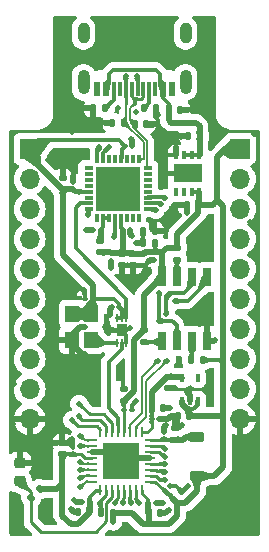
<source format=gbr>
%TF.GenerationSoftware,KiCad,Pcbnew,8.0.4*%
%TF.CreationDate,2024-08-26T12:07:15-05:00*%
%TF.ProjectId,iCEGenius,69434547-656e-4697-9573-2e6b69636164,rev?*%
%TF.SameCoordinates,Original*%
%TF.FileFunction,Copper,L1,Top*%
%TF.FilePolarity,Positive*%
%FSLAX46Y46*%
G04 Gerber Fmt 4.6, Leading zero omitted, Abs format (unit mm)*
G04 Created by KiCad (PCBNEW 8.0.4) date 2024-08-26 12:07:15*
%MOMM*%
%LPD*%
G01*
G04 APERTURE LIST*
G04 Aperture macros list*
%AMRoundRect*
0 Rectangle with rounded corners*
0 $1 Rounding radius*
0 $2 $3 $4 $5 $6 $7 $8 $9 X,Y pos of 4 corners*
0 Add a 4 corners polygon primitive as box body*
4,1,4,$2,$3,$4,$5,$6,$7,$8,$9,$2,$3,0*
0 Add four circle primitives for the rounded corners*
1,1,$1+$1,$2,$3*
1,1,$1+$1,$4,$5*
1,1,$1+$1,$6,$7*
1,1,$1+$1,$8,$9*
0 Add four rect primitives between the rounded corners*
20,1,$1+$1,$2,$3,$4,$5,0*
20,1,$1+$1,$4,$5,$6,$7,0*
20,1,$1+$1,$6,$7,$8,$9,0*
20,1,$1+$1,$8,$9,$2,$3,0*%
G04 Aperture macros list end*
%TA.AperFunction,SMDPad,CuDef*%
%ADD10RoundRect,0.140000X-0.140000X-0.170000X0.140000X-0.170000X0.140000X0.170000X-0.140000X0.170000X0*%
%TD*%
%TA.AperFunction,SMDPad,CuDef*%
%ADD11RoundRect,0.100000X0.100000X-0.130000X0.100000X0.130000X-0.100000X0.130000X-0.100000X-0.130000X0*%
%TD*%
%TA.AperFunction,SMDPad,CuDef*%
%ADD12R,1.200000X1.400000*%
%TD*%
%TA.AperFunction,SMDPad,CuDef*%
%ADD13R,0.200000X0.650000*%
%TD*%
%TA.AperFunction,SMDPad,CuDef*%
%ADD14R,0.850000X1.050000*%
%TD*%
%TA.AperFunction,HeatsinkPad*%
%ADD15R,3.100000X3.100000*%
%TD*%
%TA.AperFunction,SMDPad,CuDef*%
%ADD16RoundRect,0.062500X-0.062500X-0.375000X0.062500X-0.375000X0.062500X0.375000X-0.062500X0.375000X0*%
%TD*%
%TA.AperFunction,SMDPad,CuDef*%
%ADD17RoundRect,0.062500X-0.375000X-0.062500X0.375000X-0.062500X0.375000X0.062500X-0.375000X0.062500X0*%
%TD*%
%TA.AperFunction,SMDPad,CuDef*%
%ADD18R,0.700000X1.525000*%
%TD*%
%TA.AperFunction,SMDPad,CuDef*%
%ADD19R,0.300000X0.800000*%
%TD*%
%TA.AperFunction,SMDPad,CuDef*%
%ADD20R,0.800000X0.300000*%
%TD*%
%TA.AperFunction,SMDPad,CuDef*%
%ADD21R,3.750000X3.750000*%
%TD*%
%TA.AperFunction,SMDPad,CuDef*%
%ADD22RoundRect,0.100000X0.100000X-0.225000X0.100000X0.225000X-0.100000X0.225000X-0.100000X-0.225000X0*%
%TD*%
%TA.AperFunction,SMDPad,CuDef*%
%ADD23RoundRect,0.135000X-0.135000X-0.185000X0.135000X-0.185000X0.135000X0.185000X-0.135000X0.185000X0*%
%TD*%
%TA.AperFunction,SMDPad,CuDef*%
%ADD24RoundRect,0.135000X0.035355X-0.226274X0.226274X-0.035355X-0.035355X0.226274X-0.226274X0.035355X0*%
%TD*%
%TA.AperFunction,SMDPad,CuDef*%
%ADD25RoundRect,0.135000X0.185000X-0.135000X0.185000X0.135000X-0.185000X0.135000X-0.185000X-0.135000X0*%
%TD*%
%TA.AperFunction,SMDPad,CuDef*%
%ADD26RoundRect,0.135000X0.135000X0.185000X-0.135000X0.185000X-0.135000X-0.185000X0.135000X-0.185000X0*%
%TD*%
%TA.AperFunction,SMDPad,CuDef*%
%ADD27RoundRect,0.135000X-0.185000X0.135000X-0.185000X-0.135000X0.185000X-0.135000X0.185000X0.135000X0*%
%TD*%
%TA.AperFunction,SMDPad,CuDef*%
%ADD28RoundRect,0.147500X0.172500X-0.147500X0.172500X0.147500X-0.172500X0.147500X-0.172500X-0.147500X0*%
%TD*%
%TA.AperFunction,SMDPad,CuDef*%
%ADD29RoundRect,0.218750X-0.256250X0.218750X-0.256250X-0.218750X0.256250X-0.218750X0.256250X0.218750X0*%
%TD*%
%TA.AperFunction,SMDPad,CuDef*%
%ADD30RoundRect,0.147500X-0.147500X-0.172500X0.147500X-0.172500X0.147500X0.172500X-0.147500X0.172500X0*%
%TD*%
%TA.AperFunction,SMDPad,CuDef*%
%ADD31RoundRect,0.147500X0.147500X0.172500X-0.147500X0.172500X-0.147500X-0.172500X0.147500X-0.172500X0*%
%TD*%
%TA.AperFunction,SMDPad,CuDef*%
%ADD32RoundRect,0.225000X-0.375000X0.225000X-0.375000X-0.225000X0.375000X-0.225000X0.375000X0.225000X0*%
%TD*%
%TA.AperFunction,SMDPad,CuDef*%
%ADD33RoundRect,0.100000X0.130000X0.100000X-0.130000X0.100000X-0.130000X-0.100000X0.130000X-0.100000X0*%
%TD*%
%TA.AperFunction,SMDPad,CuDef*%
%ADD34RoundRect,0.140000X0.021213X-0.219203X0.219203X-0.021213X-0.021213X0.219203X-0.219203X0.021213X0*%
%TD*%
%TA.AperFunction,SMDPad,CuDef*%
%ADD35RoundRect,0.100000X-0.130000X-0.100000X0.130000X-0.100000X0.130000X0.100000X-0.130000X0.100000X0*%
%TD*%
%TA.AperFunction,SMDPad,CuDef*%
%ADD36RoundRect,0.140000X0.170000X-0.140000X0.170000X0.140000X-0.170000X0.140000X-0.170000X-0.140000X0*%
%TD*%
%TA.AperFunction,SMDPad,CuDef*%
%ADD37RoundRect,0.100000X-0.021213X-0.162635X0.162635X0.021213X0.021213X0.162635X-0.162635X-0.021213X0*%
%TD*%
%TA.AperFunction,SMDPad,CuDef*%
%ADD38RoundRect,0.140000X0.140000X0.170000X-0.140000X0.170000X-0.140000X-0.170000X0.140000X-0.170000X0*%
%TD*%
%TA.AperFunction,SMDPad,CuDef*%
%ADD39RoundRect,0.100000X-0.100000X0.130000X-0.100000X-0.130000X0.100000X-0.130000X0.100000X0.130000X0*%
%TD*%
%TA.AperFunction,SMDPad,CuDef*%
%ADD40RoundRect,0.140000X-0.170000X0.140000X-0.170000X-0.140000X0.170000X-0.140000X0.170000X0.140000X0*%
%TD*%
%TA.AperFunction,ComponentPad*%
%ADD41O,1.700000X1.700000*%
%TD*%
%TA.AperFunction,ComponentPad*%
%ADD42R,1.700000X1.700000*%
%TD*%
%TA.AperFunction,ComponentPad*%
%ADD43O,1.000000X1.800000*%
%TD*%
%TA.AperFunction,ComponentPad*%
%ADD44O,1.000000X2.100000*%
%TD*%
%TA.AperFunction,SMDPad,CuDef*%
%ADD45R,0.600000X1.150000*%
%TD*%
%TA.AperFunction,SMDPad,CuDef*%
%ADD46R,0.300000X1.150000*%
%TD*%
%TA.AperFunction,SMDPad,CuDef*%
%ADD47R,0.350000X0.650000*%
%TD*%
%TA.AperFunction,SMDPad,CuDef*%
%ADD48R,2.400000X1.550000*%
%TD*%
%TA.AperFunction,ViaPad*%
%ADD49C,0.500000*%
%TD*%
%TA.AperFunction,Conductor*%
%ADD50C,0.300000*%
%TD*%
%TA.AperFunction,Conductor*%
%ADD51C,0.250000*%
%TD*%
%TA.AperFunction,Conductor*%
%ADD52C,0.500000*%
%TD*%
%TA.AperFunction,Conductor*%
%ADD53C,0.200000*%
%TD*%
%TA.AperFunction,Conductor*%
%ADD54C,0.170000*%
%TD*%
G04 APERTURE END LIST*
D10*
%TO.P,C2,1*%
%TO.N,GND*%
X160420000Y-93300000D03*
%TO.P,C2,2*%
%TO.N,+3V3*%
X161380000Y-93300000D03*
%TD*%
%TO.P,C1,1*%
%TO.N,GND*%
X160545000Y-87462500D03*
%TO.P,C1,2*%
%TO.N,+5V*%
X161505000Y-87462500D03*
%TD*%
D11*
%TO.P,C6,1*%
%TO.N,+3V3*%
X150803905Y-91999999D03*
%TO.P,C6,2*%
%TO.N,GND*%
X150803905Y-91359999D03*
%TD*%
D12*
%TO.P,Y1,1,TRI_STATE*%
%TO.N,+3V3*%
X150700000Y-102500000D03*
%TO.P,Y1,2,GROUND_2*%
%TO.N,GND*%
X150700000Y-104700000D03*
%TO.P,Y1,3,OUTPUT*%
%TO.N,/CLK_40M*%
X152300000Y-104700000D03*
%TO.P,Y1,4,VDD*%
%TO.N,+3V3*%
X152300000Y-102500000D03*
%TD*%
D13*
%TO.P,U6,1,FIN*%
%TO.N,/CLK_40M*%
X154500000Y-104950000D03*
%TO.P,U6,2,CLK1*%
%TO.N,/CLK_40M_FPGA*%
X154900000Y-104950000D03*
%TO.P,U6,3,GND*%
%TO.N,GND*%
X155300000Y-104950000D03*
%TO.P,U6,4,CLK0*%
%TO.N,/CLK_40M_ESP32*%
X155300000Y-102850000D03*
%TO.P,U6,5,VDD*%
%TO.N,+3V3*%
X154900000Y-102850000D03*
%TO.P,U6,6,OE*%
X154500000Y-102850000D03*
D14*
%TO.P,U6,7,EP*%
%TO.N,GND*%
X154900000Y-103900000D03*
%TD*%
D15*
%TO.P,U5,33,EXP*%
%TO.N,GND*%
X154850003Y-114950000D03*
D16*
%TO.P,U5,32,IOT_52*%
%TO.N,IOT_52*%
X153100003Y-112512500D03*
%TO.P,U5,31,IOT_53*%
%TO.N,IOT_53*%
X153600003Y-112512500D03*
%TO.P,U5,30,IOT_50_GBIN1*%
%TO.N,IOT_50_GBIN1*%
X154100003Y-112512500D03*
%TO.P,U5,29,IOT_49_GBIN0*%
%TO.N,/CLK_40M_FPGA*%
X154600003Y-112512500D03*
%TO.P,U5,28,VCCIO_0*%
%TO.N,+3V3*%
X155100003Y-112512500D03*
%TO.P,U5,27,IOT_47*%
%TO.N,IOT_47*%
X155600003Y-112512500D03*
%TO.P,U5,26,IOT_45*%
%TO.N,IOT_45*%
X156100003Y-112512500D03*
%TO.P,U5,25,VCC*%
%TO.N,+1V2*%
X156600003Y-112512500D03*
D17*
%TO.P,U5,24,VPP_2V5*%
%TO.N,+2V5*%
X157287503Y-113200000D03*
%TO.P,U5,23,IOR_39*%
%TO.N,IOR_39*%
X157287503Y-113700000D03*
%TO.P,U5,22,IOR_38*%
%TO.N,IOR_38*%
X157287503Y-114200000D03*
%TO.P,U5,21,GND*%
%TO.N,GND*%
X157287503Y-114700000D03*
%TO.P,U5,20,IOR_36_GBIN2*%
%TO.N,IOR_36_GBIN2*%
X157287503Y-115200000D03*
%TO.P,U5,19,IOR_35_GBIN3*%
%TO.N,IOR_35_GBIN3*%
X157287503Y-115700000D03*
%TO.P,U5,18,IOR_34*%
%TO.N,IOR_34*%
X157287503Y-116200000D03*
%TO.P,U5,17,VCCIO_1*%
%TO.N,+3V3*%
X157287503Y-116700000D03*
D16*
%TO.P,U5,16,VCC_SPI*%
X156600003Y-117387500D03*
%TO.P,U5,15,IOB_26_SCK*%
%TO.N,SCK*%
X156100003Y-117387500D03*
%TO.P,U5,14,IOB_27_SS*%
%TO.N,SS*%
X155600003Y-117387500D03*
%TO.P,U5,13,IOB_25_SDI*%
%TO.N,MISO*%
X155100003Y-117387500D03*
%TO.P,U5,12,IOB_24_SDO*%
%TO.N,MOSI*%
X154600003Y-117387500D03*
%TO.P,U5,11,CDONE*%
%TO.N,Net-(D5-A)*%
X154100003Y-117387500D03*
%TO.P,U5,10,CRESET_B*%
%TO.N,CRESET_B*%
X153600003Y-117387500D03*
%TO.P,U5,9,VCCIO_2*%
%TO.N,+3V3*%
X153100003Y-117387500D03*
D17*
%TO.P,U5,8,IOL_5A_GBIN6*%
%TO.N,IOL_5A_GBIN6*%
X152412503Y-116700000D03*
%TO.P,U5,7,IOL_5B*%
%TO.N,IOL_5B*%
X152412503Y-116200000D03*
%TO.P,U5,6,IOL_4B_GBIN7*%
%TO.N,IOL_4B_GBIN7*%
X152412503Y-115700000D03*
%TO.P,U5,5,IOL_4A*%
%TO.N,IOL_4A*%
X152412503Y-115200000D03*
%TO.P,U5,4,VCCIO_3*%
%TO.N,+3V3*%
X152412503Y-114700000D03*
%TO.P,U5,3,GND*%
%TO.N,GND*%
X152412503Y-114200000D03*
%TO.P,U5,2,IOL_2A*%
%TO.N,IOL_2A*%
X152412503Y-113700000D03*
%TO.P,U5,1,IOL_2B*%
%TO.N,IOL_2B*%
X152412503Y-113200000D03*
%TD*%
D18*
%TO.P,U4,1,/CS*%
%TO.N,SS*%
X158295000Y-104812000D03*
%TO.P,U4,2,DO_(IO1)*%
%TO.N,MISO*%
X159565000Y-104812000D03*
%TO.P,U4,3,/WP_(IO2)*%
%TO.N,Net-(U4-{slash}WP_(IO2))*%
X160835000Y-104812000D03*
%TO.P,U4,4,GND*%
%TO.N,GND*%
X162105000Y-104812000D03*
%TO.P,U4,5,DI_(IO0)*%
%TO.N,MOSI*%
X162105000Y-99388000D03*
%TO.P,U4,6,CLK*%
%TO.N,SCK*%
X160835000Y-99388000D03*
%TO.P,U4,7,/HOLD_(IO3)*%
%TO.N,Net-(U4-{slash}HOLD_(IO3))*%
X159565000Y-99388000D03*
%TO.P,U4,8,VCC*%
%TO.N,+3V3*%
X158295000Y-99388000D03*
%TD*%
D19*
%TO.P,U3,1,ANT*%
%TO.N,unconnected-(U3-ANT-Pad1)*%
X152853905Y-94400000D03*
%TO.P,U3,2,VDDA3P3_1*%
%TO.N,/+3V3A*%
X153353905Y-94399999D03*
%TO.P,U3,3,VDDA3P3_2*%
X153853905Y-94400000D03*
%TO.P,U3,4,CHIP_PU*%
%TO.N,/CHIP_PU*%
X154353905Y-94400000D03*
%TO.P,U3,5,VDDPST1*%
%TO.N,+3V3*%
X154853905Y-94400000D03*
%TO.P,U3,6,XTAL_32K_P*%
%TO.N,unconnected-(U3-XTAL_32K_P-Pad6)*%
X155353905Y-94400000D03*
%TO.P,U3,7,XTAL_32K_N*%
%TO.N,unconnected-(U3-XTAL_32K_N-Pad7)*%
X155853905Y-94399999D03*
%TO.P,U3,8,GPIO2*%
%TO.N,unconnected-(U3-GPIO2-Pad8)*%
X156353905Y-94400000D03*
D20*
%TO.P,U3,9,GPIO3*%
%TO.N,MISO*%
X157103905Y-93650000D03*
%TO.P,U3,10,MTMS*%
%TO.N,SCK*%
X157103904Y-93150000D03*
%TO.P,U3,11,MTDI*%
%TO.N,MOSI*%
X157103905Y-92650000D03*
%TO.P,U3,12,MTCK*%
%TO.N,unconnected-(U3-MTCK-Pad12)*%
X157103905Y-92150000D03*
%TO.P,U3,13,MTDO*%
%TO.N,unconnected-(U3-MTDO-Pad13)*%
X157103905Y-91650000D03*
%TO.P,U3,14,GPIO8*%
%TO.N,unconnected-(U3-GPIO8-Pad14)*%
X157103905Y-91150000D03*
%TO.P,U3,15,GPIO9*%
%TO.N,unconnected-(U3-GPIO9-Pad15)*%
X157103904Y-90650000D03*
%TO.P,U3,16,D-/GPIO12*%
%TO.N,USB_D-*%
X157103905Y-90150000D03*
D19*
%TO.P,U3,17,D+/GPIO13*%
%TO.N,USB_D+*%
X156353905Y-89400000D03*
%TO.P,U3,18,GPIO14*%
%TO.N,unconnected-(U3-GPIO14-Pad18)*%
X155853905Y-89400001D03*
%TO.P,U3,19,GPIO15*%
%TO.N,unconnected-(U3-GPIO15-Pad19)*%
X155353905Y-89400000D03*
%TO.P,U3,20,VDDPST2*%
%TO.N,+3V3*%
X154853905Y-89400000D03*
%TO.P,U3,21,U0TXD*%
%TO.N,unconnected-(U3-U0TXD-Pad21)*%
X154353905Y-89400000D03*
%TO.P,U3,22,U0RXD*%
%TO.N,unconnected-(U3-U0RXD-Pad22)*%
X153853905Y-89400000D03*
%TO.P,U3,23,SDIO_CMD*%
%TO.N,SS*%
X153353905Y-89400001D03*
%TO.P,U3,24,SDIO_CLK*%
%TO.N,CRESET_B*%
X152853905Y-89400000D03*
D20*
%TO.P,U3,25,SDIO_DATA0*%
%TO.N,unconnected-(U3-SDIO_DATA0-Pad25)*%
X152103905Y-90150000D03*
%TO.P,U3,26,SDIO_DATA1*%
%TO.N,unconnected-(U3-SDIO_DATA1-Pad26)*%
X152103906Y-90650000D03*
%TO.P,U3,27,SDIO_DATA2*%
%TO.N,unconnected-(U3-SDIO_DATA2-Pad27)*%
X152103905Y-91150000D03*
%TO.P,U3,28,SDIO_DATA3*%
%TO.N,unconnected-(U3-SDIO_DATA3-Pad28)*%
X152103905Y-91650000D03*
%TO.P,U3,29,VDDA1*%
%TO.N,+3V3*%
X152103905Y-92150000D03*
%TO.P,U3,30,XTAL_N*%
%TO.N,unconnected-(U3-XTAL_N-Pad30)*%
X152103905Y-92650000D03*
%TO.P,U3,31,XTAL_P*%
%TO.N,/CLK_40M_ESP32*%
X152103906Y-93150000D03*
%TO.P,U3,32,VDDA2*%
%TO.N,+3V3*%
X152103905Y-93650000D03*
D21*
%TO.P,U3,33,GND*%
%TO.N,GND*%
X154603905Y-91900000D03*
%TD*%
D22*
%TO.P,U2,5,VOUT*%
%TO.N,+1V2*%
X160050000Y-107950000D03*
%TO.P,U2,4,NC*%
%TO.N,unconnected-(U2-NC-Pad4)*%
X161350000Y-107950000D03*
%TO.P,U2,3,EN*%
%TO.N,+3V3*%
X161350000Y-109850000D03*
%TO.P,U2,2,GND*%
%TO.N,GND*%
X160700000Y-109849999D03*
%TO.P,U2,1,VIN*%
%TO.N,+3V3*%
X160050000Y-109850000D03*
%TD*%
D23*
%TO.P,R8,2*%
%TO.N,+3V3*%
X154156097Y-119350001D03*
%TO.P,R8,1*%
%TO.N,CRESET_B*%
X153136099Y-119350001D03*
%TD*%
D24*
%TO.P,R7,2*%
%TO.N,+3V3*%
X147960624Y-117339376D03*
%TO.P,R7,1*%
%TO.N,Net-(D5-A)*%
X147239376Y-118060624D03*
%TD*%
D25*
%TO.P,R6,1*%
%TO.N,SS*%
X156800000Y-104909999D03*
%TO.P,R6,2*%
%TO.N,+3V3*%
X156800000Y-103890001D03*
%TD*%
D26*
%TO.P,R5,1*%
%TO.N,+3V3*%
X161809999Y-106400000D03*
%TO.P,R5,2*%
%TO.N,Net-(U4-{slash}WP_(IO2))*%
X160790001Y-106400000D03*
%TD*%
D27*
%TO.P,R4,1*%
%TO.N,+3V3*%
X159600000Y-96890001D03*
%TO.P,R4,2*%
%TO.N,Net-(U4-{slash}HOLD_(IO3))*%
X159600000Y-97909999D03*
%TD*%
D23*
%TO.P,R3,1*%
%TO.N,/CHIP_PU*%
X156690001Y-96500000D03*
%TO.P,R3,2*%
%TO.N,+3V3*%
X157709999Y-96500000D03*
%TD*%
D26*
%TO.P,R2,1*%
%TO.N,Net-(J1-CC2)*%
X153509999Y-85100000D03*
%TO.P,R2,2*%
%TO.N,GND*%
X152490001Y-85100000D03*
%TD*%
D23*
%TO.P,R1,1*%
%TO.N,Net-(J1-CC1)*%
X156790000Y-85100000D03*
%TO.P,R1,2*%
%TO.N,GND*%
X157810000Y-85100000D03*
%TD*%
D28*
%TO.P,L1,1*%
%TO.N,+3V3*%
X153103905Y-97285000D03*
%TO.P,L1,2*%
%TO.N,/+3V3A*%
X153103905Y-96315000D03*
%TD*%
D29*
%TO.P,D5,2,A*%
%TO.N,Net-(D5-A)*%
X146300000Y-116687501D03*
%TO.P,D5,1,K*%
%TO.N,GND*%
X146300000Y-115112499D03*
%TD*%
D30*
%TO.P,D4,1,A1*%
%TO.N,GND*%
X154115000Y-86300000D03*
%TO.P,D4,2,A2*%
%TO.N,USB_D+*%
X155085000Y-86300000D03*
%TD*%
D31*
%TO.P,D3,1,A1*%
%TO.N,GND*%
X159885000Y-85200000D03*
%TO.P,D3,2,A2*%
%TO.N,+5V*%
X158915000Y-85200000D03*
%TD*%
%TO.P,D2,1,A1*%
%TO.N,GND*%
X156985000Y-86400000D03*
%TO.P,D2,2,A2*%
%TO.N,USB_D-*%
X156015000Y-86400000D03*
%TD*%
D32*
%TO.P,D1,2,A*%
%TO.N,+3V3*%
X161287501Y-116250001D03*
%TO.P,D1,1,K*%
%TO.N,+2V5*%
X161287501Y-112950001D03*
%TD*%
D33*
%TO.P,C30,1*%
%TO.N,+3V3*%
X152187500Y-118399999D03*
%TO.P,C30,2*%
%TO.N,GND*%
X151547500Y-118399999D03*
%TD*%
D34*
%TO.P,C29,2*%
%TO.N,GND*%
X159926912Y-117460589D03*
%TO.P,C29,1*%
%TO.N,+3V3*%
X159248090Y-118139411D03*
%TD*%
D35*
%TO.P,C28,1*%
%TO.N,+3V3*%
X157167503Y-118500000D03*
%TO.P,C28,2*%
%TO.N,GND*%
X157807503Y-118500000D03*
%TD*%
D10*
%TO.P,C27,1*%
%TO.N,+3V3*%
X157207501Y-119400001D03*
%TO.P,C27,2*%
%TO.N,GND*%
X158167501Y-119400001D03*
%TD*%
D11*
%TO.P,C26,1*%
%TO.N,+3V3*%
X150787502Y-114400001D03*
%TO.P,C26,2*%
%TO.N,GND*%
X150787502Y-113760001D03*
%TD*%
D36*
%TO.P,C25,1*%
%TO.N,+3V3*%
X149887502Y-114380000D03*
%TO.P,C25,2*%
%TO.N,GND*%
X149887502Y-113420000D03*
%TD*%
D35*
%TO.P,C24,1*%
%TO.N,+3V3*%
X155121459Y-110650001D03*
%TO.P,C24,2*%
%TO.N,GND*%
X155761459Y-110650001D03*
%TD*%
D36*
%TO.P,C23,1*%
%TO.N,+3V3*%
X155100000Y-109860000D03*
%TO.P,C23,2*%
%TO.N,GND*%
X155100000Y-108900000D03*
%TD*%
D37*
%TO.P,C22,2*%
%TO.N,GND*%
X159035959Y-117078752D03*
%TO.P,C22,1*%
%TO.N,+3V3*%
X158583411Y-117531300D03*
%TD*%
D38*
%TO.P,C21,1*%
%TO.N,+3V3*%
X152167501Y-119300000D03*
%TO.P,C21,2*%
%TO.N,GND*%
X151207501Y-119300000D03*
%TD*%
D35*
%TO.P,C20,2*%
%TO.N,GND*%
X158087503Y-111400000D03*
%TO.P,C20,1*%
%TO.N,+1V2*%
X157447503Y-111400000D03*
%TD*%
D10*
%TO.P,C19,2*%
%TO.N,GND*%
X158447501Y-110500000D03*
%TO.P,C19,1*%
%TO.N,+1V2*%
X157487501Y-110500000D03*
%TD*%
D11*
%TO.P,C18,2*%
%TO.N,GND*%
X158487501Y-112480000D03*
%TO.P,C18,1*%
%TO.N,+2V5*%
X158487501Y-113120000D03*
%TD*%
D36*
%TO.P,C17,2*%
%TO.N,GND*%
X159387503Y-112184328D03*
%TO.P,C17,1*%
%TO.N,+2V5*%
X159387503Y-113144328D03*
%TD*%
D33*
%TO.P,C16,1*%
%TO.N,+3V3*%
X152440000Y-101200000D03*
%TO.P,C16,2*%
%TO.N,GND*%
X151800000Y-101200000D03*
%TD*%
%TO.P,C15,1*%
%TO.N,+3V3*%
X154720000Y-101900000D03*
%TO.P,C15,2*%
%TO.N,GND*%
X154080000Y-101900000D03*
%TD*%
%TO.P,C14,1*%
%TO.N,+3V3*%
X158320000Y-97900000D03*
%TO.P,C14,2*%
%TO.N,GND*%
X157680000Y-97900000D03*
%TD*%
D10*
%TO.P,C13,1*%
%TO.N,/CHIP_PU*%
X156729999Y-95499999D03*
%TO.P,C13,2*%
%TO.N,GND*%
X157689999Y-95499999D03*
%TD*%
D35*
%TO.P,C12,1*%
%TO.N,+3V3*%
X155180000Y-88300000D03*
%TO.P,C12,2*%
%TO.N,GND*%
X155820000Y-88300000D03*
%TD*%
%TO.P,C11,1*%
%TO.N,+3V3*%
X154983905Y-95400000D03*
%TO.P,C11,2*%
%TO.N,GND*%
X155623905Y-95400000D03*
%TD*%
D33*
%TO.P,C10,1*%
%TO.N,/+3V3A*%
X153123905Y-95400000D03*
%TO.P,C10,2*%
%TO.N,GND*%
X152483905Y-95400000D03*
%TD*%
D39*
%TO.P,C9,1*%
%TO.N,+3V3*%
X154003906Y-97379999D03*
%TO.P,C9,2*%
%TO.N,GND*%
X154003906Y-98019999D03*
%TD*%
D40*
%TO.P,C8,1*%
%TO.N,+3V3*%
X154903905Y-97420000D03*
%TO.P,C8,2*%
%TO.N,GND*%
X154903905Y-98380000D03*
%TD*%
%TO.P,C7,1*%
%TO.N,+3V3*%
X155903906Y-97419999D03*
%TO.P,C7,2*%
%TO.N,GND*%
X155903906Y-98379999D03*
%TD*%
D36*
%TO.P,C5,1*%
%TO.N,+3V3*%
X149903906Y-91960000D03*
%TO.P,C5,2*%
%TO.N,GND*%
X149903906Y-91000000D03*
%TD*%
%TO.P,C4,2*%
%TO.N,+1V2*%
X158800001Y-107820000D03*
%TO.P,C4,1*%
%TO.N,GND*%
X158800001Y-108780000D03*
%TD*%
D10*
%TO.P,C3,2*%
%TO.N,+3V3*%
X160595948Y-111121978D03*
%TO.P,C3,1*%
%TO.N,GND*%
X159635948Y-111121978D03*
%TD*%
D41*
%TO.P,J3,10,Pin_10*%
%TO.N,GND*%
X164915000Y-111390000D03*
%TO.P,J3,9,Pin_9*%
%TO.N,IOL_5A_GBIN6*%
X164915000Y-108850000D03*
%TO.P,J3,8,Pin_8*%
%TO.N,IOR_34*%
X164915000Y-106310000D03*
%TO.P,J3,7,Pin_7*%
%TO.N,IOR_35_GBIN3*%
X164915000Y-103770000D03*
%TO.P,J3,6,Pin_6*%
%TO.N,IOR_36_GBIN2*%
X164915000Y-101230000D03*
%TO.P,J3,5,Pin_5*%
%TO.N,IOR_38*%
X164915000Y-98690000D03*
%TO.P,J3,4,Pin_4*%
%TO.N,IOR_39*%
X164915000Y-96150000D03*
%TO.P,J3,3,Pin_3*%
%TO.N,IOT_45*%
X164915000Y-93610000D03*
%TO.P,J3,2,Pin_2*%
%TO.N,IOT_47*%
X164915000Y-91070000D03*
D42*
%TO.P,J3,1,Pin_1*%
%TO.N,+3V3*%
X164915000Y-88530000D03*
%TD*%
D41*
%TO.P,J2,10,Pin_10*%
%TO.N,GND*%
X147115000Y-111410000D03*
%TO.P,J2,9,Pin_9*%
%TO.N,IOL_5B*%
X147115000Y-108870000D03*
%TO.P,J2,8,Pin_8*%
%TO.N,IOL_4B_GBIN7*%
X147115000Y-106330000D03*
%TO.P,J2,7,Pin_7*%
%TO.N,IOL_4A*%
X147115000Y-103790000D03*
%TO.P,J2,6,Pin_6*%
%TO.N,IOL_2A*%
X147115000Y-101250000D03*
%TO.P,J2,5,Pin_5*%
%TO.N,IOL_2B*%
X147115000Y-98710000D03*
%TO.P,J2,4,Pin_4*%
%TO.N,IOT_52*%
X147115000Y-96170000D03*
%TO.P,J2,3,Pin_3*%
%TO.N,IOT_53*%
X147115000Y-93630000D03*
%TO.P,J2,2,Pin_2*%
%TO.N,IOT_50_GBIN1*%
X147115000Y-91090000D03*
D42*
%TO.P,J2,1,Pin_1*%
%TO.N,+3V3*%
X147115000Y-88550000D03*
%TD*%
D43*
%TO.P,J1,S1,SHIELD*%
%TO.N,unconnected-(J1-SHIELD-PadS1)_2*%
X151680000Y-78720000D03*
D44*
%TO.N,unconnected-(J1-SHIELD-PadS1)_3*%
X151680000Y-82900000D03*
D43*
%TO.N,unconnected-(J1-SHIELD-PadS1)_1*%
X160320000Y-78720000D03*
D44*
%TO.N,unconnected-(J1-SHIELD-PadS1)*%
X160320000Y-82900000D03*
D45*
%TO.P,J1,B12,GND*%
%TO.N,GND*%
X159200000Y-83475000D03*
%TO.P,J1,B9,VBUS*%
%TO.N,+5V*%
X158400000Y-83475000D03*
D46*
%TO.P,J1,B8,SBU2*%
%TO.N,unconnected-(J1-SBU2-PadB8)*%
X157750000Y-83475000D03*
%TO.P,J1,B7,D-*%
%TO.N,USB_D-*%
X156750000Y-83475000D03*
%TO.P,J1,B6,D+*%
%TO.N,USB_D+*%
X155250000Y-83475000D03*
%TO.P,J1,B5,CC2*%
%TO.N,Net-(J1-CC2)*%
X154250000Y-83475000D03*
D45*
%TO.P,J1,B4,VBUS*%
%TO.N,+5V*%
X153600000Y-83475000D03*
%TO.P,J1,B1,GND*%
%TO.N,GND*%
X152800000Y-83475000D03*
%TO.P,J1,A12,GND*%
X152800000Y-83475000D03*
%TO.P,J1,A9,VBUS*%
%TO.N,+5V*%
X153600000Y-83475000D03*
D46*
%TO.P,J1,A8,SBU1*%
%TO.N,unconnected-(J1-SBU1-PadA8)*%
X154750000Y-83475000D03*
%TO.P,J1,A7,D-*%
%TO.N,USB_D-*%
X155750000Y-83475000D03*
%TO.P,J1,A6,D+*%
%TO.N,USB_D+*%
X156250000Y-83475000D03*
%TO.P,J1,A5,CC1*%
%TO.N,Net-(J1-CC1)*%
X157250000Y-83475000D03*
D45*
%TO.P,J1,A4,VBUS*%
%TO.N,+5V*%
X158400000Y-83475000D03*
%TO.P,J1,A1,GND*%
%TO.N,GND*%
X159200000Y-83475000D03*
%TD*%
D47*
%TO.P,U1,1,Vin*%
%TO.N,+5V*%
X161475001Y-89062500D03*
%TO.P,U1,2,Vin*%
X160825000Y-89062500D03*
%TO.P,U1,3,~{SHDN}*%
X160175000Y-89062500D03*
%TO.P,U1,4,GND*%
%TO.N,GND*%
X159524999Y-89062500D03*
%TO.P,U1,5,PWRGD*%
%TO.N,unconnected-(U1-PWRGD-Pad5)*%
X159524999Y-92162500D03*
%TO.P,U1,6,Cdelay*%
%TO.N,unconnected-(U1-Cdelay-Pad6)*%
X160175000Y-92162500D03*
%TO.P,U1,7,Sense*%
%TO.N,+3V3*%
X160825000Y-92162500D03*
%TO.P,U1,8,Vout*%
X161475001Y-92162500D03*
D48*
%TO.P,U1,9,GND*%
%TO.N,GND*%
X160500000Y-90612500D03*
%TD*%
D49*
%TO.N,GND*%
X166100000Y-87300000D03*
X162500000Y-80000000D03*
X149500000Y-80500000D03*
X158300000Y-78200000D03*
X164800000Y-118900000D03*
X165000000Y-116600000D03*
X158000000Y-88300000D03*
X156100000Y-85400000D03*
X154600000Y-85100000D03*
X151800000Y-108200000D03*
X159600000Y-106800000D03*
X161200000Y-96100000D03*
X155900000Y-99900000D03*
X148800000Y-99300000D03*
X148900000Y-96800000D03*
X148900000Y-94100000D03*
X148700000Y-89500000D03*
X150700000Y-87100000D03*
X145700000Y-87300000D03*
X145800000Y-90100000D03*
X145800000Y-92500000D03*
X145800000Y-95200000D03*
X145700000Y-97400000D03*
X145800000Y-100500000D03*
X145800000Y-102700000D03*
X145700000Y-105600000D03*
X145800000Y-108400000D03*
X146000000Y-110100000D03*
X145700000Y-111800000D03*
X147500000Y-113800000D03*
X147500000Y-115900000D03*
X145900000Y-118900000D03*
X146100000Y-120500000D03*
X148600000Y-119400000D03*
X160800000Y-119800000D03*
X163400000Y-120300000D03*
X162100000Y-118200000D03*
X166000000Y-120600000D03*
X165600000Y-118000000D03*
X164700000Y-115200000D03*
X166200000Y-113600000D03*
X166100000Y-110300000D03*
X166100000Y-107600000D03*
X166000000Y-104900000D03*
X166100000Y-102400000D03*
X166000000Y-100100000D03*
X166100000Y-90000000D03*
X166000000Y-92200000D03*
X165800000Y-94700000D03*
X165800000Y-97500000D03*
X162300000Y-97600000D03*
X162000000Y-95100000D03*
X158700000Y-87500000D03*
X150700000Y-89300000D03*
X150800000Y-85100000D03*
X152200000Y-86600000D03*
X162200000Y-78400000D03*
X149700000Y-79000000D03*
X155100000Y-79100000D03*
X156900000Y-78300000D03*
X153100000Y-78400000D03*
X146300000Y-114000000D03*
X153900000Y-102600000D03*
%TO.N,+3V3*%
X151500103Y-120000103D03*
X154200000Y-120100000D03*
%TO.N,GND*%
X155700000Y-87700000D03*
%TO.N,CRESET_B*%
X153000000Y-88400000D03*
%TO.N,SS*%
X153800000Y-88400000D03*
%TO.N,MOSI*%
X158612107Y-92684867D03*
%TO.N,SCK*%
X158206053Y-93192433D03*
%TO.N,MISO*%
X157800000Y-93700000D03*
%TO.N,GND*%
X160500000Y-85200000D03*
X158000000Y-85700000D03*
X151800000Y-85100000D03*
X153500000Y-86300000D03*
X157600000Y-86500000D03*
X159900000Y-87500000D03*
X159500000Y-88400000D03*
X161300000Y-90600000D03*
X159700000Y-90600000D03*
X160400000Y-94000000D03*
X157500000Y-94900000D03*
X155800000Y-95900000D03*
X151900000Y-95400000D03*
X157100000Y-98100000D03*
X154000000Y-98600000D03*
X154900000Y-99000000D03*
X155900000Y-99000000D03*
%TO.N,MISO*%
X158100000Y-100700000D03*
%TO.N,SCK*%
X158800000Y-100900000D03*
%TO.N,GND*%
X156100000Y-109900000D03*
X151700000Y-100500000D03*
%TO.N,/CHIP_PU*%
X154300000Y-96000000D03*
X156100000Y-96500000D03*
%TO.N,+3V3*%
X151300000Y-92150000D03*
X152050000Y-94150000D03*
%TO.N,SS*%
X156800000Y-104900000D03*
%TO.N,SCK*%
X158700000Y-102500000D03*
%TO.N,MISO*%
X158100000Y-103100000D03*
%TO.N,MOSI*%
X159400000Y-101400000D03*
%TO.N,GND*%
X151800000Y-103600000D03*
X151800000Y-105900000D03*
X155600000Y-103700000D03*
X155100000Y-108900000D03*
X158900000Y-119100000D03*
X158400000Y-118500000D03*
X160500000Y-117100000D03*
X150600000Y-119000000D03*
X150900000Y-118300000D03*
X150700000Y-113100000D03*
X159400000Y-108800000D03*
X160400000Y-109100000D03*
X159000000Y-110500000D03*
X158700000Y-111900000D03*
X158900000Y-111300000D03*
X160000000Y-111900000D03*
X162800000Y-104700000D03*
X152800000Y-83500000D03*
X159200000Y-83500000D03*
%TO.N,USB_D+*%
X156200000Y-82400000D03*
X155300000Y-82400000D03*
%TO.N,GND*%
X156087502Y-116100000D03*
X153587500Y-113700001D03*
X156087500Y-113700001D03*
X153687501Y-116100000D03*
%TO.N,IOT_45*%
X158750000Y-106450000D03*
%TO.N,IOT_47*%
X158000000Y-106450000D03*
%TO.N,IOT_50_GBIN1*%
X151300000Y-110100000D03*
%TO.N,IOT_53*%
X151257372Y-111165577D03*
%TO.N,IOT_52*%
X150700000Y-111500000D03*
%TO.N,IOL_2B*%
X151387502Y-112800001D03*
%TO.N,IOL_2A*%
X151387500Y-113700001D03*
%TO.N,IOL_4A*%
X151387500Y-115049998D03*
%TO.N,IOL_4B_GBIN7*%
X151387502Y-115700001D03*
%TO.N,IOL_5B*%
X151387502Y-116400000D03*
%TO.N,IOL_5A_GBIN6*%
X151387500Y-117200000D03*
%TO.N,CRESET_B*%
X153054818Y-118499801D03*
%TO.N,MOSI*%
X154354795Y-118494688D03*
%TO.N,MISO*%
X155004776Y-118500069D03*
%TO.N,SS*%
X155687501Y-118500001D03*
%TO.N,SCK*%
X156387502Y-118500001D03*
%TO.N,IOR_34*%
X158587502Y-116550003D03*
%TO.N,IOR_35_GBIN3*%
X158546096Y-115900000D03*
%TO.N,IOR_36_GBIN2*%
X158594361Y-115241158D03*
%TO.N,IOR_38*%
X158587409Y-114591192D03*
%TO.N,IOR_39*%
X158587502Y-113900000D03*
%TO.N,GND*%
X153100000Y-90400000D03*
X156100000Y-90400000D03*
X156100000Y-93400000D03*
X153100000Y-93400000D03*
X149900000Y-90300000D03*
X150800000Y-90800000D03*
%TD*%
D50*
%TO.N,CRESET_B*%
X153000000Y-88400000D02*
X152853905Y-88546095D01*
X152853905Y-88546095D02*
X152853905Y-89400000D01*
%TO.N,SS*%
X153353905Y-88846095D02*
X153353905Y-89400001D01*
X153800000Y-88400000D02*
X153353905Y-88846095D01*
%TO.N,+3V3*%
X147865000Y-87800000D02*
X147115000Y-88550000D01*
X154680000Y-87800000D02*
X147865000Y-87800000D01*
X155180000Y-88300000D02*
X154680000Y-87800000D01*
%TO.N,/CLK_40M_ESP32*%
X151350000Y-93150000D02*
X152103906Y-93150000D01*
X151000000Y-93500000D02*
X151350000Y-93150000D01*
X151000000Y-96900000D02*
X151000000Y-93500000D01*
X155300000Y-101200000D02*
X151000000Y-96900000D01*
X155300000Y-102850000D02*
X155300000Y-101200000D01*
D51*
%TO.N,Net-(D5-A)*%
X152700000Y-121000000D02*
X148100000Y-121000000D01*
X148100000Y-121000000D02*
X147225000Y-120125000D01*
X153621099Y-120078901D02*
X152700000Y-121000000D01*
X147225000Y-117612501D02*
X146300000Y-116687501D01*
X153621099Y-118485921D02*
X153621099Y-120078901D01*
X147225000Y-120125000D02*
X147225000Y-117612501D01*
X154100001Y-118007019D02*
X153621099Y-118485921D01*
X154100001Y-117387500D02*
X154100001Y-118007019D01*
D52*
%TO.N,GND*%
X146300000Y-115112499D02*
X146300000Y-114000000D01*
%TO.N,+3V3*%
X149887502Y-116900000D02*
X149448126Y-117339376D01*
X149448126Y-117339376D02*
X147960624Y-117339376D01*
X149887502Y-116900000D02*
X149887502Y-114380000D01*
X149887502Y-119587502D02*
X149887502Y-116900000D01*
%TO.N,GND*%
X153900000Y-102080000D02*
X154080000Y-101900000D01*
X153900000Y-102600000D02*
X153900000Y-102080000D01*
D51*
%TO.N,IOR_35_GBIN3*%
X157800000Y-115700000D02*
X157287503Y-115700000D01*
X157900000Y-115800000D02*
X157800000Y-115700000D01*
X158446096Y-115800000D02*
X157900000Y-115800000D01*
X158546096Y-115900000D02*
X158446096Y-115800000D01*
%TO.N,MOSI*%
X154354795Y-118370800D02*
X154600000Y-118125595D01*
X154354795Y-118494688D02*
X154354795Y-118370800D01*
X154600000Y-118125595D02*
X154600000Y-117387500D01*
D53*
%TO.N,IOL_2A*%
X152412502Y-113700001D02*
X151387500Y-113700001D01*
D50*
%TO.N,MISO*%
X157103905Y-93650000D02*
X157750000Y-93650000D01*
X157750000Y-93650000D02*
X157800000Y-93700000D01*
D52*
%TO.N,+3V3*%
X154156097Y-120056097D02*
X154156097Y-119350001D01*
X154200000Y-120100000D02*
X154156097Y-120056097D01*
X155750001Y-119350001D02*
X154156097Y-119350001D01*
X156700000Y-120300000D02*
X155750001Y-119350001D01*
X157797501Y-120300000D02*
X156700000Y-120300000D01*
X152167501Y-119332704D02*
X152167501Y-119300000D01*
X151200205Y-120300000D02*
X152167501Y-119332704D01*
X150600000Y-120300000D02*
X151200205Y-120300000D01*
%TO.N,GND*%
X155820000Y-87820000D02*
X155700000Y-87700000D01*
X155820000Y-88300000D02*
X155820000Y-87820000D01*
D50*
%TO.N,Net-(J1-CC1)*%
X157250000Y-84640000D02*
X157250000Y-83475000D01*
X156790000Y-85100000D02*
X157250000Y-84640000D01*
%TO.N,Net-(J1-CC2)*%
X154250000Y-84359999D02*
X154250000Y-83475000D01*
X153509999Y-85100000D02*
X154250000Y-84359999D01*
D54*
%TO.N,USB_D+*%
X156760000Y-89400000D02*
X156353905Y-89400000D01*
X156760000Y-87975000D02*
X156760000Y-89400000D01*
X155085000Y-86300000D02*
X156760000Y-87975000D01*
%TO.N,USB_D-*%
X157040000Y-87859020D02*
X157040000Y-90086095D01*
X156015000Y-86834020D02*
X157040000Y-87859020D01*
X157040000Y-90086095D02*
X157103905Y-90150000D01*
X156015000Y-86500000D02*
X156015000Y-86834020D01*
X155590000Y-86075000D02*
X156015000Y-86500000D01*
X155590000Y-85110000D02*
X155590000Y-86075000D01*
X156000000Y-84700000D02*
X155590000Y-85110000D01*
%TO.N,USB_D+*%
X155310000Y-84710000D02*
X155310000Y-86075000D01*
X155310000Y-86075000D02*
X155085000Y-86300000D01*
X155300000Y-84700000D02*
X155310000Y-84710000D01*
D51*
%TO.N,USB_D-*%
X156000000Y-84300000D02*
X156580000Y-84300000D01*
D50*
X156000000Y-84300000D02*
X156000000Y-84700000D01*
D51*
X155920000Y-84300000D02*
X156000000Y-84300000D01*
D50*
%TO.N,+3V3*%
X154919054Y-88560946D02*
X155180000Y-88300000D01*
X154919054Y-89334851D02*
X154919054Y-88560946D01*
X154853905Y-89400000D02*
X154919054Y-89334851D01*
%TO.N,unconnected-(U3-U0RXD-Pad22)*%
X153850000Y-89396095D02*
X153853905Y-89400000D01*
%TO.N,MOSI*%
X157111472Y-92642433D02*
X157103905Y-92650000D01*
X158569673Y-92642433D02*
X157111472Y-92642433D01*
X158612107Y-92684867D02*
X158569673Y-92642433D01*
%TO.N,SCK*%
X158206053Y-93192433D02*
X158163620Y-93150000D01*
X158163620Y-93150000D02*
X157103904Y-93150000D01*
D52*
%TO.N,GND*%
X159885000Y-85200000D02*
X160500000Y-85200000D01*
X157810000Y-85510000D02*
X158000000Y-85700000D01*
X157810000Y-85100000D02*
X157810000Y-85510000D01*
X152490001Y-85100000D02*
X151800000Y-85100000D01*
X154115000Y-86300000D02*
X153500000Y-86300000D01*
X156985000Y-86500000D02*
X157600000Y-86500000D01*
X159937500Y-87462500D02*
X159900000Y-87500000D01*
X160545000Y-87462500D02*
X159937500Y-87462500D01*
X159524999Y-88424999D02*
X159500000Y-88400000D01*
X159524999Y-89062500D02*
X159524999Y-88424999D01*
X160420000Y-93980000D02*
X160400000Y-94000000D01*
X160420000Y-93300000D02*
X160420000Y-93980000D01*
X157500000Y-95310000D02*
X157689999Y-95499999D01*
X157500000Y-94900000D02*
X157500000Y-95310000D01*
X155623905Y-95723905D02*
X155800000Y-95900000D01*
X155623905Y-95400000D02*
X155623905Y-95723905D01*
X152483905Y-95400000D02*
X151900000Y-95400000D01*
X157300000Y-97900000D02*
X157100000Y-98100000D01*
X157680000Y-97900000D02*
X157300000Y-97900000D01*
X154003906Y-98596094D02*
X154000000Y-98600000D01*
X154003906Y-98019999D02*
X154003906Y-98596094D01*
X154903905Y-98996095D02*
X154900000Y-99000000D01*
X154903905Y-98380000D02*
X154903905Y-98996095D01*
X155903906Y-98996094D02*
X155900000Y-99000000D01*
X155903906Y-98379999D02*
X155903906Y-98996094D01*
D50*
%TO.N,MOSI*%
X162105000Y-99800500D02*
X162105000Y-99388000D01*
X160505500Y-101400000D02*
X162105000Y-99800500D01*
X159400000Y-101400000D02*
X160505500Y-101400000D01*
%TO.N,SCK*%
X160150000Y-100750000D02*
X160835000Y-100065000D01*
X158950000Y-100750000D02*
X160150000Y-100750000D01*
X160835000Y-100065000D02*
X160835000Y-99388000D01*
X158700000Y-101000000D02*
X158700000Y-102500000D01*
X158800000Y-100900000D02*
X158700000Y-101000000D01*
X158800000Y-100900000D02*
X158950000Y-100750000D01*
%TO.N,MISO*%
X158100000Y-103100000D02*
X158100000Y-100700000D01*
%TO.N,GND*%
X155761459Y-110238541D02*
X155761459Y-110650001D01*
X156100000Y-109900000D02*
X155761459Y-110238541D01*
D53*
%TO.N,IOT_45*%
X157000000Y-111200000D02*
X156100001Y-112099999D01*
X157000000Y-108200000D02*
X157000000Y-111200000D01*
X158750000Y-106450000D02*
X157000000Y-108200000D01*
X156100001Y-112099999D02*
X156100001Y-112512500D01*
D52*
%TO.N,+1V2*%
X158800001Y-107820000D02*
X159920000Y-107820000D01*
X159920000Y-107820000D02*
X160050000Y-107950000D01*
X157487501Y-109099796D02*
X158767297Y-107820000D01*
X158767297Y-107820000D02*
X158800001Y-107820000D01*
X157487501Y-110500000D02*
X157487501Y-109099796D01*
D53*
%TO.N,IOT_47*%
X156600000Y-110900000D02*
X155600003Y-111899997D01*
X156600000Y-107850000D02*
X156600000Y-110900000D01*
X155600003Y-111899997D02*
X155600003Y-112512501D01*
X158000000Y-106450000D02*
X156600000Y-107850000D01*
D50*
%TO.N,GND*%
X151800000Y-100600000D02*
X151700000Y-100500000D01*
X151800000Y-101200000D02*
X151800000Y-100600000D01*
D52*
%TO.N,+3V3*%
X152440000Y-100040000D02*
X152440000Y-101200000D01*
X149900000Y-97500000D02*
X152440000Y-100040000D01*
X149900000Y-91988798D02*
X149900000Y-97500000D01*
X147115000Y-89203798D02*
X149900000Y-91988798D01*
X147115000Y-88550000D02*
X147115000Y-89203798D01*
D50*
X157709999Y-96989999D02*
X158000000Y-97280000D01*
X157709999Y-96500000D02*
X157709999Y-96989999D01*
D52*
X156920000Y-97280000D02*
X158000000Y-97280000D01*
X158000000Y-97280000D02*
X158320000Y-97280000D01*
D50*
%TO.N,/CHIP_PU*%
X156729999Y-96460002D02*
X156690001Y-96500000D01*
X156729999Y-95499999D02*
X156729999Y-96460002D01*
%TO.N,/+3V3A*%
X153853904Y-94399999D02*
X153853905Y-94400000D01*
X153353905Y-94399999D02*
X153853904Y-94399999D01*
%TO.N,/CHIP_PU*%
X154300000Y-96000000D02*
X154353905Y-95946095D01*
X154353905Y-95946095D02*
X154353905Y-94400000D01*
X156690001Y-96500000D02*
X156100000Y-96500000D01*
%TO.N,+3V3*%
X152103905Y-94096095D02*
X152103905Y-93650000D01*
X152050000Y-94150000D02*
X152103905Y-94096095D01*
X150953906Y-92150000D02*
X150803905Y-91999999D01*
X151300000Y-92150000D02*
X152103905Y-92150000D01*
X151300000Y-92150000D02*
X150953906Y-92150000D01*
D52*
X154983905Y-97340000D02*
X154903905Y-97420000D01*
X154983905Y-95400000D02*
X154983905Y-97340000D01*
D50*
X154853905Y-95270000D02*
X154983905Y-95400000D01*
X154853905Y-94400000D02*
X154853905Y-95270000D01*
D52*
X156780001Y-97419999D02*
X156920000Y-97280000D01*
X155903906Y-97419999D02*
X156780001Y-97419999D01*
X158709999Y-96890001D02*
X159600000Y-96890001D01*
X158320000Y-97280000D02*
X158709999Y-96890001D01*
X158320000Y-97900000D02*
X158320000Y-97280000D01*
X155863906Y-97379999D02*
X155903906Y-97419999D01*
X154003906Y-97379999D02*
X155863906Y-97379999D01*
X153908907Y-97285000D02*
X154003906Y-97379999D01*
X153103905Y-97285000D02*
X153908907Y-97285000D01*
%TO.N,/+3V3A*%
X153123905Y-95400000D02*
X153123905Y-96295000D01*
X153123905Y-96295000D02*
X153103905Y-96315000D01*
D50*
X153353905Y-95170000D02*
X153123905Y-95400000D01*
X153353905Y-94399999D02*
X153353905Y-95170000D01*
%TO.N,Net-(U4-{slash}HOLD_(IO3))*%
X159565000Y-97944999D02*
X159600000Y-97909999D01*
X159565000Y-99388000D02*
X159565000Y-97944999D01*
%TO.N,Net-(U4-{slash}WP_(IO2))*%
X160835000Y-106355001D02*
X160790001Y-106400000D01*
X160835000Y-104812000D02*
X160835000Y-106355001D01*
%TO.N,SS*%
X158207000Y-104900000D02*
X158295000Y-104812000D01*
X156800000Y-104900000D02*
X158207000Y-104900000D01*
%TO.N,MISO*%
X159200000Y-103100000D02*
X159565000Y-103465000D01*
X159565000Y-103465000D02*
X159565000Y-104812000D01*
X158100000Y-103100000D02*
X159200000Y-103100000D01*
D52*
%TO.N,+3V3*%
X150763906Y-91960000D02*
X150803905Y-91999999D01*
X149903906Y-91960000D02*
X150763906Y-91960000D01*
%TO.N,GND*%
X151520000Y-105900000D02*
X150700000Y-105080000D01*
X151800000Y-105900000D02*
X151520000Y-105900000D01*
X150700000Y-105080000D02*
X150700000Y-104700000D01*
X151420000Y-103600000D02*
X151800000Y-103600000D01*
X150700000Y-104320000D02*
X151420000Y-103600000D01*
X150700000Y-104700000D02*
X150700000Y-104320000D01*
%TO.N,+3V3*%
X150700000Y-102500000D02*
X152300000Y-102500000D01*
X152440000Y-102360000D02*
X152300000Y-102500000D01*
X152440000Y-101200000D02*
X152440000Y-102360000D01*
D50*
%TO.N,GND*%
X155400000Y-103900000D02*
X155600000Y-103700000D01*
X154900000Y-103900000D02*
X155400000Y-103900000D01*
X155300000Y-104300000D02*
X154900000Y-103900000D01*
X155300000Y-104950000D02*
X155300000Y-104300000D01*
%TO.N,+3V3*%
X154900000Y-102850000D02*
X154500000Y-102850000D01*
X154900000Y-102080000D02*
X154900000Y-102850000D01*
X154720000Y-101900000D02*
X154900000Y-102080000D01*
X154720000Y-101700001D02*
X154720000Y-101900000D01*
X154219999Y-101200000D02*
X154720000Y-101700001D01*
X152440000Y-101200000D02*
X154219999Y-101200000D01*
D52*
X155960000Y-104730001D02*
X156800000Y-103890001D01*
X155960000Y-109040000D02*
X155960000Y-104730001D01*
X155140000Y-109860000D02*
X155960000Y-109040000D01*
X155100000Y-109860000D02*
X155140000Y-109860000D01*
D50*
%TO.N,/CLK_40M_FPGA*%
X154900000Y-105455000D02*
X154900000Y-104950000D01*
X153800000Y-110483812D02*
X153800000Y-106555000D01*
X153800000Y-106555000D02*
X154900000Y-105455000D01*
X154600002Y-111283814D02*
X153800000Y-110483812D01*
X154600002Y-111800000D02*
X154600002Y-111283814D01*
%TO.N,CRESET_B*%
X153136099Y-118581082D02*
X153054818Y-118499801D01*
X153136099Y-119350001D02*
X153136099Y-118581082D01*
D52*
%TO.N,GND*%
X158599999Y-119400001D02*
X158900000Y-119100000D01*
X158167501Y-119400001D02*
X158599999Y-119400001D01*
X157807503Y-118500000D02*
X158400000Y-118500000D01*
D50*
X159545075Y-117078752D02*
X159926912Y-117460589D01*
X159035959Y-117078752D02*
X159545075Y-117078752D01*
X160139411Y-117460589D02*
X160500000Y-117100000D01*
X159926912Y-117460589D02*
X160139411Y-117460589D01*
D52*
X150900000Y-119300000D02*
X150600000Y-119000000D01*
X151207501Y-119300000D02*
X150900000Y-119300000D01*
D50*
X150999999Y-118399999D02*
X150900000Y-118300000D01*
D52*
X151547500Y-118399999D02*
X150999999Y-118399999D01*
X150700000Y-113100000D02*
X150700000Y-113672499D01*
X150380000Y-113420000D02*
X150700000Y-113100000D01*
X149887502Y-113420000D02*
X150380000Y-113420000D01*
%TO.N,+3V3*%
X163500000Y-106400000D02*
X163500000Y-108800000D01*
D50*
X161809999Y-106400000D02*
X163500000Y-106400000D01*
D52*
X163500000Y-93400000D02*
X163500000Y-106400000D01*
D50*
X161350000Y-109850000D02*
X161350000Y-110174999D01*
D52*
X160449987Y-110550013D02*
X160050000Y-110150025D01*
X160595948Y-110695973D02*
X160449987Y-110550013D01*
D50*
X161350000Y-110174999D02*
X160974986Y-110550013D01*
X160974986Y-110550013D02*
X160449987Y-110550013D01*
D52*
%TO.N,GND*%
X159380000Y-108780000D02*
X159400000Y-108800000D01*
X158800001Y-108780000D02*
X159380000Y-108780000D01*
X160700000Y-109400000D02*
X160400000Y-109100000D01*
X160700000Y-109849999D02*
X160700000Y-109400000D01*
X158447501Y-110500000D02*
X159000000Y-110500000D01*
X158487501Y-112112499D02*
X158487501Y-112480000D01*
X158700000Y-111900000D02*
X158487501Y-112112499D01*
X158087503Y-111400000D02*
X158800000Y-111400000D01*
X158800000Y-111400000D02*
X158900000Y-111300000D01*
X159078022Y-111121978D02*
X158900000Y-111300000D01*
X159635948Y-111121978D02*
X159078022Y-111121978D01*
X159715672Y-112184328D02*
X160000000Y-111900000D01*
X159387503Y-112184328D02*
X159715672Y-112184328D01*
%TO.N,+3V3*%
X160595948Y-111121978D02*
X160595948Y-110695973D01*
X160050000Y-110150025D02*
X160050000Y-109850000D01*
X163321978Y-111121978D02*
X163500000Y-111300000D01*
X160595948Y-111121978D02*
X163321978Y-111121978D01*
X163500000Y-111300000D02*
X163500000Y-115500000D01*
X163500000Y-108800000D02*
X163500000Y-111300000D01*
X161380000Y-93939999D02*
X161380000Y-93300000D01*
X159600001Y-95719998D02*
X161380000Y-93939999D01*
%TO.N,GND*%
X157719999Y-95500000D02*
X157719999Y-95499999D01*
%TO.N,+3V3*%
X159600000Y-96890001D02*
X159600000Y-95719999D01*
X158295000Y-97925000D02*
X158320000Y-97900000D01*
X158295000Y-99388000D02*
X158295000Y-97925000D01*
X156800000Y-100883000D02*
X158295000Y-99388000D01*
X156800000Y-103890001D02*
X156800000Y-100883000D01*
X157207501Y-120300000D02*
X157207501Y-119400001D01*
X157797501Y-120300000D02*
X157207501Y-120300000D01*
X150600000Y-120300000D02*
X149887502Y-119587502D01*
X158900000Y-120300000D02*
X157797501Y-120300000D01*
X159608679Y-119591321D02*
X158900000Y-120300000D01*
X159608679Y-118500001D02*
X159608679Y-119591321D01*
X163500000Y-115500000D02*
X162749999Y-116250001D01*
X162749999Y-116250001D02*
X161287501Y-116250001D01*
X163000000Y-92900000D02*
X163500000Y-93400000D01*
%TO.N,GND*%
X162688000Y-104812000D02*
X162105000Y-104812000D01*
X162800000Y-104700000D02*
X162688000Y-104812000D01*
D53*
%TO.N,/CLK_40M_FPGA*%
X154600002Y-111500002D02*
X154600000Y-111500000D01*
D51*
X154600002Y-111800000D02*
X154600002Y-112512500D01*
D53*
X154600002Y-111800000D02*
X154600002Y-111500002D01*
D51*
%TO.N,IOT_50_GBIN1*%
X153400000Y-111000000D02*
X152200000Y-111000000D01*
X153700000Y-111300000D02*
X153400000Y-111000000D01*
X152200000Y-111000000D02*
X151300000Y-110100000D01*
%TO.N,IOT_53*%
X151591795Y-111500000D02*
X153100000Y-111500000D01*
X151257372Y-111165577D02*
X151591795Y-111500000D01*
X153100000Y-111500000D02*
X153300003Y-111700003D01*
%TO.N,IOT_52*%
X152800000Y-112000003D02*
X151200003Y-112000003D01*
X151200003Y-112000003D02*
X150700000Y-111500000D01*
X152800000Y-112000003D02*
X153100003Y-112300006D01*
D53*
X153100003Y-112300006D02*
X153100003Y-112512501D01*
D51*
%TO.N,IOT_53*%
X153300003Y-111700003D02*
X153600003Y-112000003D01*
X153600003Y-112000003D02*
X153600003Y-112512500D01*
%TO.N,IOT_50_GBIN1*%
X154100001Y-111700001D02*
X154100001Y-112512500D01*
X153700000Y-111300000D02*
X154100001Y-111700001D01*
D50*
%TO.N,/CLK_40M*%
X154450000Y-105000000D02*
X154500000Y-104950000D01*
X152600000Y-105000000D02*
X154450000Y-105000000D01*
X152300000Y-104700000D02*
X152600000Y-105000000D01*
%TO.N,+3V3*%
X152187502Y-118012498D02*
X152187502Y-118400000D01*
X152712501Y-117487499D02*
X152187502Y-118012498D01*
X153100003Y-117487499D02*
X152712501Y-117487499D01*
D51*
X156600001Y-117700001D02*
X157167503Y-118267503D01*
X156600001Y-117387500D02*
X156600001Y-117700001D01*
X157167503Y-118267503D02*
X157167503Y-118500000D01*
D52*
X157167501Y-118500002D02*
X157167501Y-119360002D01*
X157167503Y-118500000D02*
X157167501Y-118500002D01*
D51*
%TO.N,MISO*%
X155100002Y-118099998D02*
X155100002Y-117387500D01*
X155004776Y-118195224D02*
X155100002Y-118099998D01*
X155004776Y-118500069D02*
X155004776Y-118195224D01*
D53*
%TO.N,IOR_35_GBIN3*%
X157287503Y-115700000D02*
X157287502Y-115700001D01*
D51*
%TO.N,+3V3*%
X155102505Y-109935003D02*
X155067502Y-109900000D01*
X155100000Y-112020482D02*
X155102505Y-112017977D01*
X155102505Y-112017977D02*
X155102505Y-109935003D01*
X155100000Y-112512500D02*
X155100000Y-112020482D01*
D52*
X163670000Y-88530000D02*
X164915000Y-88530000D01*
X163000000Y-89200000D02*
X163670000Y-88530000D01*
X163000000Y-92900000D02*
X163000000Y-89200000D01*
X161380000Y-93300000D02*
X162600000Y-93300000D01*
X162600000Y-93300000D02*
X163000000Y-92900000D01*
X161475001Y-93204999D02*
X161380000Y-93300000D01*
X161475001Y-92162500D02*
X161475001Y-93204999D01*
D50*
X160825000Y-92162500D02*
X161475001Y-92162500D01*
%TO.N,+5V*%
X158915000Y-84715000D02*
X158915000Y-85200000D01*
X158400000Y-84200000D02*
X158915000Y-84715000D01*
X158400000Y-83475000D02*
X158400000Y-84200000D01*
D52*
X161200000Y-86300000D02*
X161505000Y-86605000D01*
X161505000Y-86605000D02*
X161505000Y-87462500D01*
X159100000Y-86300000D02*
X161200000Y-86300000D01*
X158915000Y-86115000D02*
X159100000Y-86300000D01*
X158915000Y-85200000D02*
X158915000Y-86115000D01*
D50*
X161475001Y-89062500D02*
X160175000Y-89062500D01*
D52*
X161505000Y-89032501D02*
X161475001Y-89062500D01*
X161505000Y-87462500D02*
X161505000Y-89032501D01*
D50*
X154150000Y-81850000D02*
X157850000Y-81850000D01*
X157850000Y-81850000D02*
X158165000Y-82165000D01*
X158165000Y-82165000D02*
X158165000Y-83240000D01*
X153835000Y-82165000D02*
X154150000Y-81850000D01*
X153835000Y-82700305D02*
X153835000Y-82165000D01*
X158165000Y-83240000D02*
X158400000Y-83475000D01*
X153600000Y-83475000D02*
X153600000Y-82935305D01*
X153600000Y-82935305D02*
X153835000Y-82700305D01*
D51*
%TO.N,USB_D+*%
X155250000Y-84650000D02*
X155300000Y-84700000D01*
X155250000Y-83475000D02*
X155250000Y-84650000D01*
%TO.N,USB_D-*%
X156750000Y-84130000D02*
X156750000Y-83475000D01*
X156580000Y-84300000D02*
X156750000Y-84130000D01*
X155750000Y-83475000D02*
X155750000Y-84130000D01*
X155750000Y-84130000D02*
X155920000Y-84300000D01*
%TO.N,USB_D+*%
X156200000Y-82400000D02*
X156250000Y-82450000D01*
X156250000Y-82450000D02*
X156250000Y-83475000D01*
X155250000Y-82450000D02*
X155300000Y-82400000D01*
X155250000Y-83475000D02*
X155250000Y-82450000D01*
%TO.N,GND*%
X154887503Y-114912500D02*
X154850003Y-114950000D01*
X154887500Y-114900001D02*
X154887503Y-114912500D01*
X154900002Y-114900001D02*
X154887500Y-114900001D01*
X154100003Y-114200000D02*
X154850003Y-114950000D01*
D52*
X152412502Y-114200001D02*
X154100003Y-114200000D01*
D51*
X155100000Y-114700000D02*
X154900002Y-114900001D01*
D52*
%TO.N,+2V5*%
X160143174Y-113144329D02*
X159387503Y-113144328D01*
X160337503Y-112950000D02*
X160143174Y-113144329D01*
X161287501Y-112950000D02*
X160337503Y-112950000D01*
%TO.N,+3V3*%
X161287501Y-117500000D02*
X161287503Y-116250000D01*
X159608679Y-118500001D02*
X160287503Y-118500000D01*
X160287503Y-118500000D02*
X161287501Y-117500000D01*
X159248089Y-118139412D02*
X159608679Y-118500001D01*
D50*
X158639978Y-117531300D02*
X159248089Y-118139412D01*
D51*
X158583411Y-117531300D02*
X158639978Y-117531300D01*
D52*
X152187502Y-118400000D02*
X152187502Y-119280000D01*
D51*
%TO.N,+1V2*%
X157447501Y-110540001D02*
X157487503Y-110500000D01*
D50*
X157447503Y-111400000D02*
X157447501Y-110540001D01*
D51*
%TO.N,+2V5*%
X159331829Y-113200002D02*
X159387503Y-113144328D01*
D50*
X158567501Y-113200001D02*
X159331829Y-113200002D01*
D51*
X158487501Y-113120001D02*
X158567501Y-113200001D01*
X158407501Y-113200001D02*
X158487501Y-113120001D01*
X157287502Y-113200001D02*
X158407501Y-113200001D01*
%TO.N,+1V2*%
X157447503Y-112140000D02*
X157447503Y-111400000D01*
X156600001Y-112512500D02*
X157075003Y-112512500D01*
X157075003Y-112512500D02*
X157447503Y-112140000D01*
%TO.N,+3V3*%
X153100003Y-117387500D02*
X153100003Y-117487499D01*
X157752112Y-116700000D02*
X158583411Y-117531300D01*
X157287502Y-116700000D02*
X157752112Y-116700000D01*
D50*
X150787500Y-114400000D02*
X149907500Y-114400000D01*
D51*
X151487503Y-114400000D02*
X150787500Y-114400000D01*
X151787503Y-114700000D02*
X151487503Y-114400000D01*
X152412502Y-114700000D02*
X151787503Y-114700000D01*
D53*
%TO.N,IOL_2B*%
X151787501Y-113200001D02*
X152412500Y-113200001D01*
X151387502Y-112800001D02*
X151787501Y-113200001D01*
%TO.N,IOL_4A*%
X151537503Y-115200001D02*
X151387500Y-115049998D01*
X152412502Y-115200001D02*
X151537503Y-115200001D01*
%TO.N,IOL_4B_GBIN7*%
X152412500Y-115700001D02*
X151387502Y-115700001D01*
%TO.N,IOL_5B*%
X151587502Y-116200000D02*
X151387502Y-116400000D01*
X152412502Y-116200000D02*
X151587502Y-116200000D01*
%TO.N,IOL_5A_GBIN6*%
X151887500Y-116700000D02*
X151387500Y-117200000D01*
X152412500Y-116700000D02*
X151887500Y-116700000D01*
D51*
%TO.N,IOR_34*%
X157832378Y-116200000D02*
X157287501Y-116200000D01*
X158587502Y-116550003D02*
X158182381Y-116550003D01*
X158182381Y-116550003D02*
X157832378Y-116200000D01*
%TO.N,IOR_39*%
X158387502Y-113700001D02*
X157287500Y-113700001D01*
X158587502Y-113900000D02*
X158387502Y-113700001D01*
%TO.N,IOR_38*%
X158080394Y-114199999D02*
X157287502Y-114199999D01*
D53*
X158587409Y-114591192D02*
X158471589Y-114591193D01*
D51*
X158471589Y-114591193D02*
X158080394Y-114199999D01*
D53*
%TO.N,IOR_36_GBIN2*%
X158594361Y-115241158D02*
X158553204Y-115200001D01*
D51*
X158553204Y-115200001D02*
X157287502Y-115200000D01*
%TO.N,SS*%
X155600000Y-118412500D02*
X155600003Y-117387500D01*
D53*
X155687501Y-118500001D02*
X155600000Y-118412500D01*
D51*
%TO.N,SCK*%
X156100001Y-118112500D02*
X156100001Y-117387500D01*
X156387500Y-118400000D02*
X156100001Y-118112500D01*
%TO.N,CRESET_B*%
X153054818Y-118370184D02*
X153054818Y-118499801D01*
X153600003Y-117824999D02*
X153054818Y-118370184D01*
X153600001Y-117387500D02*
X153600003Y-117824999D01*
D52*
%TO.N,GND*%
X157287500Y-114700000D02*
X155100000Y-114700000D01*
D53*
%TO.N,SCK*%
X156387502Y-118500001D02*
X156387500Y-118400000D01*
D52*
%TO.N,GND*%
X149903906Y-91000000D02*
X149903906Y-90303906D01*
X149903906Y-90303906D02*
X149900000Y-90300000D01*
X150803905Y-91359999D02*
X150803905Y-90803905D01*
X150803905Y-90803905D02*
X150800000Y-90800000D01*
%TD*%
%TA.AperFunction,Conductor*%
%TO.N,GND*%
G36*
X145589597Y-117471191D02*
G01*
X145737704Y-117562545D01*
X145737707Y-117562546D01*
X145737713Y-117562550D01*
X145897315Y-117615437D01*
X145982960Y-117624186D01*
X146020392Y-117634087D01*
X146316753Y-117764792D01*
X146370148Y-117809855D01*
X146390704Y-117876633D01*
X146386820Y-117909083D01*
X146377602Y-117944985D01*
X146377602Y-118105554D01*
X146417531Y-118261065D01*
X146417534Y-118261075D01*
X146428536Y-118281087D01*
X146494885Y-118401775D01*
X146518353Y-118429252D01*
X146518360Y-118429259D01*
X146518361Y-118429260D01*
X146563181Y-118474080D01*
X146596666Y-118535403D01*
X146599500Y-118561761D01*
X146599500Y-120186611D01*
X146607351Y-120226080D01*
X146607351Y-120226081D01*
X146623535Y-120307444D01*
X146623538Y-120307456D01*
X146628283Y-120318912D01*
X146628284Y-120318913D01*
X146670685Y-120421281D01*
X146670690Y-120421290D01*
X146693546Y-120455495D01*
X146693547Y-120455496D01*
X146739141Y-120523732D01*
X146739144Y-120523736D01*
X146830586Y-120615178D01*
X146830608Y-120615198D01*
X147303228Y-121087818D01*
X147336713Y-121149141D01*
X147331729Y-121218833D01*
X147289857Y-121274766D01*
X147224393Y-121299183D01*
X147215547Y-121299499D01*
X145609757Y-121299499D01*
X145590359Y-121297972D01*
X145557749Y-121292807D01*
X145520855Y-121280820D01*
X145500233Y-121270312D01*
X145468849Y-121247510D01*
X145452488Y-121231148D01*
X145429687Y-121199766D01*
X145419178Y-121179141D01*
X145407193Y-121142251D01*
X145402025Y-121109623D01*
X145400500Y-121090236D01*
X145400500Y-117576729D01*
X145420185Y-117509690D01*
X145472989Y-117463935D01*
X145542147Y-117453991D01*
X145589597Y-117471191D01*
G37*
%TD.AperFunction*%
%TA.AperFunction,Conductor*%
G36*
X151063204Y-77320184D02*
G01*
X151108959Y-77372988D01*
X151118903Y-77442146D01*
X151089878Y-77505702D01*
X151065055Y-77527602D01*
X151042215Y-77542862D01*
X150902863Y-77682214D01*
X150902860Y-77682218D01*
X150793371Y-77846079D01*
X150793364Y-77846092D01*
X150717950Y-78028160D01*
X150717947Y-78028170D01*
X150679500Y-78221456D01*
X150679500Y-78221459D01*
X150679500Y-79218541D01*
X150679500Y-79218543D01*
X150679499Y-79218543D01*
X150717947Y-79411829D01*
X150717950Y-79411839D01*
X150793364Y-79593907D01*
X150793371Y-79593920D01*
X150902860Y-79757781D01*
X150902863Y-79757785D01*
X151042214Y-79897136D01*
X151042218Y-79897139D01*
X151206079Y-80006628D01*
X151206092Y-80006635D01*
X151388160Y-80082049D01*
X151388165Y-80082051D01*
X151388169Y-80082051D01*
X151388170Y-80082052D01*
X151581456Y-80120500D01*
X151581459Y-80120500D01*
X151778543Y-80120500D01*
X151908582Y-80094632D01*
X151971835Y-80082051D01*
X152153914Y-80006632D01*
X152317782Y-79897139D01*
X152457139Y-79757782D01*
X152566632Y-79593914D01*
X152642051Y-79411835D01*
X152680500Y-79218541D01*
X152680500Y-78221459D01*
X152680500Y-78221456D01*
X152642052Y-78028170D01*
X152642051Y-78028169D01*
X152642051Y-78028165D01*
X152642049Y-78028160D01*
X152566635Y-77846092D01*
X152566628Y-77846079D01*
X152457139Y-77682218D01*
X152457136Y-77682214D01*
X152317784Y-77542862D01*
X152294945Y-77527602D01*
X152250139Y-77473990D01*
X152241432Y-77404665D01*
X152271586Y-77341637D01*
X152331029Y-77304917D01*
X152363835Y-77300499D01*
X159636165Y-77300499D01*
X159703204Y-77320184D01*
X159748959Y-77372988D01*
X159758903Y-77442146D01*
X159729878Y-77505702D01*
X159705055Y-77527602D01*
X159682215Y-77542862D01*
X159542863Y-77682214D01*
X159542860Y-77682218D01*
X159433371Y-77846079D01*
X159433364Y-77846092D01*
X159357950Y-78028160D01*
X159357947Y-78028170D01*
X159319500Y-78221456D01*
X159319500Y-78221459D01*
X159319500Y-79218541D01*
X159319500Y-79218543D01*
X159319499Y-79218543D01*
X159357947Y-79411829D01*
X159357950Y-79411839D01*
X159433364Y-79593907D01*
X159433371Y-79593920D01*
X159542860Y-79757781D01*
X159542863Y-79757785D01*
X159682214Y-79897136D01*
X159682218Y-79897139D01*
X159846079Y-80006628D01*
X159846092Y-80006635D01*
X160028160Y-80082049D01*
X160028165Y-80082051D01*
X160028169Y-80082051D01*
X160028170Y-80082052D01*
X160221456Y-80120500D01*
X160221459Y-80120500D01*
X160418543Y-80120500D01*
X160548582Y-80094632D01*
X160611835Y-80082051D01*
X160793914Y-80006632D01*
X160957782Y-79897139D01*
X161097139Y-79757782D01*
X161206632Y-79593914D01*
X161282051Y-79411835D01*
X161320500Y-79218541D01*
X161320500Y-78221459D01*
X161320500Y-78221456D01*
X161282052Y-78028170D01*
X161282051Y-78028169D01*
X161282051Y-78028165D01*
X161282049Y-78028160D01*
X161206635Y-77846092D01*
X161206628Y-77846079D01*
X161097139Y-77682218D01*
X161097136Y-77682214D01*
X160957784Y-77542862D01*
X160934945Y-77527602D01*
X160890139Y-77473990D01*
X160881432Y-77404665D01*
X160911586Y-77341637D01*
X160971029Y-77304917D01*
X161003835Y-77300499D01*
X162652405Y-77300499D01*
X162690244Y-77300499D01*
X162709630Y-77302024D01*
X162742255Y-77307191D01*
X162779141Y-77319175D01*
X162799767Y-77329684D01*
X162831151Y-77352487D01*
X162847511Y-77368847D01*
X162870315Y-77400233D01*
X162880821Y-77420852D01*
X162892809Y-77457747D01*
X162897973Y-77490355D01*
X162899500Y-77509748D01*
X162899500Y-85649550D01*
X162899501Y-85649563D01*
X162899501Y-85702349D01*
X162931524Y-85904534D01*
X162994778Y-86099214D01*
X162994780Y-86099217D01*
X163087713Y-86281609D01*
X163208035Y-86447217D01*
X163352782Y-86591964D01*
X163518390Y-86712286D01*
X163700782Y-86805219D01*
X163895466Y-86868476D01*
X164097648Y-86900499D01*
X164160438Y-86900499D01*
X166352405Y-86900499D01*
X166390244Y-86900499D01*
X166409630Y-86902024D01*
X166442255Y-86907191D01*
X166479141Y-86919175D01*
X166499767Y-86929684D01*
X166531151Y-86952487D01*
X166547511Y-86968847D01*
X166570315Y-87000233D01*
X166580821Y-87020852D01*
X166592809Y-87057747D01*
X166597973Y-87090355D01*
X166599500Y-87109748D01*
X166599500Y-121090244D01*
X166597973Y-121109644D01*
X166592808Y-121142251D01*
X166580820Y-121179146D01*
X166570314Y-121199765D01*
X166547510Y-121231151D01*
X166531151Y-121247510D01*
X166499765Y-121270314D01*
X166479146Y-121280820D01*
X166442251Y-121292808D01*
X166429990Y-121294750D01*
X166409644Y-121297972D01*
X166390250Y-121299499D01*
X153584453Y-121299499D01*
X153517414Y-121279814D01*
X153471659Y-121227010D01*
X153461715Y-121157852D01*
X153490740Y-121094296D01*
X153496772Y-121087818D01*
X153619510Y-120965080D01*
X153766714Y-120817875D01*
X153828035Y-120784392D01*
X153895346Y-120788516D01*
X153928971Y-120800282D01*
X153928982Y-120800286D01*
X153935477Y-120802766D01*
X153981087Y-120821658D01*
X153981095Y-120821660D01*
X153993332Y-120824094D01*
X154010101Y-120828671D01*
X154031938Y-120836312D01*
X154031941Y-120836313D01*
X154079398Y-120841659D01*
X154089689Y-120843260D01*
X154089697Y-120843262D01*
X154126081Y-120850500D01*
X154126082Y-120850500D01*
X154150890Y-120850500D01*
X154164774Y-120851280D01*
X154199998Y-120855249D01*
X154200000Y-120855249D01*
X154200002Y-120855249D01*
X154235226Y-120851280D01*
X154249110Y-120850500D01*
X154273912Y-120850500D01*
X154273917Y-120850500D01*
X154310320Y-120843257D01*
X154320590Y-120841660D01*
X154368059Y-120836313D01*
X154389906Y-120828667D01*
X154406664Y-120824093D01*
X154418912Y-120821658D01*
X154464547Y-120802753D01*
X154470987Y-120800295D01*
X154527690Y-120780456D01*
X154536838Y-120774706D01*
X154555355Y-120765141D01*
X154555494Y-120765084D01*
X154606770Y-120730821D01*
X154609640Y-120728961D01*
X154670890Y-120690477D01*
X154790477Y-120570890D01*
X154828961Y-120509640D01*
X154830827Y-120506762D01*
X154865083Y-120455496D01*
X154865083Y-120455495D01*
X154865084Y-120455494D01*
X154865141Y-120455355D01*
X154874706Y-120436838D01*
X154880456Y-120427690D01*
X154900295Y-120370987D01*
X154902753Y-120364547D01*
X154921658Y-120318912D01*
X154924093Y-120306664D01*
X154928667Y-120289906D01*
X154936313Y-120268059D01*
X154941660Y-120220590D01*
X154943265Y-120210283D01*
X154945253Y-120200295D01*
X154977645Y-120138388D01*
X155038365Y-120103821D01*
X155066867Y-120100501D01*
X155387771Y-120100501D01*
X155454810Y-120120186D01*
X155475452Y-120136820D01*
X155845395Y-120506762D01*
X156117048Y-120778415D01*
X156117049Y-120778416D01*
X156174945Y-120836312D01*
X156221585Y-120882952D01*
X156344498Y-120965080D01*
X156344511Y-120965087D01*
X156481082Y-121021656D01*
X156481087Y-121021658D01*
X156481091Y-121021658D01*
X156481092Y-121021659D01*
X156626079Y-121050500D01*
X156626082Y-121050500D01*
X158973920Y-121050500D01*
X159071462Y-121031096D01*
X159118913Y-121021658D01*
X159255495Y-120965084D01*
X159304729Y-120932186D01*
X159378416Y-120882952D01*
X160191630Y-120069737D01*
X160273763Y-119946816D01*
X160330337Y-119810234D01*
X160335351Y-119785026D01*
X160359179Y-119665239D01*
X160359179Y-119352710D01*
X160378864Y-119285671D01*
X160431668Y-119239916D01*
X160458987Y-119231093D01*
X160489741Y-119224974D01*
X160506417Y-119221658D01*
X160578355Y-119191860D01*
X160578356Y-119191860D01*
X160642991Y-119165087D01*
X160642991Y-119165086D01*
X160642998Y-119165084D01*
X160765919Y-119082951D01*
X161870453Y-117978415D01*
X161890489Y-117948429D01*
X161929248Y-117890423D01*
X161943715Y-117868770D01*
X161952584Y-117855496D01*
X161954427Y-117851048D01*
X161966144Y-117822757D01*
X161966147Y-117822754D01*
X161966146Y-117822754D01*
X162009159Y-117718914D01*
X162017538Y-117676793D01*
X162038001Y-117573921D01*
X162038001Y-117291275D01*
X162048094Y-117242274D01*
X162061042Y-117212175D01*
X162086634Y-117152683D01*
X162131208Y-117098880D01*
X162163766Y-117083263D01*
X162412319Y-117006078D01*
X162449093Y-117000501D01*
X162823919Y-117000501D01*
X162921461Y-116981097D01*
X162968912Y-116971659D01*
X163105494Y-116915085D01*
X163161455Y-116877693D01*
X163228415Y-116832953D01*
X164082952Y-115978415D01*
X164121106Y-115921313D01*
X164165084Y-115855495D01*
X164191595Y-115791492D01*
X164221659Y-115718912D01*
X164244116Y-115606011D01*
X164246075Y-115596164D01*
X164246075Y-115596160D01*
X164250500Y-115573917D01*
X164250500Y-112764339D01*
X164270185Y-112697300D01*
X164322989Y-112651545D01*
X164392147Y-112641601D01*
X164426907Y-112651958D01*
X164451507Y-112663430D01*
X164451516Y-112663433D01*
X164665000Y-112720634D01*
X164665000Y-111823012D01*
X164722007Y-111855925D01*
X164849174Y-111890000D01*
X164980826Y-111890000D01*
X165107993Y-111855925D01*
X165165000Y-111823012D01*
X165165000Y-112720633D01*
X165378483Y-112663433D01*
X165378492Y-112663429D01*
X165592578Y-112563600D01*
X165786082Y-112428105D01*
X165953105Y-112261082D01*
X166088600Y-112067578D01*
X166188429Y-111853492D01*
X166188432Y-111853486D01*
X166245636Y-111640000D01*
X165348012Y-111640000D01*
X165380925Y-111582993D01*
X165415000Y-111455826D01*
X165415000Y-111324174D01*
X165380925Y-111197007D01*
X165348012Y-111140000D01*
X166245636Y-111140000D01*
X166245635Y-111139999D01*
X166188432Y-110926513D01*
X166188429Y-110926507D01*
X166088600Y-110712422D01*
X166088599Y-110712420D01*
X165953113Y-110518926D01*
X165953108Y-110518920D01*
X165786078Y-110351890D01*
X165600405Y-110221879D01*
X165556780Y-110167302D01*
X165549588Y-110097804D01*
X165581110Y-110035449D01*
X165600406Y-110018730D01*
X165786401Y-109888495D01*
X165953495Y-109721401D01*
X166089035Y-109527830D01*
X166188903Y-109313663D01*
X166250063Y-109085408D01*
X166270659Y-108850000D01*
X166270544Y-108848691D01*
X166262789Y-108760043D01*
X166250063Y-108614592D01*
X166188903Y-108386337D01*
X166089035Y-108172171D01*
X166086094Y-108167970D01*
X165953494Y-107978597D01*
X165786402Y-107811506D01*
X165786396Y-107811501D01*
X165600842Y-107681575D01*
X165557217Y-107626998D01*
X165550023Y-107557500D01*
X165581546Y-107495145D01*
X165600842Y-107478425D01*
X165681199Y-107422158D01*
X165786401Y-107348495D01*
X165953495Y-107181401D01*
X166089035Y-106987830D01*
X166188903Y-106773663D01*
X166250063Y-106545408D01*
X166270659Y-106310000D01*
X166250063Y-106074592D01*
X166202894Y-105898553D01*
X166188905Y-105846344D01*
X166188904Y-105846343D01*
X166188903Y-105846337D01*
X166089035Y-105632171D01*
X166001651Y-105507372D01*
X165953494Y-105438597D01*
X165786402Y-105271506D01*
X165786396Y-105271501D01*
X165600842Y-105141575D01*
X165557217Y-105086998D01*
X165550023Y-105017500D01*
X165581546Y-104955145D01*
X165600842Y-104938425D01*
X165623026Y-104922891D01*
X165786401Y-104808495D01*
X165953495Y-104641401D01*
X166089035Y-104447830D01*
X166188903Y-104233663D01*
X166250063Y-104005408D01*
X166270659Y-103770000D01*
X166250063Y-103534592D01*
X166188903Y-103306337D01*
X166089035Y-103092171D01*
X166078634Y-103077316D01*
X165953494Y-102898597D01*
X165786402Y-102731506D01*
X165786396Y-102731501D01*
X165600842Y-102601575D01*
X165557217Y-102546998D01*
X165550023Y-102477500D01*
X165581546Y-102415145D01*
X165600842Y-102398425D01*
X165623026Y-102382891D01*
X165786401Y-102268495D01*
X165953495Y-102101401D01*
X166089035Y-101907830D01*
X166188903Y-101693663D01*
X166250063Y-101465408D01*
X166270659Y-101230000D01*
X166250063Y-100994592D01*
X166193991Y-100785327D01*
X166188905Y-100766344D01*
X166188904Y-100766343D01*
X166188903Y-100766337D01*
X166089035Y-100552171D01*
X166063318Y-100515442D01*
X165953494Y-100358597D01*
X165786402Y-100191506D01*
X165786396Y-100191501D01*
X165600842Y-100061575D01*
X165557217Y-100006998D01*
X165550023Y-99937500D01*
X165581546Y-99875145D01*
X165600842Y-99858425D01*
X165623026Y-99842891D01*
X165786401Y-99728495D01*
X165953495Y-99561401D01*
X166089035Y-99367830D01*
X166188903Y-99153663D01*
X166250063Y-98925408D01*
X166270659Y-98690000D01*
X166250063Y-98454592D01*
X166188903Y-98226337D01*
X166089035Y-98012171D01*
X166065403Y-97978420D01*
X165953494Y-97818597D01*
X165786402Y-97651506D01*
X165786396Y-97651501D01*
X165600842Y-97521575D01*
X165557217Y-97466998D01*
X165550023Y-97397500D01*
X165581546Y-97335145D01*
X165600842Y-97318425D01*
X165623026Y-97302891D01*
X165786401Y-97188495D01*
X165953495Y-97021401D01*
X166089035Y-96827830D01*
X166188903Y-96613663D01*
X166250063Y-96385408D01*
X166270659Y-96150000D01*
X166269740Y-96139501D01*
X166259644Y-96024100D01*
X166250063Y-95914592D01*
X166188903Y-95686337D01*
X166089035Y-95472171D01*
X166013649Y-95364507D01*
X165953494Y-95278597D01*
X165786402Y-95111506D01*
X165786396Y-95111501D01*
X165600842Y-94981575D01*
X165557217Y-94926998D01*
X165550023Y-94857500D01*
X165581546Y-94795145D01*
X165600842Y-94778425D01*
X165659282Y-94737505D01*
X165786401Y-94648495D01*
X165953495Y-94481401D01*
X166089035Y-94287830D01*
X166188903Y-94073663D01*
X166250063Y-93845408D01*
X166270659Y-93610000D01*
X166250063Y-93374592D01*
X166188903Y-93146337D01*
X166089035Y-92932171D01*
X166066506Y-92899995D01*
X165953494Y-92738597D01*
X165786402Y-92571506D01*
X165786396Y-92571501D01*
X165600842Y-92441575D01*
X165557217Y-92386998D01*
X165550023Y-92317500D01*
X165581546Y-92255145D01*
X165600842Y-92238425D01*
X165623026Y-92222891D01*
X165786401Y-92108495D01*
X165953495Y-91941401D01*
X166089035Y-91747830D01*
X166188903Y-91533663D01*
X166250063Y-91305408D01*
X166270659Y-91070000D01*
X166250063Y-90834592D01*
X166196758Y-90635651D01*
X166188905Y-90606344D01*
X166188904Y-90606343D01*
X166188903Y-90606337D01*
X166089035Y-90392171D01*
X166068259Y-90362500D01*
X165953496Y-90198600D01*
X165953495Y-90198599D01*
X165831567Y-90076671D01*
X165798084Y-90015351D01*
X165803068Y-89945659D01*
X165844939Y-89889725D01*
X165875915Y-89872810D01*
X166007331Y-89823796D01*
X166122546Y-89737546D01*
X166208796Y-89622331D01*
X166259091Y-89487483D01*
X166265500Y-89427873D01*
X166265499Y-87632128D01*
X166259091Y-87572517D01*
X166258002Y-87569598D01*
X166208797Y-87437671D01*
X166208793Y-87437664D01*
X166122547Y-87322455D01*
X166122544Y-87322452D01*
X166007335Y-87236206D01*
X166007328Y-87236202D01*
X165872482Y-87185908D01*
X165872483Y-87185908D01*
X165812883Y-87179501D01*
X165812881Y-87179500D01*
X165812873Y-87179500D01*
X165812864Y-87179500D01*
X164017129Y-87179500D01*
X164017123Y-87179501D01*
X163957516Y-87185908D01*
X163822671Y-87236202D01*
X163822664Y-87236206D01*
X163707455Y-87322452D01*
X163707452Y-87322455D01*
X163621206Y-87437664D01*
X163621201Y-87437673D01*
X163570908Y-87572517D01*
X163569124Y-87580069D01*
X163565892Y-87579305D01*
X163544692Y-87629975D01*
X163533270Y-87642248D01*
X163257652Y-87900887D01*
X163241693Y-87913566D01*
X163200763Y-87940916D01*
X163200758Y-87940919D01*
X163191588Y-87947045D01*
X162935897Y-88202733D01*
X162933069Y-88205472D01*
X162834337Y-88298123D01*
X162827987Y-88304186D01*
X162827751Y-88304415D01*
X162786436Y-88349753D01*
X162784942Y-88351772D01*
X162772967Y-88365664D01*
X162467181Y-88671450D01*
X162405858Y-88704935D01*
X162336166Y-88699951D01*
X162280233Y-88658079D01*
X162255816Y-88592615D01*
X162255500Y-88583769D01*
X162255500Y-88111630D01*
X162258331Y-88085283D01*
X162259991Y-88077649D01*
X162288707Y-87675621D01*
X162288264Y-87597848D01*
X162287967Y-87594265D01*
X162287964Y-87594254D01*
X162287368Y-87590254D01*
X162287707Y-87590203D01*
X162285500Y-87569598D01*
X162285500Y-87298593D01*
X162285817Y-87289734D01*
X162288707Y-87249384D01*
X162287766Y-87236204D01*
X162259991Y-86847351D01*
X162256210Y-86812155D01*
X162255500Y-86798909D01*
X162255500Y-86531079D01*
X162226659Y-86386092D01*
X162226658Y-86386091D01*
X162226658Y-86386087D01*
X162205047Y-86333913D01*
X162170087Y-86249511D01*
X162170080Y-86249498D01*
X162087952Y-86126585D01*
X162055987Y-86094620D01*
X161983416Y-86022049D01*
X161678416Y-85717048D01*
X161678415Y-85717047D01*
X161678414Y-85717046D01*
X161604729Y-85667812D01*
X161604729Y-85667813D01*
X161555491Y-85634913D01*
X161418917Y-85578343D01*
X161418907Y-85578340D01*
X161273920Y-85549500D01*
X161273918Y-85549500D01*
X160805359Y-85549500D01*
X160738320Y-85529815D01*
X160692565Y-85477011D01*
X160689857Y-85461694D01*
X160679047Y-85450000D01*
X159836452Y-85450000D01*
X159769413Y-85430315D01*
X159723658Y-85377511D01*
X159714385Y-85341560D01*
X159713603Y-85341677D01*
X159712307Y-85332948D01*
X159712719Y-85332886D01*
X159710500Y-85312657D01*
X159710500Y-85074000D01*
X159730185Y-85006961D01*
X159782989Y-84961206D01*
X159834500Y-84950000D01*
X160679046Y-84950000D01*
X160677110Y-84925402D01*
X160631470Y-84768307D01*
X160631468Y-84768302D01*
X160548193Y-84627491D01*
X160548187Y-84627483D01*
X160543097Y-84622393D01*
X160509612Y-84561070D01*
X160514596Y-84491378D01*
X160556468Y-84435445D01*
X160606590Y-84413094D01*
X160611835Y-84412051D01*
X160793914Y-84336632D01*
X160957782Y-84227139D01*
X161097139Y-84087782D01*
X161206632Y-83923914D01*
X161282051Y-83741835D01*
X161320500Y-83548541D01*
X161320500Y-82251459D01*
X161320500Y-82251456D01*
X161282052Y-82058170D01*
X161282051Y-82058169D01*
X161282051Y-82058165D01*
X161277275Y-82046635D01*
X161206635Y-81876092D01*
X161206628Y-81876079D01*
X161097139Y-81712218D01*
X161097136Y-81712214D01*
X160957785Y-81572863D01*
X160957781Y-81572860D01*
X160793920Y-81463371D01*
X160793907Y-81463364D01*
X160611839Y-81387950D01*
X160611829Y-81387947D01*
X160418543Y-81349500D01*
X160418541Y-81349500D01*
X160221459Y-81349500D01*
X160221457Y-81349500D01*
X160028170Y-81387947D01*
X160028160Y-81387950D01*
X159846092Y-81463364D01*
X159846079Y-81463371D01*
X159682218Y-81572860D01*
X159682214Y-81572863D01*
X159542863Y-81712214D01*
X159542860Y-81712218D01*
X159433371Y-81876079D01*
X159433363Y-81876094D01*
X159429456Y-81885528D01*
X159385615Y-81939931D01*
X159319320Y-81961995D01*
X159251621Y-81944715D01*
X159246968Y-81941566D01*
X159243366Y-81939486D01*
X159243365Y-81939485D01*
X159149899Y-81885522D01*
X159112136Y-81863719D01*
X159038950Y-81844109D01*
X158965766Y-81824500D01*
X158814234Y-81824500D01*
X158814230Y-81824501D01*
X158806180Y-81825561D01*
X158805792Y-81822619D01*
X158750138Y-81821290D01*
X158692279Y-81782122D01*
X158684807Y-81772078D01*
X158670276Y-81750330D01*
X158670274Y-81750328D01*
X158670272Y-81750325D01*
X158264673Y-81344726D01*
X158264669Y-81344723D01*
X158158127Y-81273535D01*
X158039744Y-81224499D01*
X158039738Y-81224497D01*
X157914071Y-81199500D01*
X157914069Y-81199500D01*
X154085931Y-81199500D01*
X154085929Y-81199500D01*
X153960261Y-81224497D01*
X153960255Y-81224499D01*
X153841870Y-81273535D01*
X153735331Y-81344722D01*
X153735324Y-81344728D01*
X153329727Y-81750325D01*
X153329723Y-81750330D01*
X153315194Y-81772074D01*
X153261581Y-81816877D01*
X153193845Y-81825383D01*
X153193822Y-81825561D01*
X153193142Y-81825471D01*
X153192255Y-81825583D01*
X153189493Y-81824991D01*
X153185767Y-81824500D01*
X153185766Y-81824500D01*
X153034234Y-81824500D01*
X152887863Y-81863719D01*
X152796428Y-81916510D01*
X152756635Y-81939485D01*
X152756633Y-81939486D01*
X152749597Y-81943549D01*
X152748254Y-81941224D01*
X152695391Y-81961647D01*
X152626949Y-81947592D01*
X152576971Y-81898766D01*
X152570540Y-81885522D01*
X152566632Y-81876087D01*
X152566628Y-81876079D01*
X152457139Y-81712218D01*
X152457136Y-81712214D01*
X152317785Y-81572863D01*
X152317781Y-81572860D01*
X152153920Y-81463371D01*
X152153907Y-81463364D01*
X151971839Y-81387950D01*
X151971829Y-81387947D01*
X151778543Y-81349500D01*
X151778541Y-81349500D01*
X151581459Y-81349500D01*
X151581457Y-81349500D01*
X151388170Y-81387947D01*
X151388160Y-81387950D01*
X151206092Y-81463364D01*
X151206079Y-81463371D01*
X151042218Y-81572860D01*
X151042214Y-81572863D01*
X150902863Y-81712214D01*
X150902860Y-81712218D01*
X150793371Y-81876079D01*
X150793364Y-81876092D01*
X150717950Y-82058160D01*
X150717947Y-82058170D01*
X150679500Y-82251456D01*
X150679500Y-82251459D01*
X150679500Y-83548541D01*
X150679500Y-83548543D01*
X150679499Y-83548543D01*
X150717947Y-83741829D01*
X150717950Y-83741839D01*
X150793364Y-83923907D01*
X150793371Y-83923920D01*
X150902860Y-84087781D01*
X150902863Y-84087785D01*
X151042214Y-84227136D01*
X151042218Y-84227139D01*
X151206079Y-84336628D01*
X151206092Y-84336635D01*
X151375664Y-84406873D01*
X151388165Y-84412051D01*
X151388169Y-84412051D01*
X151388170Y-84412052D01*
X151581456Y-84450500D01*
X151674575Y-84450500D01*
X151741614Y-84470185D01*
X151787369Y-84522989D01*
X151797313Y-84592147D01*
X151781308Y-84637620D01*
X151767593Y-84660810D01*
X151767593Y-84660811D01*
X151722834Y-84814871D01*
X151722833Y-84814877D01*
X151720070Y-84850000D01*
X152615499Y-84850000D01*
X152682538Y-84869685D01*
X152728293Y-84922489D01*
X152739499Y-84974000D01*
X152739499Y-85349169D01*
X152739500Y-85349184D01*
X152739619Y-85350689D01*
X152740001Y-85360418D01*
X152740001Y-85912843D01*
X152879196Y-85872404D01*
X152936386Y-85838582D01*
X153004109Y-85821398D01*
X153062627Y-85838580D01*
X153120606Y-85872869D01*
X153153051Y-85882295D01*
X153233159Y-85905569D01*
X153292045Y-85943175D01*
X153321251Y-86006647D01*
X153322182Y-86034373D01*
X153320952Y-86049999D01*
X153320952Y-86050000D01*
X154165500Y-86050000D01*
X154232539Y-86069685D01*
X154278294Y-86122489D01*
X154289500Y-86174000D01*
X154289500Y-86426000D01*
X154269815Y-86493039D01*
X154217011Y-86538794D01*
X154165500Y-86550000D01*
X153320954Y-86550000D01*
X153322889Y-86574597D01*
X153368529Y-86731692D01*
X153368531Y-86731697D01*
X153451806Y-86872508D01*
X153451812Y-86872516D01*
X153517115Y-86937819D01*
X153550600Y-86999142D01*
X153545616Y-87068834D01*
X153503744Y-87124767D01*
X153438280Y-87149184D01*
X153429434Y-87149500D01*
X148835332Y-87149500D01*
X148820956Y-87148664D01*
X148789543Y-87144997D01*
X148621924Y-87149456D01*
X148618627Y-87149500D01*
X147800929Y-87149500D01*
X147704972Y-87168588D01*
X147688166Y-87171931D01*
X147686315Y-87172299D01*
X147684806Y-87172599D01*
X147663939Y-87174932D01*
X146935521Y-87194305D01*
X146935498Y-87194306D01*
X146889870Y-87197590D01*
X146884758Y-87198192D01*
X146884742Y-87198064D01*
X146867540Y-87199500D01*
X146217129Y-87199500D01*
X146217123Y-87199501D01*
X146157516Y-87205908D01*
X146022671Y-87256202D01*
X146022664Y-87256206D01*
X145907455Y-87342452D01*
X145907452Y-87342455D01*
X145821206Y-87457664D01*
X145821202Y-87457671D01*
X145770908Y-87592517D01*
X145764501Y-87652116D01*
X145764500Y-87652135D01*
X145764500Y-89447870D01*
X145764501Y-89447876D01*
X145770908Y-89507483D01*
X145821202Y-89642328D01*
X145821206Y-89642335D01*
X145907452Y-89757544D01*
X145907455Y-89757547D01*
X146022664Y-89843793D01*
X146022671Y-89843797D01*
X146154081Y-89892810D01*
X146210015Y-89934681D01*
X146234432Y-90000145D01*
X146219580Y-90068418D01*
X146198430Y-90096673D01*
X146076503Y-90218600D01*
X145940965Y-90412169D01*
X145940964Y-90412171D01*
X145841098Y-90626335D01*
X145841094Y-90626344D01*
X145779938Y-90854586D01*
X145779936Y-90854596D01*
X145759341Y-91089999D01*
X145759341Y-91090000D01*
X145779936Y-91325403D01*
X145779938Y-91325413D01*
X145841094Y-91553655D01*
X145841096Y-91553659D01*
X145841097Y-91553663D01*
X145923334Y-91730020D01*
X145940965Y-91767830D01*
X145940967Y-91767834D01*
X146048939Y-91922032D01*
X146067509Y-91948554D01*
X146076501Y-91961395D01*
X146076506Y-91961402D01*
X146243597Y-92128493D01*
X146243603Y-92128498D01*
X146429158Y-92258425D01*
X146472783Y-92313002D01*
X146479977Y-92382500D01*
X146448454Y-92444855D01*
X146429158Y-92461575D01*
X146243597Y-92591505D01*
X146076505Y-92758597D01*
X145940965Y-92952169D01*
X145940964Y-92952171D01*
X145841098Y-93166335D01*
X145841094Y-93166344D01*
X145779938Y-93394586D01*
X145779936Y-93394596D01*
X145759341Y-93629999D01*
X145759341Y-93630000D01*
X145779936Y-93865403D01*
X145779938Y-93865413D01*
X145841094Y-94093655D01*
X145841096Y-94093659D01*
X145841097Y-94093663D01*
X145937547Y-94300500D01*
X145940965Y-94307830D01*
X145940967Y-94307834D01*
X146076501Y-94501395D01*
X146076506Y-94501402D01*
X146243597Y-94668493D01*
X146243603Y-94668498D01*
X146429158Y-94798425D01*
X146472783Y-94853002D01*
X146479977Y-94922500D01*
X146448454Y-94984855D01*
X146429158Y-95001575D01*
X146243597Y-95131505D01*
X146076505Y-95298597D01*
X145940965Y-95492169D01*
X145940964Y-95492171D01*
X145841098Y-95706335D01*
X145841094Y-95706344D01*
X145779938Y-95934586D01*
X145779936Y-95934596D01*
X145759341Y-96169999D01*
X145759341Y-96170000D01*
X145779936Y-96405403D01*
X145779938Y-96405413D01*
X145841094Y-96633655D01*
X145841096Y-96633659D01*
X145841097Y-96633663D01*
X145920810Y-96804608D01*
X145940965Y-96847830D01*
X145940967Y-96847834D01*
X146076501Y-97041395D01*
X146076506Y-97041402D01*
X146243597Y-97208493D01*
X146243603Y-97208498D01*
X146429158Y-97338425D01*
X146472783Y-97393002D01*
X146479977Y-97462500D01*
X146448454Y-97524855D01*
X146429158Y-97541575D01*
X146243597Y-97671505D01*
X146076505Y-97838597D01*
X145940965Y-98032169D01*
X145940964Y-98032171D01*
X145862472Y-98200498D01*
X145842669Y-98242967D01*
X145841098Y-98246335D01*
X145841094Y-98246344D01*
X145779938Y-98474586D01*
X145779936Y-98474596D01*
X145759341Y-98709999D01*
X145759341Y-98710000D01*
X145779936Y-98945403D01*
X145779938Y-98945413D01*
X145841094Y-99173655D01*
X145841096Y-99173659D01*
X145841097Y-99173663D01*
X145841572Y-99174681D01*
X145940965Y-99387830D01*
X145940967Y-99387834D01*
X146076501Y-99581395D01*
X146076506Y-99581402D01*
X146243597Y-99748493D01*
X146243603Y-99748498D01*
X146429158Y-99878425D01*
X146472783Y-99933002D01*
X146479977Y-100002500D01*
X146448454Y-100064855D01*
X146429158Y-100081575D01*
X146243597Y-100211505D01*
X146076505Y-100378597D01*
X145940965Y-100572169D01*
X145940964Y-100572171D01*
X145841098Y-100786335D01*
X145841094Y-100786344D01*
X145779938Y-101014586D01*
X145779936Y-101014596D01*
X145759341Y-101249999D01*
X145759341Y-101250000D01*
X145779936Y-101485403D01*
X145779938Y-101485413D01*
X145841094Y-101713655D01*
X145841096Y-101713659D01*
X145841097Y-101713663D01*
X145920555Y-101884060D01*
X145940965Y-101927830D01*
X145940967Y-101927834D01*
X146076501Y-102121395D01*
X146076506Y-102121402D01*
X146243597Y-102288493D01*
X146243603Y-102288498D01*
X146429158Y-102418425D01*
X146472783Y-102473002D01*
X146479977Y-102542500D01*
X146448454Y-102604855D01*
X146429158Y-102621575D01*
X146243597Y-102751505D01*
X146076505Y-102918597D01*
X145940965Y-103112169D01*
X145940964Y-103112171D01*
X145841098Y-103326335D01*
X145841094Y-103326344D01*
X145779938Y-103554586D01*
X145779936Y-103554596D01*
X145759341Y-103789999D01*
X145759341Y-103790000D01*
X145779936Y-104025403D01*
X145779938Y-104025413D01*
X145841094Y-104253655D01*
X145841096Y-104253659D01*
X145841097Y-104253663D01*
X145885787Y-104349500D01*
X145940965Y-104467830D01*
X145940967Y-104467834D01*
X146076501Y-104661395D01*
X146076506Y-104661402D01*
X146243597Y-104828493D01*
X146243603Y-104828498D01*
X146429158Y-104958425D01*
X146472783Y-105013002D01*
X146479977Y-105082500D01*
X146448454Y-105144855D01*
X146429158Y-105161575D01*
X146243597Y-105291505D01*
X146076505Y-105458597D01*
X145940965Y-105652169D01*
X145940964Y-105652171D01*
X145841098Y-105866335D01*
X145841094Y-105866344D01*
X145779938Y-106094586D01*
X145779936Y-106094596D01*
X145759341Y-106329999D01*
X145759341Y-106330000D01*
X145779936Y-106565403D01*
X145779938Y-106565413D01*
X145841094Y-106793655D01*
X145841096Y-106793659D01*
X145841097Y-106793663D01*
X145926868Y-106977598D01*
X145940965Y-107007830D01*
X145940967Y-107007834D01*
X146076501Y-107201395D01*
X146076506Y-107201402D01*
X146243597Y-107368493D01*
X146243603Y-107368498D01*
X146429158Y-107498425D01*
X146472783Y-107553002D01*
X146479977Y-107622500D01*
X146448454Y-107684855D01*
X146429158Y-107701575D01*
X146243597Y-107831505D01*
X146076505Y-107998597D01*
X145940965Y-108192169D01*
X145940964Y-108192171D01*
X145841098Y-108406335D01*
X145841094Y-108406344D01*
X145779938Y-108634586D01*
X145779936Y-108634596D01*
X145759341Y-108869999D01*
X145759341Y-108870000D01*
X145779936Y-109105403D01*
X145779938Y-109105413D01*
X145841094Y-109333655D01*
X145841096Y-109333659D01*
X145841097Y-109333663D01*
X145903850Y-109468237D01*
X145940965Y-109547830D01*
X145940967Y-109547834D01*
X145997877Y-109629109D01*
X146072818Y-109736136D01*
X146076501Y-109741395D01*
X146076506Y-109741402D01*
X146243597Y-109908493D01*
X146243603Y-109908498D01*
X146429594Y-110038730D01*
X146473219Y-110093307D01*
X146480413Y-110162805D01*
X146448890Y-110225160D01*
X146429595Y-110241880D01*
X146243922Y-110371890D01*
X146243920Y-110371891D01*
X146076891Y-110538920D01*
X146076886Y-110538926D01*
X145941400Y-110732420D01*
X145941399Y-110732422D01*
X145841570Y-110946507D01*
X145841567Y-110946513D01*
X145784364Y-111159999D01*
X145784364Y-111160000D01*
X146681988Y-111160000D01*
X146649075Y-111217007D01*
X146615000Y-111344174D01*
X146615000Y-111475826D01*
X146649075Y-111602993D01*
X146681988Y-111660000D01*
X145784364Y-111660000D01*
X145841567Y-111873486D01*
X145841570Y-111873492D01*
X145941399Y-112087578D01*
X146076894Y-112281082D01*
X146243917Y-112448105D01*
X146437421Y-112583600D01*
X146651507Y-112683429D01*
X146651516Y-112683433D01*
X146865000Y-112740634D01*
X146865000Y-111843012D01*
X146922007Y-111875925D01*
X147049174Y-111910000D01*
X147180826Y-111910000D01*
X147307993Y-111875925D01*
X147365000Y-111843012D01*
X147365000Y-112740633D01*
X147578483Y-112683433D01*
X147578492Y-112683429D01*
X147792578Y-112583600D01*
X147986082Y-112448105D01*
X148153105Y-112281082D01*
X148288600Y-112087578D01*
X148388429Y-111873492D01*
X148388432Y-111873486D01*
X148445636Y-111660000D01*
X147548012Y-111660000D01*
X147580925Y-111602993D01*
X147615000Y-111475826D01*
X147615000Y-111344174D01*
X147580925Y-111217007D01*
X147548012Y-111160000D01*
X148445636Y-111160000D01*
X148445635Y-111159999D01*
X148388432Y-110946513D01*
X148388429Y-110946507D01*
X148288600Y-110732422D01*
X148288599Y-110732420D01*
X148153113Y-110538926D01*
X148153108Y-110538920D01*
X147986078Y-110371890D01*
X147800405Y-110241879D01*
X147756780Y-110187302D01*
X147749588Y-110117804D01*
X147781110Y-110055449D01*
X147800406Y-110038730D01*
X147828969Y-110018730D01*
X147986401Y-109908495D01*
X148153495Y-109741401D01*
X148289035Y-109547830D01*
X148388903Y-109333663D01*
X148450063Y-109105408D01*
X148470659Y-108870000D01*
X148468589Y-108846346D01*
X148458334Y-108729132D01*
X148450063Y-108634592D01*
X148388903Y-108406337D01*
X148289035Y-108192171D01*
X148272090Y-108167970D01*
X148153494Y-107998597D01*
X147986402Y-107831506D01*
X147986396Y-107831501D01*
X147800842Y-107701575D01*
X147757217Y-107646998D01*
X147750023Y-107577500D01*
X147781546Y-107515145D01*
X147800842Y-107498425D01*
X147909762Y-107422158D01*
X147986401Y-107368495D01*
X148153495Y-107201401D01*
X148289035Y-107007830D01*
X148388903Y-106793663D01*
X148450063Y-106565408D01*
X148470659Y-106330000D01*
X148450063Y-106094592D01*
X148398526Y-105902250D01*
X148388905Y-105866344D01*
X148388904Y-105866343D01*
X148388903Y-105866337D01*
X148289035Y-105652171D01*
X148284740Y-105646036D01*
X148153494Y-105458597D01*
X148142741Y-105447844D01*
X149600000Y-105447844D01*
X149606401Y-105507372D01*
X149606403Y-105507379D01*
X149656645Y-105642086D01*
X149656649Y-105642093D01*
X149742809Y-105757187D01*
X149742812Y-105757190D01*
X149857906Y-105843350D01*
X149857913Y-105843354D01*
X149992620Y-105893596D01*
X149992627Y-105893598D01*
X150052155Y-105899999D01*
X150052172Y-105900000D01*
X150450000Y-105900000D01*
X150450000Y-104950000D01*
X149600000Y-104950000D01*
X149600000Y-105447844D01*
X148142741Y-105447844D01*
X147986402Y-105291506D01*
X147986396Y-105291501D01*
X147800842Y-105161575D01*
X147757217Y-105106998D01*
X147750023Y-105037500D01*
X147781546Y-104975145D01*
X147800842Y-104958425D01*
X147830012Y-104938000D01*
X147986401Y-104828495D01*
X148153495Y-104661401D01*
X148289035Y-104467830D01*
X148388903Y-104253663D01*
X148450063Y-104025408D01*
X148470659Y-103790000D01*
X148450063Y-103554592D01*
X148388903Y-103326337D01*
X148289035Y-103112171D01*
X148264630Y-103077316D01*
X148153494Y-102918597D01*
X147986402Y-102751506D01*
X147986396Y-102751501D01*
X147800842Y-102621575D01*
X147757217Y-102566998D01*
X147750023Y-102497500D01*
X147781546Y-102435145D01*
X147800842Y-102418425D01*
X147829405Y-102398425D01*
X147986401Y-102288495D01*
X148153495Y-102121401D01*
X148289035Y-101927830D01*
X148388903Y-101713663D01*
X148450063Y-101485408D01*
X148470659Y-101250000D01*
X148450063Y-101014592D01*
X148398868Y-100823527D01*
X148388905Y-100786344D01*
X148388904Y-100786343D01*
X148388903Y-100786337D01*
X148289035Y-100572171D01*
X148277182Y-100555242D01*
X148153494Y-100378597D01*
X147986402Y-100211506D01*
X147986396Y-100211501D01*
X147800842Y-100081575D01*
X147757217Y-100026998D01*
X147750023Y-99957500D01*
X147781546Y-99895145D01*
X147800842Y-99878425D01*
X147829405Y-99858425D01*
X147986401Y-99748495D01*
X148153495Y-99581401D01*
X148289035Y-99387830D01*
X148388903Y-99173663D01*
X148450063Y-98945408D01*
X148470659Y-98710000D01*
X148450063Y-98474592D01*
X148388903Y-98246337D01*
X148289035Y-98032171D01*
X148251399Y-97978420D01*
X148153494Y-97838597D01*
X147986402Y-97671506D01*
X147986396Y-97671501D01*
X147800842Y-97541575D01*
X147757217Y-97486998D01*
X147750023Y-97417500D01*
X147781546Y-97355145D01*
X147800842Y-97338425D01*
X147829405Y-97318425D01*
X147986401Y-97208495D01*
X148153495Y-97041401D01*
X148289035Y-96847830D01*
X148388903Y-96633663D01*
X148450063Y-96405408D01*
X148470659Y-96170000D01*
X148450063Y-95934592D01*
X148388903Y-95706337D01*
X148289035Y-95492171D01*
X148153495Y-95298599D01*
X148153494Y-95298597D01*
X147986402Y-95131506D01*
X147986396Y-95131501D01*
X147800842Y-95001575D01*
X147757217Y-94946998D01*
X147750023Y-94877500D01*
X147781546Y-94815145D01*
X147800842Y-94798425D01*
X147887843Y-94737506D01*
X147986401Y-94668495D01*
X148153495Y-94501401D01*
X148289035Y-94307830D01*
X148388903Y-94093663D01*
X148450063Y-93865408D01*
X148470659Y-93630000D01*
X148450063Y-93394592D01*
X148388903Y-93166337D01*
X148289035Y-92952171D01*
X148289005Y-92952127D01*
X148153494Y-92758597D01*
X147986402Y-92591506D01*
X147986396Y-92591501D01*
X147800842Y-92461575D01*
X147757217Y-92406998D01*
X147750023Y-92337500D01*
X147781546Y-92275145D01*
X147800842Y-92258425D01*
X147829405Y-92238425D01*
X147986401Y-92128495D01*
X148153495Y-91961401D01*
X148289035Y-91767830D01*
X148318704Y-91704204D01*
X148364873Y-91651768D01*
X148432067Y-91632616D01*
X148498948Y-91652831D01*
X148518765Y-91668931D01*
X148875253Y-92025419D01*
X148888733Y-92041389D01*
X148900316Y-92057730D01*
X148900319Y-92057733D01*
X149090861Y-92258425D01*
X149094307Y-92262054D01*
X149126190Y-92324225D01*
X149127973Y-92337377D01*
X149145290Y-92550248D01*
X149148689Y-92579816D01*
X149149500Y-92593974D01*
X149149500Y-97573918D01*
X149149500Y-97573920D01*
X149149499Y-97573920D01*
X149178340Y-97718907D01*
X149178343Y-97718917D01*
X149234913Y-97855490D01*
X149234914Y-97855491D01*
X149234916Y-97855495D01*
X149254851Y-97885329D01*
X149254852Y-97885331D01*
X149317051Y-97978420D01*
X149317052Y-97978421D01*
X151636640Y-100298007D01*
X151670125Y-100359330D01*
X151665141Y-100429022D01*
X151623269Y-100484955D01*
X151565144Y-100508627D01*
X151513371Y-100515442D01*
X151513366Y-100515444D01*
X151367414Y-100575899D01*
X151242075Y-100672075D01*
X151145899Y-100797413D01*
X151085444Y-100943368D01*
X151077987Y-101000000D01*
X151475729Y-101000000D01*
X151542768Y-101019685D01*
X151588523Y-101072489D01*
X151598467Y-101141647D01*
X151577470Y-101194885D01*
X151535223Y-101255522D01*
X151480749Y-101299275D01*
X151415252Y-101306209D01*
X151415196Y-101306738D01*
X151412745Y-101306474D01*
X151411267Y-101306631D01*
X151408159Y-101305981D01*
X151347883Y-101299501D01*
X151347881Y-101299500D01*
X151347873Y-101299500D01*
X151347864Y-101299500D01*
X150052129Y-101299500D01*
X150052123Y-101299501D01*
X149992516Y-101305908D01*
X149857671Y-101356202D01*
X149857664Y-101356206D01*
X149742455Y-101442452D01*
X149742452Y-101442455D01*
X149656206Y-101557664D01*
X149656202Y-101557671D01*
X149605908Y-101692517D01*
X149599501Y-101752116D01*
X149599500Y-101752135D01*
X149599500Y-103247870D01*
X149599501Y-103247876D01*
X149605908Y-103307483D01*
X149656202Y-103442328D01*
X149656204Y-103442331D01*
X149718021Y-103524908D01*
X149718917Y-103526104D01*
X149743335Y-103591569D01*
X149728484Y-103659842D01*
X149718918Y-103674727D01*
X149656647Y-103757910D01*
X149656645Y-103757913D01*
X149606403Y-103892620D01*
X149606401Y-103892627D01*
X149600000Y-103952155D01*
X149600000Y-104450000D01*
X150826000Y-104450000D01*
X150893039Y-104469685D01*
X150938794Y-104522489D01*
X150950000Y-104574000D01*
X150950000Y-105900000D01*
X151347828Y-105900000D01*
X151347844Y-105899999D01*
X151407372Y-105893598D01*
X151407375Y-105893597D01*
X151455949Y-105875480D01*
X151525640Y-105870494D01*
X151542610Y-105875477D01*
X151592517Y-105894091D01*
X151652127Y-105900500D01*
X152878859Y-105900499D01*
X152896245Y-105901724D01*
X152896816Y-105901804D01*
X152899960Y-105902250D01*
X152908915Y-105902231D01*
X152936559Y-105900691D01*
X152943455Y-105900499D01*
X152947865Y-105900499D01*
X152947872Y-105900499D01*
X152953191Y-105899926D01*
X152959492Y-105899413D01*
X152962928Y-105899222D01*
X152962936Y-105899219D01*
X152967235Y-105898553D01*
X152972985Y-105897798D01*
X153007483Y-105894091D01*
X153056272Y-105875893D01*
X153068669Y-105871997D01*
X153102265Y-105863348D01*
X153328422Y-105769115D01*
X153397874Y-105761502D01*
X153460419Y-105792647D01*
X153496197Y-105852661D01*
X153493849Y-105922491D01*
X153463794Y-105971259D01*
X153294727Y-106140325D01*
X153294724Y-106140328D01*
X153237859Y-106225433D01*
X153237860Y-106225434D01*
X153223536Y-106246871D01*
X153223533Y-106246877D01*
X153174499Y-106365255D01*
X153174497Y-106365261D01*
X153149500Y-106490928D01*
X153149500Y-110250500D01*
X153129815Y-110317539D01*
X153077011Y-110363294D01*
X153025500Y-110374500D01*
X152510452Y-110374500D01*
X152443413Y-110354815D01*
X152422771Y-110338181D01*
X152166702Y-110082112D01*
X152147337Y-110057018D01*
X151972472Y-109757936D01*
X151962759Y-109742008D01*
X151962753Y-109742000D01*
X151962749Y-109741993D01*
X151962743Y-109741986D01*
X151959813Y-109737953D01*
X151959874Y-109737908D01*
X151952844Y-109728366D01*
X151890477Y-109629110D01*
X151770890Y-109509523D01*
X151770884Y-109509518D01*
X151627697Y-109419547D01*
X151627694Y-109419545D01*
X151468056Y-109363685D01*
X151300003Y-109344751D01*
X151299997Y-109344751D01*
X151131943Y-109363685D01*
X150972305Y-109419545D01*
X150972302Y-109419547D01*
X150829115Y-109509518D01*
X150829109Y-109509523D01*
X150709523Y-109629109D01*
X150709518Y-109629115D01*
X150619547Y-109772302D01*
X150619545Y-109772305D01*
X150563685Y-109931943D01*
X150544751Y-110099997D01*
X150544751Y-110100002D01*
X150563685Y-110268056D01*
X150619545Y-110427692D01*
X150688233Y-110537008D01*
X150707233Y-110604245D01*
X150686865Y-110671080D01*
X150670925Y-110690656D01*
X150666899Y-110694681D01*
X150666890Y-110694693D01*
X150662285Y-110702022D01*
X150609949Y-110748311D01*
X150571182Y-110759265D01*
X150531941Y-110763687D01*
X150372307Y-110819544D01*
X150372302Y-110819547D01*
X150229115Y-110909518D01*
X150229109Y-110909523D01*
X150109523Y-111029109D01*
X150109518Y-111029115D01*
X150019547Y-111172302D01*
X150019545Y-111172305D01*
X149963685Y-111331943D01*
X149944751Y-111499997D01*
X149944751Y-111500002D01*
X149963685Y-111668056D01*
X150019545Y-111827694D01*
X150019547Y-111827697D01*
X150109518Y-111970884D01*
X150109523Y-111970890D01*
X150229110Y-112090477D01*
X150327076Y-112152033D01*
X150345864Y-112163838D01*
X150357084Y-112171789D01*
X150357959Y-112172485D01*
X150357961Y-112172486D01*
X150646654Y-112341277D01*
X150694592Y-112392107D01*
X150707439Y-112460785D01*
X150701109Y-112489277D01*
X150651188Y-112631943D01*
X150645635Y-112681226D01*
X150618568Y-112745640D01*
X150560973Y-112785195D01*
X150491136Y-112787332D01*
X150459294Y-112774074D01*
X150313697Y-112687968D01*
X150313692Y-112687966D01*
X150158420Y-112642855D01*
X150158414Y-112642854D01*
X150137502Y-112641209D01*
X150137502Y-113475500D01*
X150117817Y-113542539D01*
X150065013Y-113588294D01*
X150013502Y-113599500D01*
X149652804Y-113599500D01*
X149616510Y-113602356D01*
X149616504Y-113602357D01*
X149461112Y-113647503D01*
X149461107Y-113647506D01*
X149452268Y-113652732D01*
X149389150Y-113670000D01*
X149082998Y-113670000D01*
X149125470Y-113816194D01*
X149137413Y-113836389D01*
X149154594Y-113904113D01*
X149137413Y-113962628D01*
X149125008Y-113983604D01*
X149125006Y-113983609D01*
X149079859Y-114139002D01*
X149079858Y-114139008D01*
X149077002Y-114175302D01*
X149077002Y-114584697D01*
X149078254Y-114600600D01*
X149079859Y-114620993D01*
X149102813Y-114700000D01*
X149107889Y-114717473D01*
X149112325Y-114741087D01*
X149133039Y-114974094D01*
X149136110Y-114999552D01*
X149137002Y-115014400D01*
X149137002Y-116464876D01*
X149117317Y-116531915D01*
X149064513Y-116577670D01*
X149013002Y-116588876D01*
X148322682Y-116588876D01*
X148262945Y-116573538D01*
X148161075Y-116517534D01*
X148161065Y-116517531D01*
X148005554Y-116477602D01*
X148005551Y-116477602D01*
X147844986Y-116477602D01*
X147844982Y-116477602D01*
X147689463Y-116517533D01*
X147548764Y-116594882D01*
X147548759Y-116594886D01*
X147526618Y-116613796D01*
X147462856Y-116642365D01*
X147393771Y-116631926D01*
X147341296Y-116585794D01*
X147331490Y-116566862D01*
X147283845Y-116451555D01*
X147275089Y-116416804D01*
X147274340Y-116409472D01*
X147265436Y-116322316D01*
X147212549Y-116162714D01*
X147212545Y-116162708D01*
X147212544Y-116162705D01*
X147124283Y-116019613D01*
X147124280Y-116019609D01*
X147091999Y-115987328D01*
X147058514Y-115926005D01*
X147063498Y-115856313D01*
X147091999Y-115811966D01*
X147123885Y-115780079D01*
X147212091Y-115637076D01*
X147212093Y-115637071D01*
X147264942Y-115477582D01*
X147274999Y-115379149D01*
X147275000Y-115379136D01*
X147275000Y-115362499D01*
X146174000Y-115362499D01*
X146106961Y-115342814D01*
X146061206Y-115290010D01*
X146050000Y-115238499D01*
X146050000Y-114862499D01*
X146550000Y-114862499D01*
X147274999Y-114862499D01*
X147274999Y-114845863D01*
X147274998Y-114845846D01*
X147264943Y-114747415D01*
X147212093Y-114587926D01*
X147212091Y-114587921D01*
X147123885Y-114444918D01*
X147005080Y-114326113D01*
X146862077Y-114237907D01*
X146862072Y-114237905D01*
X146702583Y-114185056D01*
X146604150Y-114174999D01*
X146550000Y-114174999D01*
X146550000Y-114862499D01*
X146050000Y-114862499D01*
X146050000Y-114174999D01*
X146049999Y-114174998D01*
X145995864Y-114174999D01*
X145995847Y-114175000D01*
X145897415Y-114185056D01*
X145737927Y-114237905D01*
X145737922Y-114237907D01*
X145589597Y-114329396D01*
X145522204Y-114347836D01*
X145455541Y-114326913D01*
X145410771Y-114273271D01*
X145400500Y-114223857D01*
X145400500Y-113170000D01*
X149082998Y-113170000D01*
X149637502Y-113170000D01*
X149637502Y-112641210D01*
X149637501Y-112641209D01*
X149616589Y-112642854D01*
X149616583Y-112642855D01*
X149461311Y-112687966D01*
X149461306Y-112687968D01*
X149322127Y-112770278D01*
X149322118Y-112770285D01*
X149207787Y-112884616D01*
X149207780Y-112884625D01*
X149125470Y-113023804D01*
X149082998Y-113170000D01*
X145400500Y-113170000D01*
X145400500Y-87109754D01*
X145402025Y-87090369D01*
X145407192Y-87057743D01*
X145419177Y-87020857D01*
X145429687Y-87000230D01*
X145452486Y-86968851D01*
X145468851Y-86952486D01*
X145500230Y-86929687D01*
X145520857Y-86919177D01*
X145557744Y-86907192D01*
X145590376Y-86902024D01*
X145609762Y-86900499D01*
X145647595Y-86900499D01*
X147748637Y-86900499D01*
X147748643Y-86900500D01*
X147800001Y-86900499D01*
X147800001Y-86900500D01*
X147902353Y-86900499D01*
X148104535Y-86868477D01*
X148299219Y-86805220D01*
X148481611Y-86712287D01*
X148647219Y-86591965D01*
X148791966Y-86447218D01*
X148912287Y-86281610D01*
X149005220Y-86099218D01*
X149068477Y-85904534D01*
X149100500Y-85702351D01*
X149100500Y-85600000D01*
X149100500Y-85552405D01*
X149100500Y-85552404D01*
X149100500Y-85350000D01*
X151720070Y-85350000D01*
X151722833Y-85385122D01*
X151722834Y-85385128D01*
X151767593Y-85539188D01*
X151767594Y-85539191D01*
X151849262Y-85677285D01*
X151849269Y-85677294D01*
X151962706Y-85790731D01*
X151962715Y-85790738D01*
X152100806Y-85872404D01*
X152240001Y-85912844D01*
X152240001Y-85350000D01*
X151720070Y-85350000D01*
X149100500Y-85350000D01*
X149100500Y-77509748D01*
X149102025Y-77490369D01*
X149107192Y-77457743D01*
X149119177Y-77420857D01*
X149129687Y-77400230D01*
X149152486Y-77368851D01*
X149168851Y-77352486D01*
X149200230Y-77329687D01*
X149220857Y-77319177D01*
X149257744Y-77307192D01*
X149290376Y-77302024D01*
X149309762Y-77300499D01*
X149347595Y-77300499D01*
X150996165Y-77300499D01*
X151063204Y-77320184D01*
G37*
%TD.AperFunction*%
%TA.AperFunction,Conductor*%
G36*
X149080041Y-118109561D02*
G01*
X149125796Y-118162365D01*
X149137002Y-118213876D01*
X149137002Y-119661420D01*
X149137002Y-119661422D01*
X149137001Y-119661422D01*
X149165842Y-119806409D01*
X149165845Y-119806419D01*
X149222414Y-119942990D01*
X149222416Y-119942994D01*
X149222418Y-119942997D01*
X149237580Y-119965688D01*
X149302262Y-120062494D01*
X149304553Y-120065922D01*
X149401450Y-120162819D01*
X149434935Y-120224142D01*
X149429951Y-120293834D01*
X149388079Y-120349767D01*
X149322615Y-120374184D01*
X149313769Y-120374500D01*
X148410452Y-120374500D01*
X148343413Y-120354815D01*
X148322771Y-120338181D01*
X147886819Y-119902229D01*
X147853334Y-119840906D01*
X147850500Y-119814548D01*
X147850500Y-118661223D01*
X147870185Y-118594184D01*
X147886819Y-118573542D01*
X147898600Y-118561761D01*
X147960398Y-118499963D01*
X147983867Y-118472486D01*
X148061219Y-118331782D01*
X148077828Y-118267091D01*
X148113563Y-118207057D01*
X148167091Y-118177828D01*
X148231782Y-118161219D01*
X148333656Y-118105213D01*
X148393393Y-118089876D01*
X149013002Y-118089876D01*
X149080041Y-118109561D01*
G37*
%TD.AperFunction*%
%TA.AperFunction,Conductor*%
G36*
X155882517Y-113434501D02*
G01*
X155882677Y-113433905D01*
X155890527Y-113436008D01*
X155890529Y-113436008D01*
X155890531Y-113436009D01*
X156000602Y-113450500D01*
X156199403Y-113450499D01*
X156212042Y-113448835D01*
X156281076Y-113459600D01*
X156333332Y-113505980D01*
X156352218Y-113573249D01*
X156351167Y-113587952D01*
X156349503Y-113600596D01*
X156349503Y-113799403D01*
X156363992Y-113909468D01*
X156366097Y-113917322D01*
X156362817Y-113918200D01*
X156368584Y-113972073D01*
X156365520Y-113982522D01*
X156366098Y-113982677D01*
X156363993Y-113990529D01*
X156349503Y-114100598D01*
X156349503Y-114299403D01*
X156363992Y-114409468D01*
X156366097Y-114417322D01*
X156363013Y-114418148D01*
X156368852Y-114472737D01*
X156366017Y-114482653D01*
X156366585Y-114482806D01*
X156364481Y-114490658D01*
X156353376Y-114575000D01*
X156381497Y-114575000D01*
X156448536Y-114594685D01*
X156479888Y-114623534D01*
X156480655Y-114624534D01*
X156505836Y-114689708D01*
X156491784Y-114758150D01*
X156480655Y-114775466D01*
X156479888Y-114776466D01*
X156423469Y-114817681D01*
X156381497Y-114825000D01*
X156353377Y-114825000D01*
X156364481Y-114909346D01*
X156366585Y-114917197D01*
X156363316Y-114918072D01*
X156368651Y-114972512D01*
X156365653Y-114982554D01*
X156366098Y-114982673D01*
X156363994Y-114990524D01*
X156349503Y-115100598D01*
X156349503Y-115299403D01*
X156363992Y-115409468D01*
X156366097Y-115417322D01*
X156362817Y-115418200D01*
X156368584Y-115472073D01*
X156365520Y-115482522D01*
X156366098Y-115482677D01*
X156363993Y-115490529D01*
X156349503Y-115600598D01*
X156349503Y-115799403D01*
X156363992Y-115909468D01*
X156366097Y-115917322D01*
X156362817Y-115918200D01*
X156368584Y-115972073D01*
X156365520Y-115982522D01*
X156366098Y-115982677D01*
X156363993Y-115990529D01*
X156349503Y-116100598D01*
X156349503Y-116299400D01*
X156351168Y-116312045D01*
X156340399Y-116381080D01*
X156294016Y-116433333D01*
X156226746Y-116452215D01*
X156212049Y-116451164D01*
X156199404Y-116449500D01*
X156000599Y-116449500D01*
X155890534Y-116463989D01*
X155882681Y-116466094D01*
X155881805Y-116462824D01*
X155827856Y-116468567D01*
X155817480Y-116465518D01*
X155817326Y-116466095D01*
X155809473Y-116463990D01*
X155699404Y-116449500D01*
X155500599Y-116449500D01*
X155390534Y-116463989D01*
X155382681Y-116466094D01*
X155381805Y-116462824D01*
X155327856Y-116468567D01*
X155317480Y-116465518D01*
X155317326Y-116466095D01*
X155309473Y-116463990D01*
X155199404Y-116449500D01*
X155000599Y-116449500D01*
X154890534Y-116463989D01*
X154882681Y-116466094D01*
X154881805Y-116462824D01*
X154827856Y-116468567D01*
X154817480Y-116465518D01*
X154817326Y-116466095D01*
X154809473Y-116463990D01*
X154699404Y-116449500D01*
X154500599Y-116449500D01*
X154390534Y-116463989D01*
X154382681Y-116466094D01*
X154381805Y-116462824D01*
X154327856Y-116468567D01*
X154317480Y-116465518D01*
X154317326Y-116466095D01*
X154309473Y-116463990D01*
X154199404Y-116449500D01*
X154000599Y-116449500D01*
X153890534Y-116463989D01*
X153882681Y-116466094D01*
X153881805Y-116462824D01*
X153827856Y-116468567D01*
X153817480Y-116465518D01*
X153817326Y-116466095D01*
X153809473Y-116463990D01*
X153699404Y-116449500D01*
X153500601Y-116449500D01*
X153487956Y-116451165D01*
X153418921Y-116440395D01*
X153366668Y-116394012D01*
X153347787Y-116326742D01*
X153348839Y-116312039D01*
X153350503Y-116299401D01*
X153350502Y-116100600D01*
X153336012Y-115990528D01*
X153336011Y-115990525D01*
X153333908Y-115982674D01*
X153337210Y-115981789D01*
X153331395Y-115928075D01*
X153334504Y-115917485D01*
X153333908Y-115917326D01*
X153336011Y-115909475D01*
X153336011Y-115909474D01*
X153336012Y-115909472D01*
X153350503Y-115799401D01*
X153350502Y-115600600D01*
X153347148Y-115575125D01*
X153336012Y-115490529D01*
X153336012Y-115490528D01*
X153336011Y-115490525D01*
X153333908Y-115482674D01*
X153337210Y-115481789D01*
X153331395Y-115428075D01*
X153334504Y-115417485D01*
X153333908Y-115417326D01*
X153336011Y-115409475D01*
X153336011Y-115409474D01*
X153336012Y-115409472D01*
X153350503Y-115299401D01*
X153350502Y-115100600D01*
X153346881Y-115073097D01*
X153346108Y-115067224D01*
X153336012Y-114990528D01*
X153336011Y-114990525D01*
X153333908Y-114982674D01*
X153337210Y-114981789D01*
X153331395Y-114928075D01*
X153334504Y-114917485D01*
X153333908Y-114917326D01*
X153336011Y-114909475D01*
X153336011Y-114909474D01*
X153336012Y-114909472D01*
X153350503Y-114799401D01*
X153350502Y-114600600D01*
X153350502Y-114600596D01*
X153336014Y-114490536D01*
X153333909Y-114482682D01*
X153337010Y-114481850D01*
X153331131Y-114427382D01*
X153334150Y-114417389D01*
X153333421Y-114417194D01*
X153335524Y-114409342D01*
X153346629Y-114325000D01*
X153318509Y-114325000D01*
X153251470Y-114305315D01*
X153220118Y-114276466D01*
X153219351Y-114275466D01*
X153194170Y-114210292D01*
X153208222Y-114141850D01*
X153219351Y-114124534D01*
X153220118Y-114123534D01*
X153276537Y-114082319D01*
X153318509Y-114075000D01*
X153346629Y-114075000D01*
X153335524Y-113990659D01*
X153333421Y-113982807D01*
X153337044Y-113981835D01*
X153330922Y-113929884D01*
X153334498Y-113917484D01*
X153333908Y-113917326D01*
X153336011Y-113909475D01*
X153336011Y-113909474D01*
X153336012Y-113909472D01*
X153350503Y-113799401D01*
X153350502Y-113600600D01*
X153350501Y-113600596D01*
X153348838Y-113587960D01*
X153359604Y-113518925D01*
X153405984Y-113466669D01*
X153473252Y-113447784D01*
X153487962Y-113448836D01*
X153488948Y-113448965D01*
X153500602Y-113450500D01*
X153699403Y-113450499D01*
X153699404Y-113450499D01*
X153720027Y-113447784D01*
X153809475Y-113436009D01*
X153809478Y-113436007D01*
X153817329Y-113433905D01*
X153818213Y-113437207D01*
X153871928Y-113431392D01*
X153882517Y-113434501D01*
X153882677Y-113433905D01*
X153890527Y-113436008D01*
X153890529Y-113436008D01*
X153890531Y-113436009D01*
X154000602Y-113450500D01*
X154199403Y-113450499D01*
X154199404Y-113450499D01*
X154220027Y-113447784D01*
X154309475Y-113436009D01*
X154309478Y-113436007D01*
X154317329Y-113433905D01*
X154318213Y-113437207D01*
X154371928Y-113431392D01*
X154382517Y-113434501D01*
X154382677Y-113433905D01*
X154390527Y-113436008D01*
X154390529Y-113436008D01*
X154390531Y-113436009D01*
X154500602Y-113450500D01*
X154699403Y-113450499D01*
X154699404Y-113450499D01*
X154720027Y-113447784D01*
X154809475Y-113436009D01*
X154809478Y-113436007D01*
X154817329Y-113433905D01*
X154818213Y-113437207D01*
X154871928Y-113431392D01*
X154882517Y-113434501D01*
X154882677Y-113433905D01*
X154890527Y-113436008D01*
X154890529Y-113436008D01*
X154890531Y-113436009D01*
X155000602Y-113450500D01*
X155199403Y-113450499D01*
X155199404Y-113450499D01*
X155220027Y-113447784D01*
X155309475Y-113436009D01*
X155309478Y-113436007D01*
X155317329Y-113433905D01*
X155318213Y-113437207D01*
X155371928Y-113431392D01*
X155382517Y-113434501D01*
X155382677Y-113433905D01*
X155390527Y-113436008D01*
X155390529Y-113436008D01*
X155390531Y-113436009D01*
X155500602Y-113450500D01*
X155699403Y-113450499D01*
X155699404Y-113450499D01*
X155720027Y-113447784D01*
X155809475Y-113436009D01*
X155809478Y-113436007D01*
X155817329Y-113433905D01*
X155818213Y-113437207D01*
X155871928Y-113431392D01*
X155882517Y-113434501D01*
G37*
%TD.AperFunction*%
%TA.AperFunction,Conductor*%
G36*
X159726262Y-110891663D02*
G01*
X159746904Y-110908297D01*
X159769558Y-110930951D01*
X159803043Y-110992274D01*
X159805812Y-111014607D01*
X159810311Y-111153141D01*
X159811077Y-111169032D01*
X159811122Y-111169737D01*
X159811125Y-111169759D01*
X159814361Y-111194037D01*
X159815448Y-111210420D01*
X159815448Y-111356675D01*
X159818304Y-111392969D01*
X159818305Y-111392975D01*
X159863451Y-111548367D01*
X159863453Y-111548371D01*
X159863454Y-111548373D01*
X159868680Y-111557211D01*
X159885948Y-111620330D01*
X159885948Y-111850978D01*
X159866263Y-111918017D01*
X159813459Y-111963772D01*
X159761948Y-111974978D01*
X159637503Y-111974978D01*
X159637503Y-112237412D01*
X159617818Y-112304451D01*
X159565014Y-112350206D01*
X159523761Y-112360987D01*
X159519222Y-112361363D01*
X159515207Y-112361963D01*
X159515155Y-112361620D01*
X159494568Y-112363828D01*
X159261503Y-112363828D01*
X159194464Y-112344143D01*
X159148709Y-112291339D01*
X159137503Y-112239828D01*
X159137503Y-111485328D01*
X159157188Y-111418289D01*
X159209992Y-111372534D01*
X159261503Y-111361328D01*
X159385948Y-111361328D01*
X159385948Y-110995978D01*
X159405633Y-110928939D01*
X159458437Y-110883184D01*
X159509948Y-110871978D01*
X159659223Y-110871978D01*
X159726262Y-110891663D01*
G37*
%TD.AperFunction*%
%TA.AperFunction,Conductor*%
G36*
X162692539Y-107070185D02*
G01*
X162738294Y-107122989D01*
X162749500Y-107174500D01*
X162749500Y-110247478D01*
X162729815Y-110314517D01*
X162677011Y-110360272D01*
X162625500Y-110371478D01*
X162158045Y-110371478D01*
X162091006Y-110351793D01*
X162045251Y-110298989D01*
X162035106Y-110231293D01*
X162044122Y-110162805D01*
X162050500Y-110114361D01*
X162050499Y-109585640D01*
X162050499Y-109585636D01*
X162035046Y-109468246D01*
X162035044Y-109468241D01*
X162035044Y-109468238D01*
X161974536Y-109322159D01*
X161878282Y-109196718D01*
X161752841Y-109100464D01*
X161674188Y-109067885D01*
X161606762Y-109039956D01*
X161606760Y-109039955D01*
X161489361Y-109024500D01*
X161210636Y-109024500D01*
X161093241Y-109039954D01*
X161093238Y-109039955D01*
X161071798Y-109048836D01*
X161002328Y-109056303D01*
X160976898Y-109048836D01*
X160956636Y-109040444D01*
X160956634Y-109040443D01*
X160900000Y-109032987D01*
X160900000Y-109075499D01*
X160880315Y-109142538D01*
X160851489Y-109173873D01*
X160821719Y-109196716D01*
X160812298Y-109208994D01*
X160798374Y-109227140D01*
X160741948Y-109268341D01*
X160672202Y-109272496D01*
X160611281Y-109238283D01*
X160601630Y-109227146D01*
X160578282Y-109196718D01*
X160578280Y-109196717D01*
X160578280Y-109196716D01*
X160548511Y-109173873D01*
X160507310Y-109117444D01*
X160500000Y-109075499D01*
X160500000Y-109032987D01*
X160443365Y-109040443D01*
X160423100Y-109048837D01*
X160353630Y-109056303D01*
X160328202Y-109048836D01*
X160306765Y-109039957D01*
X160306760Y-109039955D01*
X160189361Y-109024500D01*
X159910636Y-109024500D01*
X159793246Y-109039953D01*
X159793238Y-109039956D01*
X159743840Y-109060417D01*
X159674371Y-109067885D01*
X159611892Y-109036609D01*
X159605947Y-109030000D01*
X158923475Y-109030000D01*
X158856436Y-109010315D01*
X158810681Y-108957511D01*
X158800737Y-108888353D01*
X158829762Y-108824797D01*
X158844412Y-108810474D01*
X159071319Y-108622687D01*
X159135514Y-108595112D01*
X159141506Y-108594536D01*
X159415150Y-108574991D01*
X159426933Y-108573725D01*
X159495691Y-108586134D01*
X159515667Y-108598639D01*
X159647157Y-108699535D01*
X159647158Y-108699535D01*
X159647159Y-108699536D01*
X159793238Y-108760044D01*
X159910639Y-108775500D01*
X160189360Y-108775499D01*
X160189363Y-108775499D01*
X160306753Y-108760046D01*
X160306757Y-108760044D01*
X160306762Y-108760044D01*
X160452841Y-108699536D01*
X160578282Y-108603282D01*
X160601625Y-108572860D01*
X160658051Y-108531658D01*
X160727797Y-108527503D01*
X160788718Y-108561714D01*
X160798368Y-108572851D01*
X160821718Y-108603282D01*
X160947159Y-108699536D01*
X161093238Y-108760044D01*
X161210639Y-108775500D01*
X161489360Y-108775499D01*
X161489363Y-108775499D01*
X161606753Y-108760046D01*
X161606757Y-108760044D01*
X161606762Y-108760044D01*
X161752841Y-108699536D01*
X161878282Y-108603282D01*
X161974536Y-108477841D01*
X162035044Y-108331762D01*
X162050500Y-108214361D01*
X162050499Y-107685640D01*
X162050499Y-107685636D01*
X162035046Y-107568246D01*
X162035044Y-107568241D01*
X162035044Y-107568238D01*
X161974536Y-107422159D01*
X161969139Y-107415125D01*
X161943946Y-107349955D01*
X161957985Y-107281511D01*
X162006800Y-107231522D01*
X162039232Y-107219826D01*
X162039118Y-107219432D01*
X162045198Y-107217665D01*
X162045203Y-107217665D01*
X162199392Y-107172869D01*
X162290256Y-107119130D01*
X162307644Y-107110606D01*
X162437168Y-107059234D01*
X162482884Y-107050500D01*
X162625500Y-107050500D01*
X162692539Y-107070185D01*
G37*
%TD.AperFunction*%
%TA.AperFunction,Conductor*%
G36*
X155128834Y-106248626D02*
G01*
X155184767Y-106290498D01*
X155209184Y-106355962D01*
X155209500Y-106364808D01*
X155209500Y-108677768D01*
X155189815Y-108744807D01*
X155173181Y-108765450D01*
X155089939Y-108848691D01*
X155070438Y-108863915D01*
X155070650Y-108864217D01*
X155067029Y-108866755D01*
X155052248Y-108878779D01*
X154987820Y-108905812D01*
X154919004Y-108893722D01*
X154867649Y-108846346D01*
X154850000Y-108782585D01*
X154850000Y-108121210D01*
X154849999Y-108121209D01*
X154829087Y-108122854D01*
X154829081Y-108122855D01*
X154673809Y-108167966D01*
X154673800Y-108167970D01*
X154637620Y-108189367D01*
X154569896Y-108206550D01*
X154503634Y-108184390D01*
X154459871Y-108129923D01*
X154450500Y-108082635D01*
X154450500Y-106875808D01*
X154470185Y-106808769D01*
X154486819Y-106788127D01*
X154997819Y-106277127D01*
X155059142Y-106243642D01*
X155128834Y-106248626D01*
G37*
%TD.AperFunction*%
%TA.AperFunction,Conductor*%
G36*
X159962540Y-106094684D02*
G01*
X160008295Y-106147488D01*
X160019501Y-106198999D01*
X160019501Y-106649169D01*
X160019502Y-106649191D01*
X160022336Y-106685205D01*
X160067130Y-106839388D01*
X160067132Y-106839393D01*
X160092554Y-106882379D01*
X160109737Y-106950103D01*
X160087577Y-107016366D01*
X160033111Y-107060129D01*
X159985822Y-107069500D01*
X159471460Y-107069500D01*
X159404421Y-107049815D01*
X159358666Y-106997011D01*
X159348722Y-106927853D01*
X159366467Y-106879527D01*
X159430454Y-106777693D01*
X159430453Y-106777693D01*
X159430456Y-106777690D01*
X159486313Y-106618059D01*
X159486313Y-106618058D01*
X159486314Y-106618056D01*
X159505249Y-106450002D01*
X159505249Y-106449997D01*
X159486313Y-106281940D01*
X159486313Y-106281938D01*
X159471622Y-106239954D01*
X159468060Y-106170175D01*
X159502788Y-106109548D01*
X159564782Y-106077320D01*
X159588663Y-106074999D01*
X159895501Y-106074999D01*
X159962540Y-106094684D01*
G37*
%TD.AperFunction*%
%TA.AperFunction,Conductor*%
G36*
X162713180Y-100665749D02*
G01*
X162746666Y-100727071D01*
X162749500Y-100753431D01*
X162749500Y-103447101D01*
X162729815Y-103514140D01*
X162677011Y-103559895D01*
X162607853Y-103569839D01*
X162582168Y-103563283D01*
X162562383Y-103555904D01*
X162562372Y-103555901D01*
X162502844Y-103549500D01*
X162355000Y-103549500D01*
X162355000Y-104938000D01*
X162335315Y-105005039D01*
X162282511Y-105050794D01*
X162231000Y-105062000D01*
X161979000Y-105062000D01*
X161911961Y-105042315D01*
X161866206Y-104989511D01*
X161855000Y-104938000D01*
X161855000Y-103549500D01*
X161707155Y-103549500D01*
X161647627Y-103555901D01*
X161647617Y-103555903D01*
X161514046Y-103605722D01*
X161444355Y-103610706D01*
X161427381Y-103605722D01*
X161292482Y-103555408D01*
X161292483Y-103555408D01*
X161232883Y-103549001D01*
X161232881Y-103549000D01*
X161232873Y-103549000D01*
X161232864Y-103549000D01*
X160437129Y-103549000D01*
X160437123Y-103549001D01*
X160377515Y-103555409D01*
X160369971Y-103557192D01*
X160369310Y-103554396D01*
X160313118Y-103558405D01*
X160251802Y-103524908D01*
X160218329Y-103463579D01*
X160215500Y-103437244D01*
X160215500Y-103400928D01*
X160190502Y-103275261D01*
X160190501Y-103275260D01*
X160190501Y-103275256D01*
X160141465Y-103156873D01*
X160137207Y-103150500D01*
X160137203Y-103150494D01*
X160137203Y-103150493D01*
X160070275Y-103050328D01*
X159614673Y-102594726D01*
X159607224Y-102589749D01*
X159508127Y-102523535D01*
X159508125Y-102523534D01*
X159503062Y-102520151D01*
X159504426Y-102518108D01*
X159462289Y-102476690D01*
X159447386Y-102430211D01*
X159436314Y-102331946D01*
X159436313Y-102331944D01*
X159436313Y-102331941D01*
X159429101Y-102311332D01*
X159424558Y-102294731D01*
X159423310Y-102288498D01*
X159423224Y-102288068D01*
X159429359Y-102218471D01*
X159472148Y-102163236D01*
X159530923Y-102140497D01*
X159568059Y-102136313D01*
X159588676Y-102129098D01*
X159605266Y-102124558D01*
X159819483Y-102081660D01*
X159963031Y-102052914D01*
X159987379Y-102050500D01*
X160569571Y-102050500D01*
X160654115Y-102033682D01*
X160695244Y-102025501D01*
X160813627Y-101976465D01*
X160837196Y-101960717D01*
X160920169Y-101905277D01*
X161914664Y-100910780D01*
X161932574Y-100895954D01*
X161935271Y-100894117D01*
X161935284Y-100894110D01*
X162208925Y-100677733D01*
X162273720Y-100651592D01*
X162285836Y-100650999D01*
X162502871Y-100650999D01*
X162502872Y-100650999D01*
X162562483Y-100644591D01*
X162582165Y-100637249D01*
X162651856Y-100632264D01*
X162713180Y-100665749D01*
G37*
%TD.AperFunction*%
%TA.AperFunction,Conductor*%
G36*
X153599986Y-102487708D02*
G01*
X153647410Y-102524098D01*
X153647412Y-102524099D01*
X153788215Y-102582421D01*
X153842619Y-102626261D01*
X153864684Y-102692555D01*
X153862381Y-102721172D01*
X153849500Y-102785931D01*
X153849500Y-102914069D01*
X153849500Y-102914071D01*
X153849499Y-102914071D01*
X153874497Y-103039737D01*
X153874498Y-103039740D01*
X153874499Y-103039744D01*
X153890062Y-103077316D01*
X153899500Y-103124766D01*
X153899500Y-103222869D01*
X153899501Y-103222876D01*
X153905908Y-103282483D01*
X153956202Y-103417328D01*
X153959830Y-103423971D01*
X153975000Y-103483402D01*
X153975000Y-103650000D01*
X154218959Y-103650000D01*
X154262292Y-103657818D01*
X154292517Y-103669091D01*
X154352127Y-103675500D01*
X154647872Y-103675499D01*
X154647873Y-103675498D01*
X154647885Y-103675498D01*
X154686744Y-103671320D01*
X154713252Y-103671320D01*
X154752127Y-103675500D01*
X155026000Y-103675499D01*
X155093039Y-103695183D01*
X155138794Y-103747987D01*
X155150000Y-103799499D01*
X155150000Y-104000500D01*
X155130315Y-104067539D01*
X155077511Y-104113294D01*
X155026000Y-104124500D01*
X154752131Y-104124500D01*
X154752119Y-104124501D01*
X154713253Y-104128679D01*
X154686748Y-104128679D01*
X154647874Y-104124500D01*
X154352130Y-104124500D01*
X154352123Y-104124501D01*
X154292516Y-104130908D01*
X154262292Y-104142182D01*
X154218959Y-104150000D01*
X153975000Y-104150000D01*
X153975000Y-104225500D01*
X153955315Y-104292539D01*
X153902511Y-104338294D01*
X153851000Y-104349500D01*
X153771159Y-104349500D01*
X153704120Y-104329815D01*
X153682170Y-104311854D01*
X153435510Y-104057666D01*
X153402950Y-103995846D01*
X153400499Y-103971312D01*
X153400499Y-103952129D01*
X153400498Y-103952123D01*
X153394091Y-103892516D01*
X153343797Y-103757671D01*
X153343796Y-103757669D01*
X153300999Y-103700500D01*
X153281393Y-103674310D01*
X153256977Y-103608847D01*
X153271828Y-103540574D01*
X153281394Y-103525689D01*
X153290040Y-103514140D01*
X153343796Y-103442331D01*
X153394091Y-103307483D01*
X153400500Y-103247873D01*
X153400499Y-102586081D01*
X153420183Y-102519044D01*
X153472987Y-102473289D01*
X153542146Y-102463345D01*
X153599986Y-102487708D01*
G37*
%TD.AperFunction*%
%TA.AperFunction,Conductor*%
G36*
X155570220Y-98180534D02*
G01*
X155586057Y-98184029D01*
X155632913Y-98197642D01*
X155669216Y-98200499D01*
X156067812Y-98200499D01*
X156076668Y-98200815D01*
X156117027Y-98203706D01*
X156519055Y-98174990D01*
X156554260Y-98171207D01*
X156567500Y-98170499D01*
X156853920Y-98170499D01*
X156862450Y-98168802D01*
X156932041Y-98175028D01*
X156987220Y-98217890D01*
X157001205Y-98242967D01*
X157025899Y-98302586D01*
X157122075Y-98427924D01*
X157247413Y-98524100D01*
X157367749Y-98573944D01*
X157422153Y-98617784D01*
X157443548Y-98674892D01*
X157443751Y-98676730D01*
X157444500Y-98690343D01*
X157444500Y-99026523D01*
X157424815Y-99093562D01*
X157419700Y-99100923D01*
X157121961Y-99497908D01*
X157110442Y-99511189D01*
X156217052Y-100404578D01*
X156217049Y-100404581D01*
X156176365Y-100465469D01*
X156176366Y-100465470D01*
X156134914Y-100527508D01*
X156078343Y-100664082D01*
X156078340Y-100664092D01*
X156055517Y-100778828D01*
X156023131Y-100840739D01*
X155962415Y-100875313D01*
X155892646Y-100871572D01*
X155835974Y-100830705D01*
X155830798Y-100823527D01*
X155813349Y-100797413D01*
X155805276Y-100785330D01*
X155805274Y-100785327D01*
X155805271Y-100785324D01*
X154325642Y-99305696D01*
X154292157Y-99244373D01*
X154297141Y-99174681D01*
X154339013Y-99118748D01*
X154404477Y-99094331D01*
X154472750Y-99109183D01*
X154476445Y-99111283D01*
X154477711Y-99112032D01*
X154632994Y-99157145D01*
X154653905Y-99158789D01*
X155153905Y-99158789D01*
X155174815Y-99157145D01*
X155330098Y-99112032D01*
X155340779Y-99105715D01*
X155408502Y-99088529D01*
X155467031Y-99105714D01*
X155477711Y-99112031D01*
X155632995Y-99157144D01*
X155653906Y-99158788D01*
X156153906Y-99158788D01*
X156174816Y-99157144D01*
X156330101Y-99112030D01*
X156469280Y-99029720D01*
X156469289Y-99029713D01*
X156583620Y-98915382D01*
X156583627Y-98915373D01*
X156665937Y-98776194D01*
X156708410Y-98629999D01*
X156153906Y-98629999D01*
X156153906Y-99158788D01*
X155653906Y-99158788D01*
X155653906Y-98630000D01*
X155153905Y-98630000D01*
X155153905Y-99158789D01*
X154653905Y-99158789D01*
X154653905Y-98324500D01*
X154673590Y-98257461D01*
X154726394Y-98211706D01*
X154777905Y-98200500D01*
X155138587Y-98200500D01*
X155138595Y-98200500D01*
X155174898Y-98197643D01*
X155323475Y-98154476D01*
X155376797Y-98150976D01*
X155570220Y-98180534D01*
G37*
%TD.AperFunction*%
%TA.AperFunction,Conductor*%
G36*
X162692539Y-94070185D02*
G01*
X162738294Y-94122989D01*
X162749500Y-94174500D01*
X162749500Y-98022568D01*
X162729815Y-98089607D01*
X162677011Y-98135362D01*
X162607853Y-98145306D01*
X162582169Y-98138751D01*
X162562481Y-98131408D01*
X162562483Y-98131408D01*
X162502883Y-98125001D01*
X162502881Y-98125000D01*
X162502873Y-98125000D01*
X162502864Y-98125000D01*
X161707129Y-98125000D01*
X161707123Y-98125001D01*
X161647515Y-98131409D01*
X161513332Y-98181455D01*
X161443640Y-98186439D01*
X161426668Y-98181455D01*
X161292485Y-98131409D01*
X161292483Y-98131408D01*
X161232883Y-98125001D01*
X161232881Y-98125000D01*
X161232873Y-98125000D01*
X161232865Y-98125000D01*
X160544499Y-98125000D01*
X160477460Y-98105315D01*
X160431705Y-98052511D01*
X160420499Y-98001003D01*
X160420499Y-97710819D01*
X160417665Y-97674795D01*
X160372869Y-97520606D01*
X160370124Y-97515965D01*
X160338873Y-97463122D01*
X160321689Y-97395398D01*
X160338873Y-97336878D01*
X160372867Y-97279397D01*
X160372869Y-97279394D01*
X160417665Y-97125205D01*
X160420500Y-97089182D01*
X160420499Y-96690821D01*
X160417665Y-96654797D01*
X160372869Y-96500608D01*
X160367765Y-96491977D01*
X160350500Y-96428860D01*
X160350500Y-96082229D01*
X160370185Y-96015190D01*
X160386819Y-95994548D01*
X161962947Y-94418420D01*
X161962952Y-94418415D01*
X161988318Y-94380452D01*
X162018057Y-94335944D01*
X162018059Y-94335939D01*
X162018065Y-94335931D01*
X162045084Y-94295494D01*
X162082453Y-94205277D01*
X162101659Y-94158911D01*
X162103369Y-94150312D01*
X162135752Y-94088401D01*
X162196466Y-94053825D01*
X162224987Y-94050500D01*
X162625500Y-94050500D01*
X162692539Y-94070185D01*
G37*
%TD.AperFunction*%
%TA.AperFunction,Conductor*%
G36*
X159596697Y-93007684D02*
G01*
X159620715Y-93027829D01*
X159641209Y-93050000D01*
X160475500Y-93050000D01*
X160542539Y-93069685D01*
X160588294Y-93122489D01*
X160599500Y-93174000D01*
X160599500Y-93426000D01*
X160579815Y-93493039D01*
X160527011Y-93538794D01*
X160475500Y-93550000D01*
X159641210Y-93550000D01*
X159642854Y-93570910D01*
X159687968Y-93726195D01*
X159770278Y-93865374D01*
X159770285Y-93865383D01*
X159884616Y-93979714D01*
X159884625Y-93979721D01*
X159994786Y-94044870D01*
X160042470Y-94095939D01*
X160054973Y-94164681D01*
X160028328Y-94229270D01*
X160019346Y-94239283D01*
X159017053Y-95241576D01*
X159017050Y-95241580D01*
X158997178Y-95271319D01*
X158997179Y-95271320D01*
X158934913Y-95364507D01*
X158878343Y-95501081D01*
X158878340Y-95501091D01*
X158849500Y-95646078D01*
X158849500Y-96015501D01*
X158829815Y-96082540D01*
X158777011Y-96128295D01*
X158725500Y-96139501D01*
X158636076Y-96139501D01*
X158577177Y-96151217D01*
X158507586Y-96144990D01*
X158452408Y-96102127D01*
X158433909Y-96064192D01*
X158432868Y-96060607D01*
X158425032Y-96047358D01*
X158407850Y-95979635D01*
X158421165Y-95934319D01*
X158418933Y-95933353D01*
X158422029Y-95926197D01*
X158467144Y-95770909D01*
X158468789Y-95749999D01*
X158171982Y-95749999D01*
X158108863Y-95732732D01*
X158099392Y-95727131D01*
X158099391Y-95727130D01*
X158099390Y-95727130D01*
X158099387Y-95727129D01*
X157945207Y-95682335D01*
X157945201Y-95682334D01*
X157909187Y-95679500D01*
X157634499Y-95679500D01*
X157567460Y-95659815D01*
X157521705Y-95607011D01*
X157510499Y-95555500D01*
X157510499Y-95265316D01*
X157510498Y-95265301D01*
X157509294Y-95249999D01*
X157939999Y-95249999D01*
X158468789Y-95249999D01*
X158467144Y-95229088D01*
X158422030Y-95073803D01*
X158339720Y-94934624D01*
X158339713Y-94934615D01*
X158225382Y-94820284D01*
X158225373Y-94820277D01*
X158086192Y-94737966D01*
X158086189Y-94737964D01*
X157939999Y-94695492D01*
X157939999Y-95249999D01*
X157509294Y-95249999D01*
X157508631Y-95241580D01*
X157507642Y-95229006D01*
X157479315Y-95131506D01*
X157462494Y-95073607D01*
X157462491Y-95073599D01*
X157457265Y-95064762D01*
X157439999Y-95001644D01*
X157439999Y-94695493D01*
X157439997Y-94695492D01*
X157293808Y-94737964D01*
X157293805Y-94737966D01*
X157273607Y-94749911D01*
X157205883Y-94767091D01*
X157147367Y-94749908D01*
X157126397Y-94737506D01*
X157126391Y-94737503D01*
X157093808Y-94728037D01*
X157034922Y-94690430D01*
X157005717Y-94626957D01*
X157004404Y-94608961D01*
X157004404Y-94424500D01*
X157024089Y-94357461D01*
X157076893Y-94311706D01*
X157128404Y-94300500D01*
X157193096Y-94300500D01*
X157232176Y-94306819D01*
X157246892Y-94311706D01*
X157534721Y-94407290D01*
X157534737Y-94407294D01*
X157534738Y-94407295D01*
X157568289Y-94417162D01*
X157573691Y-94418242D01*
X157573637Y-94418508D01*
X157594644Y-94423262D01*
X157631941Y-94436313D01*
X157631947Y-94436313D01*
X157631948Y-94436314D01*
X157799997Y-94455249D01*
X157800000Y-94455249D01*
X157800001Y-94455249D01*
X157818963Y-94453112D01*
X157888775Y-94445246D01*
X157903530Y-94447830D01*
X157920893Y-94441628D01*
X157968055Y-94436314D01*
X157968057Y-94436313D01*
X157968059Y-94436313D01*
X158127690Y-94380456D01*
X158127692Y-94380454D01*
X158127694Y-94380454D01*
X158127697Y-94380452D01*
X158270884Y-94290481D01*
X158270885Y-94290480D01*
X158270890Y-94290477D01*
X158390477Y-94170890D01*
X158390481Y-94170884D01*
X158480452Y-94027697D01*
X158480456Y-94027689D01*
X158497241Y-93979721D01*
X158520539Y-93913135D01*
X158561260Y-93856359D01*
X158571602Y-93849099D01*
X158676943Y-93782910D01*
X158796530Y-93663323D01*
X158803399Y-93652391D01*
X158886505Y-93520130D01*
X158886508Y-93520125D01*
X158886509Y-93520123D01*
X158926592Y-93405568D01*
X158967314Y-93348794D01*
X158977657Y-93341533D01*
X159082997Y-93275344D01*
X159202584Y-93155757D01*
X159271533Y-93046024D01*
X159323865Y-92999736D01*
X159376521Y-92987999D01*
X159529659Y-92987999D01*
X159596697Y-93007684D01*
G37*
%TD.AperFunction*%
%TA.AperFunction,Conductor*%
G36*
X158009417Y-84906319D02*
G01*
X158051788Y-84961875D01*
X158060000Y-85006249D01*
X158060000Y-85912844D01*
X158109548Y-85950046D01*
X158109268Y-85950418D01*
X158134431Y-85966685D01*
X158163285Y-86030319D01*
X158164500Y-86047636D01*
X158164500Y-86188918D01*
X158164500Y-86188920D01*
X158164499Y-86188920D01*
X158193340Y-86333907D01*
X158193343Y-86333917D01*
X158249912Y-86470488D01*
X158249916Y-86470495D01*
X158271720Y-86503127D01*
X158271721Y-86503130D01*
X158332046Y-86593414D01*
X158332047Y-86593415D01*
X158332048Y-86593416D01*
X158517049Y-86778416D01*
X158621584Y-86882951D01*
X158621587Y-86882953D01*
X158621588Y-86882954D01*
X158703700Y-86937819D01*
X158744505Y-86965084D01*
X158799393Y-86987819D01*
X158799394Y-86987820D01*
X158826728Y-86999142D01*
X158881088Y-87021659D01*
X158997241Y-87044763D01*
X159016468Y-87048587D01*
X159026081Y-87050500D01*
X159026082Y-87050500D01*
X159026083Y-87050500D01*
X159173918Y-87050500D01*
X159644924Y-87050500D01*
X159711963Y-87070185D01*
X159757718Y-87122989D01*
X159766653Y-87185135D01*
X159768352Y-87185269D01*
X159766209Y-87212499D01*
X159766210Y-87212500D01*
X160598084Y-87212500D01*
X160665123Y-87232185D01*
X160710878Y-87284989D01*
X160721659Y-87326243D01*
X160722035Y-87330775D01*
X160722634Y-87334785D01*
X160722292Y-87334836D01*
X160724500Y-87355433D01*
X160724500Y-87588500D01*
X160704815Y-87655539D01*
X160652011Y-87701294D01*
X160600500Y-87712500D01*
X159766210Y-87712500D01*
X159767854Y-87733410D01*
X159812968Y-87888695D01*
X159895278Y-88027874D01*
X159895285Y-88027883D01*
X159899372Y-88031970D01*
X159932857Y-88093293D01*
X159927873Y-88162985D01*
X159886001Y-88218918D01*
X159820537Y-88243335D01*
X159798436Y-88242941D01*
X159747827Y-88237500D01*
X159699999Y-88237500D01*
X159699999Y-88274806D01*
X159680314Y-88341845D01*
X159650314Y-88374070D01*
X159642454Y-88379954D01*
X159573265Y-88472378D01*
X159517331Y-88514248D01*
X159447640Y-88519232D01*
X159386317Y-88485746D01*
X159352832Y-88424423D01*
X159349999Y-88398066D01*
X159349999Y-88237500D01*
X159302154Y-88237500D01*
X159242626Y-88243901D01*
X159242619Y-88243903D01*
X159107912Y-88294145D01*
X159107905Y-88294149D01*
X158992811Y-88380309D01*
X158992808Y-88380312D01*
X158906648Y-88495406D01*
X158906644Y-88495413D01*
X158856402Y-88630120D01*
X158856400Y-88630127D01*
X158849999Y-88689655D01*
X158849999Y-88887500D01*
X159375501Y-88887500D01*
X159442540Y-88907185D01*
X159488295Y-88959989D01*
X159499500Y-89011497D01*
X159499501Y-89095918D01*
X159499501Y-89113500D01*
X159479816Y-89180539D01*
X159427012Y-89226294D01*
X159375501Y-89237500D01*
X158849999Y-89237500D01*
X158849999Y-89435344D01*
X158856400Y-89494872D01*
X158856402Y-89494882D01*
X158859110Y-89502141D01*
X158864094Y-89571832D01*
X158859110Y-89588806D01*
X158806403Y-89730120D01*
X158806401Y-89730127D01*
X158800000Y-89789655D01*
X158800000Y-90362500D01*
X160626000Y-90362500D01*
X160693039Y-90382185D01*
X160738794Y-90434989D01*
X160750000Y-90486500D01*
X160750000Y-90738500D01*
X160730315Y-90805539D01*
X160677511Y-90851294D01*
X160626000Y-90862500D01*
X158800000Y-90862500D01*
X158800000Y-91435344D01*
X158806401Y-91494872D01*
X158806403Y-91494879D01*
X158858843Y-91635479D01*
X158863827Y-91705171D01*
X158858845Y-91722139D01*
X158855910Y-91730008D01*
X158855907Y-91730020D01*
X158849500Y-91789616D01*
X158849499Y-91789635D01*
X158849499Y-91817609D01*
X158829814Y-91884648D01*
X158777010Y-91930403D01*
X158711616Y-91940829D01*
X158612111Y-91929618D01*
X158612110Y-91929618D01*
X158612108Y-91929618D01*
X158612107Y-91929618D01*
X158588618Y-91932264D01*
X158573227Y-91933998D01*
X158556104Y-91934735D01*
X158552794Y-91934648D01*
X158540302Y-91934321D01*
X158540301Y-91934321D01*
X158540297Y-91934321D01*
X158142476Y-91980909D01*
X158073602Y-91969156D01*
X158022016Y-91922032D01*
X158004096Y-91854500D01*
X158004231Y-91851104D01*
X158004401Y-91847902D01*
X158004405Y-91847873D01*
X158004404Y-91452128D01*
X158004404Y-91452127D01*
X158004403Y-91452111D01*
X158000225Y-91413253D01*
X158000225Y-91386747D01*
X158004405Y-91347873D01*
X158004404Y-90952128D01*
X158000224Y-90913249D01*
X158000224Y-90886743D01*
X158004404Y-90847873D01*
X158004403Y-90452128D01*
X158000224Y-90413258D01*
X158000224Y-90386753D01*
X158004405Y-90347873D01*
X158004404Y-89952128D01*
X157998165Y-89894091D01*
X157997996Y-89892516D01*
X157947702Y-89757671D01*
X157947698Y-89757664D01*
X157861452Y-89642455D01*
X157861449Y-89642452D01*
X157746239Y-89556205D01*
X157746238Y-89556204D01*
X157706165Y-89541258D01*
X157650232Y-89499386D01*
X157625816Y-89433922D01*
X157625500Y-89425077D01*
X157625500Y-87781939D01*
X157625500Y-87781937D01*
X157587914Y-87641664D01*
X157585599Y-87633025D01*
X157585078Y-87632123D01*
X157548979Y-87569598D01*
X157508517Y-87499515D01*
X157372004Y-87363002D01*
X157338519Y-87301679D01*
X157343503Y-87231987D01*
X157385375Y-87176054D01*
X157396565Y-87168588D01*
X157532510Y-87088191D01*
X157532516Y-87088187D01*
X157648187Y-86972516D01*
X157648193Y-86972508D01*
X157731468Y-86831697D01*
X157731470Y-86831692D01*
X157777109Y-86674603D01*
X157777111Y-86674591D01*
X157779047Y-86650000D01*
X156934500Y-86650000D01*
X156867461Y-86630315D01*
X156821706Y-86577511D01*
X156810500Y-86526000D01*
X156810500Y-86274000D01*
X156830185Y-86206961D01*
X156882989Y-86161206D01*
X156934500Y-86150000D01*
X157779046Y-86150000D01*
X157777110Y-86125402D01*
X157731469Y-85968304D01*
X157731468Y-85968302D01*
X157728333Y-85963000D01*
X157684000Y-85963000D01*
X157616961Y-85943315D01*
X157571206Y-85890511D01*
X157560000Y-85839000D01*
X157560000Y-85400131D01*
X157578634Y-85334754D01*
X157740221Y-85074340D01*
X157751821Y-85059718D01*
X157751410Y-85059381D01*
X157755272Y-85054675D01*
X157755274Y-85054671D01*
X157755276Y-85054670D01*
X157826465Y-84948127D01*
X157826466Y-84948122D01*
X157826639Y-84947801D01*
X157826775Y-84947662D01*
X157829849Y-84943062D01*
X157830721Y-84943644D01*
X157875599Y-84897954D01*
X157943736Y-84882491D01*
X158009417Y-84906319D01*
G37*
%TD.AperFunction*%
%TA.AperFunction,Conductor*%
G36*
X152146444Y-88470185D02*
G01*
X152192199Y-88522989D01*
X152203405Y-88574500D01*
X152203405Y-88766401D01*
X152202752Y-88779109D01*
X152202398Y-88782543D01*
X152200406Y-88808299D01*
X152200345Y-88809470D01*
X152200345Y-88809479D01*
X152202689Y-88893927D01*
X152203405Y-88904222D01*
X152203405Y-89375500D01*
X152183720Y-89442539D01*
X152130916Y-89488294D01*
X152079405Y-89499500D01*
X151656034Y-89499500D01*
X151656028Y-89499501D01*
X151596421Y-89505908D01*
X151461576Y-89556202D01*
X151461569Y-89556206D01*
X151346360Y-89642452D01*
X151346357Y-89642455D01*
X151260111Y-89757664D01*
X151260107Y-89757671D01*
X151210855Y-89889725D01*
X151209814Y-89892517D01*
X151203405Y-89952127D01*
X151203405Y-89952134D01*
X151203405Y-89952135D01*
X151203405Y-90347870D01*
X151203406Y-90347879D01*
X151207585Y-90386754D01*
X151207585Y-90413259D01*
X151203406Y-90452130D01*
X151203406Y-90522857D01*
X151183721Y-90589896D01*
X151130917Y-90635651D01*
X151063220Y-90645796D01*
X151003905Y-90637986D01*
X151003905Y-91091440D01*
X150984220Y-91158479D01*
X150931416Y-91204234D01*
X150862258Y-91214178D01*
X150855718Y-91213058D01*
X150837828Y-91209500D01*
X150837824Y-91209500D01*
X150727905Y-91209500D01*
X150660866Y-91189815D01*
X150615111Y-91137011D01*
X150603905Y-91085500D01*
X150603905Y-90710999D01*
X150621711Y-90650358D01*
X150620314Y-90649562D01*
X150655999Y-90586999D01*
X150583624Y-90464622D01*
X150583620Y-90464616D01*
X150469289Y-90350285D01*
X150469280Y-90350278D01*
X150330101Y-90267968D01*
X150330096Y-90267966D01*
X150174824Y-90222855D01*
X150174818Y-90222854D01*
X150153906Y-90221209D01*
X150153906Y-90876090D01*
X150134221Y-90943129D01*
X150081417Y-90988884D01*
X150012259Y-90998828D01*
X149950848Y-90971619D01*
X149944011Y-90965961D01*
X149944004Y-90965955D01*
X149943915Y-90965881D01*
X149943018Y-90965139D01*
X149925202Y-90951280D01*
X149913657Y-90941087D01*
X149690225Y-90717655D01*
X149656740Y-90656332D01*
X149653906Y-90629974D01*
X149653906Y-90221210D01*
X149653905Y-90221209D01*
X149632993Y-90222854D01*
X149632987Y-90222855D01*
X149477715Y-90267966D01*
X149477709Y-90267968D01*
X149411466Y-90307145D01*
X149343742Y-90324328D01*
X149277479Y-90302168D01*
X149260664Y-90288094D01*
X148610205Y-89637635D01*
X148576720Y-89576312D01*
X148574312Y-89560227D01*
X148569797Y-89505909D01*
X148545948Y-89219024D01*
X148560011Y-89150585D01*
X148569685Y-89135209D01*
X149036970Y-88500949D01*
X149092581Y-88458653D01*
X149136801Y-88450500D01*
X152079405Y-88450500D01*
X152146444Y-88470185D01*
G37*
%TD.AperFunction*%
%TA.AperFunction,Conductor*%
G36*
X154643835Y-84988625D02*
G01*
X154699768Y-85030497D01*
X154724184Y-85095962D01*
X154724500Y-85104806D01*
X154724500Y-85410369D01*
X154704815Y-85477408D01*
X154679647Y-85505824D01*
X154665072Y-85517909D01*
X154600901Y-85545546D01*
X154531975Y-85534103D01*
X154522803Y-85529186D01*
X154521691Y-85528528D01*
X154387762Y-85489619D01*
X154328877Y-85452013D01*
X154299670Y-85388541D01*
X154309416Y-85319354D01*
X154316983Y-85305182D01*
X154460220Y-85074339D01*
X154477895Y-85052048D01*
X154512820Y-85017124D01*
X154574144Y-84983639D01*
X154643835Y-84988625D01*
G37*
%TD.AperFunction*%
%TD*%
%TA.AperFunction,Conductor*%
%TO.N,CRESET_B*%
G36*
X153002188Y-88399915D02*
G01*
X153218074Y-88490273D01*
X153224383Y-88496629D01*
X153224350Y-88505583D01*
X153223386Y-88507413D01*
X153007362Y-88841925D01*
X152999995Y-88847016D01*
X152997533Y-88847278D01*
X152716872Y-88847278D01*
X152708599Y-88843851D01*
X152705172Y-88835578D01*
X152705234Y-88834379D01*
X152740042Y-88496629D01*
X152748922Y-88410457D01*
X152753179Y-88402579D01*
X152760510Y-88399957D01*
X152997627Y-88399009D01*
X153002188Y-88399915D01*
G37*
%TD.AperFunction*%
%TD*%
%TA.AperFunction,Conductor*%
%TO.N,SS*%
G36*
X153577890Y-88307960D02*
G01*
X153796175Y-88397435D01*
X153802531Y-88403744D01*
X153802564Y-88403824D01*
X153892038Y-88622107D01*
X153892005Y-88631061D01*
X153887700Y-88636281D01*
X153560492Y-88854301D01*
X153551707Y-88856036D01*
X153545731Y-88852837D01*
X153347162Y-88654268D01*
X153343735Y-88645995D01*
X153345698Y-88639507D01*
X153563720Y-88312297D01*
X153571158Y-88307315D01*
X153577890Y-88307960D01*
G37*
%TD.AperFunction*%
%TD*%
%TA.AperFunction,Conductor*%
%TO.N,+3V3*%
G36*
X154970052Y-87876009D02*
G01*
X155188533Y-88043151D01*
X155255733Y-88094561D01*
X155260222Y-88102310D01*
X155259452Y-88108285D01*
X155183014Y-88295068D01*
X155176709Y-88301427D01*
X155174765Y-88302049D01*
X154957449Y-88351158D01*
X154948624Y-88349639D01*
X154945461Y-88346700D01*
X154755774Y-88090020D01*
X154753613Y-88081329D01*
X154756908Y-88074795D01*
X154954674Y-87877029D01*
X154962946Y-87873603D01*
X154970052Y-87876009D01*
G37*
%TD.AperFunction*%
%TD*%
%TA.AperFunction,Conductor*%
%TO.N,Net-(D5-A)*%
G36*
X146773771Y-116547729D02*
G01*
X146779043Y-116553566D01*
X147083214Y-117289702D01*
X147083207Y-117298657D01*
X147080674Y-117302443D01*
X146915084Y-117468033D01*
X146906811Y-117471460D01*
X146902090Y-117470465D01*
X146129225Y-117129607D01*
X146123038Y-117123133D01*
X146123127Y-117114448D01*
X146297174Y-116691937D01*
X146303492Y-116685595D01*
X146304605Y-116685196D01*
X146764863Y-116546829D01*
X146773771Y-116547729D01*
G37*
%TD.AperFunction*%
%TD*%
%TA.AperFunction,Conductor*%
%TO.N,+3V3*%
G36*
X149894798Y-114384825D02*
G01*
X150098400Y-114547360D01*
X150162590Y-114598603D01*
X150166918Y-114606443D01*
X150166945Y-114608783D01*
X150138450Y-114929336D01*
X150134304Y-114937273D01*
X150126796Y-114940000D01*
X149648208Y-114940000D01*
X149639935Y-114936573D01*
X149636554Y-114929336D01*
X149608058Y-114608783D01*
X149610739Y-114600239D01*
X149612409Y-114598605D01*
X149880204Y-114384825D01*
X149888806Y-114382343D01*
X149894798Y-114384825D01*
G37*
%TD.AperFunction*%
%TD*%
%TA.AperFunction,Conductor*%
%TO.N,IOR_35_GBIN3*%
G36*
X158542275Y-115653631D02*
G01*
X158546129Y-115661714D01*
X158546145Y-115662278D01*
X158547086Y-115897625D01*
X158546179Y-115902189D01*
X158455406Y-116119067D01*
X158449050Y-116125376D01*
X158440096Y-116125343D01*
X158439065Y-116124851D01*
X158074171Y-115928313D01*
X158068512Y-115921373D01*
X158068019Y-115918012D01*
X158068019Y-115686104D01*
X158071446Y-115677831D01*
X158079107Y-115674420D01*
X158533834Y-115650641D01*
X158542275Y-115653631D01*
G37*
%TD.AperFunction*%
%TD*%
%TA.AperFunction,Conductor*%
%TO.N,MOSI*%
G36*
X154717974Y-118080821D02*
G01*
X154721401Y-118089094D01*
X154720992Y-118092159D01*
X154673276Y-118267946D01*
X154672410Y-118270192D01*
X154619129Y-118374764D01*
X154599284Y-118500068D01*
X154599284Y-118500069D01*
X154602941Y-118523159D01*
X154602676Y-118528054D01*
X154589235Y-118577573D01*
X154583761Y-118584659D01*
X154574879Y-118585799D01*
X154573507Y-118585334D01*
X154356985Y-118496585D01*
X154353126Y-118494009D01*
X154187154Y-118327098D01*
X154183750Y-118318815D01*
X154187200Y-118310552D01*
X154188082Y-118309760D01*
X154269428Y-118243880D01*
X154471781Y-118080002D01*
X154479144Y-118077394D01*
X154709701Y-118077394D01*
X154717974Y-118080821D01*
G37*
%TD.AperFunction*%
%TD*%
%TA.AperFunction,Conductor*%
%TO.N,IOL_2A*%
G36*
X152040054Y-113575849D02*
G01*
X152286876Y-113657903D01*
X152380104Y-113688897D01*
X152386874Y-113694759D01*
X152387516Y-113703691D01*
X152381654Y-113710461D01*
X152380104Y-113711103D01*
X152040062Y-113824149D01*
X152034825Y-113824643D01*
X151860157Y-113801354D01*
X151852409Y-113796864D01*
X151850003Y-113789757D01*
X151850003Y-113610244D01*
X151853430Y-113601971D01*
X151860157Y-113598647D01*
X152034825Y-113575356D01*
X152040054Y-113575849D01*
G37*
%TD.AperFunction*%
%TD*%
%TA.AperFunction,Conductor*%
%TO.N,IOL_2A*%
G36*
X151879406Y-113597379D02*
G01*
X151886220Y-113603188D01*
X151887500Y-113608509D01*
X151887500Y-113791492D01*
X151884073Y-113799765D01*
X151879405Y-113802623D01*
X151493412Y-113927653D01*
X151484486Y-113926942D01*
X151479014Y-113921039D01*
X151388389Y-113704516D01*
X151388357Y-113695564D01*
X151479014Y-113478961D01*
X151485370Y-113472653D01*
X151493411Y-113472348D01*
X151879406Y-113597379D01*
G37*
%TD.AperFunction*%
%TD*%
%TA.AperFunction,Conductor*%
%TO.N,MISO*%
G36*
X157795742Y-93453879D02*
G01*
X157799991Y-93461761D01*
X157800051Y-93462902D01*
X157800990Y-93697625D01*
X157800083Y-93702189D01*
X157708516Y-93920964D01*
X157702160Y-93927273D01*
X157694036Y-93927551D01*
X157317959Y-93802661D01*
X157311187Y-93796801D01*
X157309946Y-93791557D01*
X157309946Y-93510567D01*
X157313373Y-93502294D01*
X157320456Y-93498927D01*
X157787164Y-93451309D01*
X157795742Y-93453879D01*
G37*
%TD.AperFunction*%
%TD*%
%TA.AperFunction,Conductor*%
%TO.N,+3V3*%
G36*
X151895371Y-119193020D02*
G01*
X152162891Y-119297221D01*
X152169356Y-119303417D01*
X152169849Y-119304755D01*
X152259522Y-119603104D01*
X152258621Y-119612014D01*
X152256373Y-119614957D01*
X151917181Y-119936994D01*
X151908822Y-119940205D01*
X151900852Y-119936782D01*
X151562890Y-119598820D01*
X151559463Y-119590547D01*
X151562147Y-119583090D01*
X151882115Y-119196461D01*
X151890029Y-119192275D01*
X151895371Y-119193020D01*
G37*
%TD.AperFunction*%
%TD*%
%TA.AperFunction,Conductor*%
%TO.N,Net-(J1-CC1)*%
G36*
X157131664Y-84558854D02*
G01*
X157330911Y-84758101D01*
X157334338Y-84766374D01*
X157332580Y-84772543D01*
X157065221Y-85203421D01*
X157057947Y-85208644D01*
X157050836Y-85208075D01*
X156795156Y-85103114D01*
X156788804Y-85096803D01*
X156788106Y-85094482D01*
X156729725Y-84788197D01*
X156731542Y-84779428D01*
X156735401Y-84775854D01*
X157117578Y-84556973D01*
X157126458Y-84555836D01*
X157131664Y-84558854D01*
G37*
%TD.AperFunction*%
%TD*%
%TA.AperFunction,Conductor*%
%TO.N,Net-(J1-CC2)*%
G36*
X153851663Y-84558854D02*
G01*
X154050910Y-84758101D01*
X154054337Y-84766374D01*
X154052579Y-84772543D01*
X153785220Y-85203421D01*
X153777946Y-85208644D01*
X153770835Y-85208075D01*
X153515155Y-85103114D01*
X153508803Y-85096803D01*
X153508105Y-85094482D01*
X153449724Y-84788197D01*
X153451541Y-84779428D01*
X153455400Y-84775854D01*
X153837577Y-84556973D01*
X153846457Y-84555836D01*
X153851663Y-84558854D01*
G37*
%TD.AperFunction*%
%TD*%
%TA.AperFunction,Conductor*%
%TO.N,USB_D+*%
G36*
X156511178Y-89253151D02*
G01*
X156646858Y-89311946D01*
X156653086Y-89318378D01*
X156653905Y-89322680D01*
X156653905Y-89477319D01*
X156650478Y-89485592D01*
X156646857Y-89488054D01*
X156511179Y-89546847D01*
X156502225Y-89546993D01*
X156498281Y-89544413D01*
X156361261Y-89408301D01*
X156357807Y-89400039D01*
X156361206Y-89391754D01*
X156361261Y-89391699D01*
X156435071Y-89318378D01*
X156498282Y-89255585D01*
X156506566Y-89252187D01*
X156511178Y-89253151D01*
G37*
%TD.AperFunction*%
%TD*%
%TA.AperFunction,Conductor*%
%TO.N,USB_D+*%
G36*
X155378417Y-86182161D02*
G01*
X155384608Y-86188225D01*
X155612268Y-86702969D01*
X155612481Y-86711921D01*
X155609841Y-86715974D01*
X155500834Y-86824981D01*
X155492561Y-86828408D01*
X155488079Y-86827515D01*
X155187827Y-86702969D01*
X154997574Y-86624051D01*
X154991245Y-86617716D01*
X154990853Y-86609875D01*
X155082688Y-86304624D01*
X155088353Y-86297691D01*
X155089430Y-86297182D01*
X155369462Y-86182135D01*
X155378417Y-86182161D01*
G37*
%TD.AperFunction*%
%TD*%
%TA.AperFunction,Conductor*%
%TO.N,USB_D-*%
G36*
X157127018Y-89853427D02*
G01*
X157128474Y-89855201D01*
X157220423Y-89992863D01*
X157222169Y-90001647D01*
X157219816Y-90006689D01*
X157111281Y-90141815D01*
X157103428Y-90146119D01*
X157094832Y-90143610D01*
X157094770Y-90143560D01*
X156924226Y-90004662D01*
X156919976Y-89996780D01*
X156920246Y-89992830D01*
X156952826Y-89858933D01*
X156958111Y-89851705D01*
X156964194Y-89850000D01*
X157118745Y-89850000D01*
X157127018Y-89853427D01*
G37*
%TD.AperFunction*%
%TD*%
%TA.AperFunction,Conductor*%
%TO.N,USB_D-*%
G36*
X156023293Y-86406558D02*
G01*
X156292348Y-86623760D01*
X156296633Y-86631623D01*
X156296040Y-86636735D01*
X156203958Y-86899371D01*
X156201190Y-86903773D01*
X156091540Y-87013423D01*
X156083267Y-87016850D01*
X156074994Y-87013423D01*
X156074627Y-87013038D01*
X155784116Y-86693714D01*
X155781084Y-86685290D01*
X155783748Y-86678394D01*
X156006927Y-86408210D01*
X156014835Y-86404016D01*
X156023293Y-86406558D01*
G37*
%TD.AperFunction*%
%TD*%
%TA.AperFunction,Conductor*%
%TO.N,USB_D-*%
G36*
X155676414Y-85969485D02*
G01*
X155734714Y-85984242D01*
X156101091Y-86076986D01*
X156108270Y-86082338D01*
X156109562Y-86091199D01*
X156109410Y-86091744D01*
X156016620Y-86395692D01*
X156010927Y-86402604D01*
X156009864Y-86403103D01*
X155731020Y-86517295D01*
X155722065Y-86517259D01*
X155715759Y-86510902D01*
X155715682Y-86510710D01*
X155511202Y-85985069D01*
X155511396Y-85976116D01*
X155517864Y-85969923D01*
X155522106Y-85969127D01*
X155673543Y-85969127D01*
X155676414Y-85969485D01*
G37*
%TD.AperFunction*%
%TD*%
%TA.AperFunction,Conductor*%
%TO.N,USB_D+*%
G36*
X155391298Y-85713723D02*
G01*
X155394725Y-85721996D01*
X155394722Y-85722268D01*
X155380319Y-86341562D01*
X155376701Y-86349753D01*
X155368350Y-86352987D01*
X155366505Y-86352797D01*
X155090029Y-86301925D01*
X155082512Y-86297057D01*
X155082263Y-86296681D01*
X154893341Y-85998576D01*
X154891807Y-85989754D01*
X154895755Y-85983308D01*
X155221751Y-85712989D01*
X155229219Y-85710296D01*
X155383025Y-85710296D01*
X155391298Y-85713723D01*
G37*
%TD.AperFunction*%
%TD*%
%TA.AperFunction,Conductor*%
%TO.N,+3V3*%
G36*
X155173662Y-88298290D02*
G01*
X155181501Y-88302615D01*
X155182837Y-88304711D01*
X155275401Y-88491063D01*
X155276012Y-88499997D01*
X155271716Y-88505793D01*
X155072101Y-88648154D01*
X155065309Y-88650328D01*
X154787645Y-88650328D01*
X154779372Y-88646901D01*
X154775945Y-88638628D01*
X154777097Y-88633566D01*
X154841189Y-88500000D01*
X154946406Y-88280729D01*
X154953074Y-88274754D01*
X154958253Y-88274165D01*
X155173662Y-88298290D01*
G37*
%TD.AperFunction*%
%TD*%
%TA.AperFunction,Conductor*%
%TO.N,MOSI*%
G36*
X158607714Y-92438832D02*
G01*
X158612080Y-92446650D01*
X158612159Y-92447964D01*
X158613097Y-92682492D01*
X158612190Y-92687056D01*
X158520546Y-92906015D01*
X158514190Y-92912324D01*
X158506271Y-92912668D01*
X158489276Y-92907370D01*
X158484485Y-92904473D01*
X158444395Y-92864383D01*
X158331355Y-92806786D01*
X158206053Y-92786941D01*
X158140374Y-92797343D01*
X158135061Y-92796957D01*
X158128765Y-92794994D01*
X158121887Y-92789260D01*
X158120548Y-92783824D01*
X158120548Y-92502843D01*
X158123975Y-92494570D01*
X158130886Y-92491222D01*
X158599099Y-92436390D01*
X158607714Y-92438832D01*
G37*
%TD.AperFunction*%
%TD*%
%TA.AperFunction,Conductor*%
%TO.N,SCK*%
G36*
X158201660Y-92946398D02*
G01*
X158206026Y-92954216D01*
X158206105Y-92955530D01*
X158207043Y-93190058D01*
X158206136Y-93194622D01*
X158114492Y-93413581D01*
X158108136Y-93419890D01*
X158100217Y-93420234D01*
X158083222Y-93414936D01*
X158078431Y-93412039D01*
X158038342Y-93371950D01*
X157925302Y-93314353D01*
X157800000Y-93294508D01*
X157734320Y-93304910D01*
X157729008Y-93304524D01*
X157722711Y-93302561D01*
X157715833Y-93296827D01*
X157714493Y-93291391D01*
X157714493Y-93010410D01*
X157717920Y-93002137D01*
X157724831Y-92998789D01*
X158193045Y-92943956D01*
X158201660Y-92946398D01*
G37*
%TD.AperFunction*%
%TD*%
%TA.AperFunction,Conductor*%
%TO.N,MOSI*%
G36*
X162096515Y-99384813D02*
G01*
X162103609Y-99390275D01*
X162105146Y-99396797D01*
X162061009Y-100145264D01*
X162057101Y-100153321D01*
X162056586Y-100153753D01*
X161621746Y-100497595D01*
X161613131Y-100500038D01*
X161606216Y-100496690D01*
X161406665Y-100297139D01*
X161403238Y-100288866D01*
X161403907Y-100284967D01*
X161751386Y-99302887D01*
X161757375Y-99296233D01*
X161765460Y-99295496D01*
X162096515Y-99384813D01*
G37*
%TD.AperFunction*%
%TD*%
%TA.AperFunction,Conductor*%
%TO.N,MOSI*%
G36*
X159890599Y-101248117D02*
G01*
X159898037Y-101253100D01*
X159900000Y-101259588D01*
X159900000Y-101540411D01*
X159896573Y-101548684D01*
X159890597Y-101551883D01*
X159505062Y-101629089D01*
X159496277Y-101627354D01*
X159491973Y-101622135D01*
X159400889Y-101404515D01*
X159400857Y-101395563D01*
X159491973Y-101177863D01*
X159498327Y-101171556D01*
X159505059Y-101170910D01*
X159890599Y-101248117D01*
G37*
%TD.AperFunction*%
%TD*%
%TA.AperFunction,Conductor*%
%TO.N,SCK*%
G36*
X160497264Y-99335042D02*
G01*
X160827222Y-99385983D01*
X160834876Y-99390632D01*
X160837003Y-99395779D01*
X160951427Y-100144743D01*
X160949289Y-100153439D01*
X160948244Y-100154672D01*
X160616350Y-100495557D01*
X160608123Y-100499094D01*
X160599805Y-100495778D01*
X160599694Y-100495668D01*
X160399832Y-100295806D01*
X160396405Y-100287533D01*
X160396455Y-100286451D01*
X160408695Y-100154672D01*
X160483850Y-99345525D01*
X160488027Y-99337605D01*
X160496582Y-99334958D01*
X160497264Y-99335042D01*
G37*
%TD.AperFunction*%
%TD*%
%TA.AperFunction,Conductor*%
%TO.N,SCK*%
G36*
X159240266Y-100603943D02*
G01*
X159244596Y-100611782D01*
X159244669Y-100613089D01*
X159244669Y-100893712D01*
X159241242Y-100901985D01*
X159239426Y-100903469D01*
X158907461Y-101123166D01*
X158898671Y-101124874D01*
X158891247Y-101119866D01*
X158890213Y-101117930D01*
X158799915Y-100902188D01*
X158799009Y-100897627D01*
X158799958Y-100660415D01*
X158803418Y-100652157D01*
X158810350Y-100648836D01*
X159231663Y-100601462D01*
X159240266Y-100603943D01*
G37*
%TD.AperFunction*%
%TD*%
%TA.AperFunction,Conductor*%
%TO.N,SCK*%
G36*
X158802188Y-100899915D02*
G01*
X159019672Y-100990942D01*
X159025981Y-100997298D01*
X159025948Y-101006252D01*
X159025731Y-101006740D01*
X158853168Y-101371382D01*
X158846531Y-101377394D01*
X158842592Y-101378077D01*
X158561700Y-101378077D01*
X158553427Y-101374650D01*
X158550000Y-101366377D01*
X158550000Y-100911653D01*
X158553427Y-100903380D01*
X158561652Y-100899953D01*
X158797627Y-100899009D01*
X158802188Y-100899915D01*
G37*
%TD.AperFunction*%
%TD*%
%TA.AperFunction,Conductor*%
%TO.N,SCK*%
G36*
X158848684Y-102003427D02*
G01*
X158851883Y-102009403D01*
X158929089Y-102394937D01*
X158927354Y-102403722D01*
X158922134Y-102408027D01*
X158704517Y-102499109D01*
X158695563Y-102499142D01*
X158695483Y-102499109D01*
X158477865Y-102408027D01*
X158471556Y-102401672D01*
X158470910Y-102394939D01*
X158548117Y-102009403D01*
X158553101Y-102001963D01*
X158559589Y-102000000D01*
X158840411Y-102000000D01*
X158848684Y-102003427D01*
G37*
%TD.AperFunction*%
%TD*%
%TA.AperFunction,Conductor*%
%TO.N,MISO*%
G36*
X158322135Y-100791973D02*
G01*
X158328443Y-100798328D01*
X158329089Y-100805062D01*
X158251883Y-101190597D01*
X158246899Y-101198037D01*
X158240411Y-101200000D01*
X157959589Y-101200000D01*
X157951316Y-101196573D01*
X157948117Y-101190597D01*
X157945326Y-101176662D01*
X157870910Y-100805060D01*
X157872645Y-100796277D01*
X157877862Y-100791974D01*
X158095484Y-100700889D01*
X158104436Y-100700857D01*
X158322135Y-100791973D01*
G37*
%TD.AperFunction*%
%TD*%
%TA.AperFunction,Conductor*%
%TO.N,MISO*%
G36*
X158248684Y-102603427D02*
G01*
X158251883Y-102609403D01*
X158329089Y-102994937D01*
X158327354Y-103003722D01*
X158322134Y-103008027D01*
X158104517Y-103099109D01*
X158095563Y-103099142D01*
X158095483Y-103099109D01*
X157877865Y-103008027D01*
X157871556Y-103001672D01*
X157870910Y-102994939D01*
X157948117Y-102609403D01*
X157953101Y-102601963D01*
X157959589Y-102600000D01*
X158240411Y-102600000D01*
X158248684Y-102603427D01*
G37*
%TD.AperFunction*%
%TD*%
%TA.AperFunction,Conductor*%
%TO.N,GND*%
G36*
X156100000Y-109899000D02*
G01*
X156195671Y-110130970D01*
X155911459Y-110259773D01*
X155611459Y-110259773D01*
X155869030Y-109804329D01*
X156100000Y-109899000D01*
G37*
%TD.AperFunction*%
%TD*%
%TA.AperFunction,Conductor*%
%TO.N,IOT_45*%
G36*
X156151142Y-111925302D02*
G01*
X156154354Y-111927578D01*
X156280043Y-112053267D01*
X156283470Y-112061540D01*
X156283377Y-112063012D01*
X156226409Y-112512243D01*
X156221969Y-112520019D01*
X156213863Y-112522433D01*
X156109273Y-112514010D01*
X156101301Y-112509930D01*
X156098545Y-112503226D01*
X156066571Y-112078116D01*
X156067688Y-112072183D01*
X156135533Y-111930788D01*
X156142201Y-111924813D01*
X156151142Y-111925302D01*
G37*
%TD.AperFunction*%
%TD*%
%TA.AperFunction,Conductor*%
%TO.N,IOT_45*%
G36*
X158528988Y-106358410D02*
G01*
X158746177Y-106447436D01*
X158752531Y-106453744D01*
X158752564Y-106453823D01*
X158841588Y-106671008D01*
X158841555Y-106679963D01*
X158836083Y-106685866D01*
X158474734Y-106870394D01*
X158465808Y-106871105D01*
X158461140Y-106868247D01*
X158331752Y-106738859D01*
X158328325Y-106730586D01*
X158329604Y-106725268D01*
X158514135Y-106363914D01*
X158520948Y-106358106D01*
X158528988Y-106358410D01*
G37*
%TD.AperFunction*%
%TD*%
%TA.AperFunction,Conductor*%
%TO.N,+1V2*%
G36*
X159379136Y-107569223D02*
G01*
X159387143Y-107573230D01*
X159390001Y-107580893D01*
X159390001Y-108059106D01*
X159386574Y-108067379D01*
X159379135Y-108070776D01*
X158977107Y-108099492D01*
X158968610Y-108096664D01*
X158966288Y-108093920D01*
X158802725Y-107826098D01*
X158801337Y-107817251D01*
X158802725Y-107813902D01*
X158949707Y-107573230D01*
X158966288Y-107546078D01*
X158973524Y-107540804D01*
X158977103Y-107540507D01*
X159379136Y-107569223D01*
G37*
%TD.AperFunction*%
%TD*%
%TA.AperFunction,Conductor*%
%TO.N,+1V2*%
G36*
X158496893Y-107727978D02*
G01*
X158795245Y-107817651D01*
X158802181Y-107823314D01*
X158802779Y-107824610D01*
X158906978Y-108092126D01*
X158906788Y-108101078D01*
X158903536Y-108105386D01*
X158516913Y-108425351D01*
X158508354Y-108427985D01*
X158501180Y-108424610D01*
X158163218Y-108086648D01*
X158159791Y-108078375D01*
X158163005Y-108070320D01*
X158485044Y-107731127D01*
X158493225Y-107727488D01*
X158496893Y-107727978D01*
G37*
%TD.AperFunction*%
%TD*%
%TA.AperFunction,Conductor*%
%TO.N,+1V2*%
G36*
X157734880Y-109913427D02*
G01*
X157738277Y-109920866D01*
X157766993Y-110322893D01*
X157764165Y-110331390D01*
X157761421Y-110333712D01*
X157493599Y-110497275D01*
X157484752Y-110498663D01*
X157481403Y-110497275D01*
X157213580Y-110333712D01*
X157208305Y-110326476D01*
X157208008Y-110322897D01*
X157236725Y-109920866D01*
X157240732Y-109912858D01*
X157248395Y-109910000D01*
X157726607Y-109910000D01*
X157734880Y-109913427D01*
G37*
%TD.AperFunction*%
%TD*%
%TA.AperFunction,Conductor*%
%TO.N,IOT_47*%
G36*
X155698033Y-111953427D02*
G01*
X155701357Y-111960154D01*
X155724646Y-112134822D01*
X155724152Y-112140059D01*
X155611106Y-112480102D01*
X155605244Y-112486872D01*
X155596312Y-112487514D01*
X155589542Y-112481652D01*
X155588900Y-112480102D01*
X155580526Y-112454913D01*
X155475852Y-112140055D01*
X155475359Y-112134826D01*
X155498649Y-111960153D01*
X155503139Y-111952406D01*
X155510246Y-111950000D01*
X155689760Y-111950000D01*
X155698033Y-111953427D01*
G37*
%TD.AperFunction*%
%TD*%
%TA.AperFunction,Conductor*%
%TO.N,IOT_47*%
G36*
X157778988Y-106358410D02*
G01*
X157996177Y-106447436D01*
X158002531Y-106453744D01*
X158002564Y-106453823D01*
X158091588Y-106671008D01*
X158091555Y-106679963D01*
X158086083Y-106685866D01*
X157724734Y-106870394D01*
X157715808Y-106871105D01*
X157711140Y-106868247D01*
X157581752Y-106738859D01*
X157578325Y-106730586D01*
X157579604Y-106725268D01*
X157764135Y-106363914D01*
X157770948Y-106358106D01*
X157778988Y-106358410D01*
G37*
%TD.AperFunction*%
%TD*%
%TA.AperFunction,Conductor*%
%TO.N,GND*%
G36*
X151950000Y-100500000D02*
G01*
X151950000Y-100978077D01*
X151650000Y-100978077D01*
X151469030Y-100595671D01*
X151700000Y-100499000D01*
X151950000Y-100500000D01*
G37*
%TD.AperFunction*%
%TD*%
%TA.AperFunction,Conductor*%
%TO.N,+3V3*%
G36*
X149911158Y-91964883D02*
G01*
X150171808Y-92176325D01*
X150177460Y-92180910D01*
X150181726Y-92188783D01*
X150181735Y-92191120D01*
X150163068Y-92384570D01*
X150151038Y-92509249D01*
X150151021Y-92509424D01*
X150146815Y-92517330D01*
X150139375Y-92520000D01*
X149660786Y-92520000D01*
X149652513Y-92516573D01*
X149649125Y-92509249D01*
X149622868Y-92186472D01*
X149625612Y-92177950D01*
X149627294Y-92176331D01*
X149896562Y-91964769D01*
X149905183Y-91962353D01*
X149911158Y-91964883D01*
G37*
%TD.AperFunction*%
%TD*%
%TA.AperFunction,Conductor*%
%TO.N,+3V3*%
G36*
X149620816Y-91354647D02*
G01*
X149621713Y-91355389D01*
X150007441Y-91674613D01*
X150011629Y-91682528D01*
X150010883Y-91687873D01*
X149906684Y-91955389D01*
X149900488Y-91961855D01*
X149899150Y-91962348D01*
X149600801Y-92052019D01*
X149591891Y-92051118D01*
X149588948Y-92048870D01*
X149506801Y-91962348D01*
X149266911Y-91709680D01*
X149263700Y-91701321D01*
X149267122Y-91693352D01*
X149605086Y-91355388D01*
X149613358Y-91351962D01*
X149620816Y-91354647D01*
G37*
%TD.AperFunction*%
%TD*%
%TA.AperFunction,Conductor*%
%TO.N,+3V3*%
G36*
X157717940Y-96507176D02*
G01*
X157718066Y-96507290D01*
X157963836Y-96731297D01*
X157967642Y-96739403D01*
X157966890Y-96744105D01*
X157887666Y-96952304D01*
X157885004Y-96956416D01*
X157686026Y-97155394D01*
X157677753Y-97158821D01*
X157669480Y-97155394D01*
X157667331Y-97152437D01*
X157565248Y-96952304D01*
X157474940Y-96775255D01*
X157474234Y-96766329D01*
X157476599Y-96762188D01*
X157701424Y-96508181D01*
X157709473Y-96504259D01*
X157717940Y-96507176D01*
G37*
%TD.AperFunction*%
%TD*%
%TA.AperFunction,Conductor*%
%TO.N,/CHIP_PU*%
G36*
X156878657Y-95913427D02*
G01*
X156881862Y-95919433D01*
X156958511Y-96307459D01*
X156956753Y-96316239D01*
X156953670Y-96319361D01*
X156697899Y-96495558D01*
X156689142Y-96497429D01*
X156683116Y-96494322D01*
X156441774Y-96260244D01*
X156438221Y-96252024D01*
X156439123Y-96247339D01*
X156576996Y-95917191D01*
X156583346Y-95910878D01*
X156587792Y-95910000D01*
X156870384Y-95910000D01*
X156878657Y-95913427D01*
G37*
%TD.AperFunction*%
%TD*%
%TA.AperFunction,Conductor*%
%TO.N,/CHIP_PU*%
G36*
X156737490Y-95505245D02*
G01*
X156993256Y-95718500D01*
X156997415Y-95726430D01*
X156996888Y-95731109D01*
X156882630Y-96081922D01*
X156876809Y-96088727D01*
X156871505Y-96089999D01*
X156588493Y-96089999D01*
X156580220Y-96086572D01*
X156577368Y-96081922D01*
X156463109Y-95731107D01*
X156463805Y-95722182D01*
X156466737Y-95718504D01*
X156722507Y-95505245D01*
X156731055Y-95502580D01*
X156737490Y-95505245D01*
G37*
%TD.AperFunction*%
%TD*%
%TA.AperFunction,Conductor*%
%TO.N,/CHIP_PU*%
G36*
X154501529Y-95514149D02*
G01*
X154504904Y-95521325D01*
X154548799Y-95987254D01*
X154546164Y-95995812D01*
X154538248Y-95999999D01*
X154537198Y-96000051D01*
X154302374Y-96000990D01*
X154297810Y-96000083D01*
X154079130Y-95908556D01*
X154072821Y-95902200D01*
X154072579Y-95893971D01*
X154201196Y-95518629D01*
X154207119Y-95511914D01*
X154212264Y-95510722D01*
X154493256Y-95510722D01*
X154501529Y-95514149D01*
G37*
%TD.AperFunction*%
%TD*%
%TA.AperFunction,Conductor*%
%TO.N,/CHIP_PU*%
G36*
X156453864Y-96233166D02*
G01*
X156457994Y-96236162D01*
X156684161Y-96492255D01*
X156687069Y-96500725D01*
X156684161Y-96507745D01*
X156457994Y-96763837D01*
X156449949Y-96767770D01*
X156444910Y-96766968D01*
X156157387Y-96652929D01*
X156150960Y-96646693D01*
X156150001Y-96642053D01*
X156150001Y-96357946D01*
X156153428Y-96349673D01*
X156157385Y-96347071D01*
X156444911Y-96233031D01*
X156453864Y-96233166D01*
G37*
%TD.AperFunction*%
%TD*%
%TA.AperFunction,Conductor*%
%TO.N,/CHIP_PU*%
G36*
X156590599Y-96348117D02*
G01*
X156598037Y-96353100D01*
X156600000Y-96359588D01*
X156600000Y-96640411D01*
X156596573Y-96648684D01*
X156590597Y-96651883D01*
X156205062Y-96729089D01*
X156196277Y-96727354D01*
X156191973Y-96722135D01*
X156100889Y-96504515D01*
X156100857Y-96495563D01*
X156191973Y-96277863D01*
X156198327Y-96271556D01*
X156205059Y-96270910D01*
X156590599Y-96348117D01*
G37*
%TD.AperFunction*%
%TD*%
%TA.AperFunction,Conductor*%
%TO.N,+3V3*%
G36*
X152251529Y-93664149D02*
G01*
X152254904Y-93671325D01*
X152298799Y-94137254D01*
X152296164Y-94145812D01*
X152288248Y-94149999D01*
X152287198Y-94150051D01*
X152052374Y-94150990D01*
X152047810Y-94150083D01*
X151829130Y-94058556D01*
X151822821Y-94052200D01*
X151822579Y-94043971D01*
X151951196Y-93668629D01*
X151957119Y-93661914D01*
X151962264Y-93660722D01*
X152243256Y-93660722D01*
X152251529Y-93664149D01*
G37*
%TD.AperFunction*%
%TD*%
%TA.AperFunction,Conductor*%
%TO.N,+3V3*%
G36*
X151790599Y-91998117D02*
G01*
X151798037Y-92003100D01*
X151800000Y-92009588D01*
X151800000Y-92290411D01*
X151796573Y-92298684D01*
X151790597Y-92301883D01*
X151405062Y-92379089D01*
X151396277Y-92377354D01*
X151391973Y-92372135D01*
X151300889Y-92154515D01*
X151300857Y-92145563D01*
X151391973Y-91927863D01*
X151398327Y-91921556D01*
X151405059Y-91920910D01*
X151790599Y-91998117D01*
G37*
%TD.AperFunction*%
%TD*%
%TA.AperFunction,Conductor*%
%TO.N,+3V3*%
G36*
X151008900Y-91866185D02*
G01*
X151194940Y-91996507D01*
X151199750Y-92004060D01*
X151199927Y-92006089D01*
X151199927Y-92285760D01*
X151196500Y-92294033D01*
X151188227Y-92297460D01*
X151185958Y-92297238D01*
X150853567Y-92231536D01*
X150846116Y-92226570D01*
X150844334Y-92222202D01*
X150804291Y-92007434D01*
X150806144Y-91998673D01*
X150809115Y-91995683D01*
X150995512Y-91866159D01*
X151004260Y-91864253D01*
X151008900Y-91866185D01*
G37*
%TD.AperFunction*%
%TD*%
%TA.AperFunction,Conductor*%
%TO.N,+3V3*%
G36*
X151295739Y-91903872D02*
G01*
X151299977Y-91911760D01*
X151300036Y-91912899D01*
X151300700Y-92148339D01*
X151299793Y-92152889D01*
X151209169Y-92369404D01*
X151202813Y-92375713D01*
X151193859Y-92375680D01*
X151193131Y-92375345D01*
X151071388Y-92314193D01*
X150753490Y-92154510D01*
X150747636Y-92147734D01*
X150748287Y-92138803D01*
X150750466Y-92135785D01*
X150948195Y-91938056D01*
X150955294Y-91934689D01*
X151287165Y-91901291D01*
X151295739Y-91903872D01*
G37*
%TD.AperFunction*%
%TD*%
%TA.AperFunction,Conductor*%
%TO.N,+3V3*%
G36*
X155229750Y-96863427D02*
G01*
X155233177Y-96871700D01*
X155233156Y-96872405D01*
X155210188Y-97252760D01*
X155206268Y-97260812D01*
X155203976Y-97262399D01*
X154911677Y-97416892D01*
X154902762Y-97417728D01*
X154897796Y-97414678D01*
X154661953Y-97170616D01*
X154658669Y-97162286D01*
X154659016Y-97159649D01*
X154731690Y-96868863D01*
X154737021Y-96861668D01*
X154743041Y-96860000D01*
X155221477Y-96860000D01*
X155229750Y-96863427D01*
G37*
%TD.AperFunction*%
%TD*%
%TA.AperFunction,Conductor*%
%TO.N,+3V3*%
G36*
X155005669Y-95003427D02*
G01*
X155007337Y-95005530D01*
X155125846Y-95196466D01*
X155127297Y-95205302D01*
X155125315Y-95209588D01*
X154988628Y-95394606D01*
X154980956Y-95399224D01*
X154976222Y-95398964D01*
X154761362Y-95342045D01*
X154754242Y-95336614D01*
X154752783Y-95332440D01*
X154705875Y-95013400D01*
X154708062Y-95004718D01*
X154715749Y-95000124D01*
X154717451Y-95000000D01*
X154997396Y-95000000D01*
X155005669Y-95003427D01*
G37*
%TD.AperFunction*%
%TD*%
%TA.AperFunction,Conductor*%
%TO.N,+3V3*%
G36*
X156483041Y-97169222D02*
G01*
X156491048Y-97173229D01*
X156493906Y-97180892D01*
X156493906Y-97659105D01*
X156490479Y-97667378D01*
X156483040Y-97670775D01*
X156081012Y-97699491D01*
X156072515Y-97696663D01*
X156070193Y-97693919D01*
X155906630Y-97426097D01*
X155905242Y-97417250D01*
X155906630Y-97413901D01*
X156053612Y-97173229D01*
X156070193Y-97146077D01*
X156077429Y-97140803D01*
X156081008Y-97140506D01*
X156483041Y-97169222D01*
G37*
%TD.AperFunction*%
%TD*%
%TA.AperFunction,Conductor*%
%TO.N,+3V3*%
G36*
X155325786Y-97130196D02*
G01*
X155902473Y-97139800D01*
X155910687Y-97143364D01*
X155913975Y-97151693D01*
X155913970Y-97151893D01*
X155905046Y-97415840D01*
X155902171Y-97423134D01*
X155678059Y-97680151D01*
X155670039Y-97684135D01*
X155667474Y-97684028D01*
X155323839Y-97631516D01*
X155316178Y-97626878D01*
X155313906Y-97619950D01*
X155313906Y-97141895D01*
X155317333Y-97133622D01*
X155325606Y-97130195D01*
X155325786Y-97130196D01*
G37*
%TD.AperFunction*%
%TD*%
%TA.AperFunction,Conductor*%
%TO.N,+3V3*%
G36*
X153708390Y-97033930D02*
G01*
X153716273Y-97038176D01*
X153718905Y-97045570D01*
X153718905Y-97524429D01*
X153715478Y-97532702D01*
X153708389Y-97536069D01*
X153283869Y-97579240D01*
X153275291Y-97576668D01*
X153272600Y-97573531D01*
X153250567Y-97536069D01*
X153106392Y-97290930D01*
X153105153Y-97282063D01*
X153106393Y-97279069D01*
X153272601Y-96996466D01*
X153279748Y-96991074D01*
X153283869Y-96990759D01*
X153708390Y-97033930D01*
G37*
%TD.AperFunction*%
%TD*%
%TA.AperFunction,Conductor*%
%TO.N,/+3V3A*%
G36*
X153371442Y-95728427D02*
G01*
X153374826Y-95735696D01*
X153405755Y-96094882D01*
X153403050Y-96103419D01*
X153400866Y-96105430D01*
X153111217Y-96310814D01*
X153102486Y-96312804D01*
X153096995Y-96310288D01*
X152821931Y-96082943D01*
X152817737Y-96075031D01*
X152817834Y-96072065D01*
X152872316Y-95734833D01*
X152877018Y-95727213D01*
X152883866Y-95725000D01*
X153363169Y-95725000D01*
X153371442Y-95728427D01*
G37*
%TD.AperFunction*%
%TD*%
%TA.AperFunction,Conductor*%
%TO.N,/+3V3A*%
G36*
X153494889Y-95040281D02*
G01*
X153498316Y-95048554D01*
X153497477Y-95052904D01*
X153356993Y-95403661D01*
X153350736Y-95410067D01*
X153345605Y-95410999D01*
X153130492Y-95401297D01*
X153122381Y-95397501D01*
X153120750Y-95395215D01*
X153018831Y-95208300D01*
X153017880Y-95199398D01*
X153021471Y-95193834D01*
X153200615Y-95039685D01*
X153208246Y-95036854D01*
X153486616Y-95036854D01*
X153494889Y-95040281D01*
G37*
%TD.AperFunction*%
%TD*%
%TA.AperFunction,Conductor*%
%TO.N,Net-(U4-{slash}HOLD_(IO3))*%
G36*
X159716484Y-98278927D02*
G01*
X159718369Y-98281395D01*
X159912017Y-98620281D01*
X159913147Y-98629165D01*
X159912495Y-98630962D01*
X159575636Y-99365798D01*
X159569073Y-99371890D01*
X159560124Y-99371558D01*
X159554364Y-99365798D01*
X159217504Y-98630962D01*
X159217172Y-98622013D01*
X159217982Y-98620281D01*
X159411631Y-98281395D01*
X159418711Y-98275912D01*
X159421789Y-98275500D01*
X159708211Y-98275500D01*
X159716484Y-98278927D01*
G37*
%TD.AperFunction*%
%TD*%
%TA.AperFunction,Conductor*%
%TO.N,Net-(U4-{slash}HOLD_(IO3))*%
G36*
X159607347Y-97916183D02*
G01*
X159848481Y-98151973D01*
X159852000Y-98160207D01*
X159850860Y-98165378D01*
X159718179Y-98443339D01*
X159711522Y-98449329D01*
X159707620Y-98449999D01*
X159423570Y-98449999D01*
X159415297Y-98446572D01*
X159412415Y-98441827D01*
X159317348Y-98141238D01*
X159318120Y-98132319D01*
X159321261Y-98128522D01*
X159591928Y-97915355D01*
X159600548Y-97912930D01*
X159607347Y-97916183D01*
G37*
%TD.AperFunction*%
%TD*%
%TA.AperFunction,Conductor*%
%TO.N,Net-(U4-{slash}WP_(IO2))*%
G36*
X160839876Y-104828441D02*
G01*
X160845636Y-104834201D01*
X161182495Y-105569037D01*
X161182827Y-105577986D01*
X161182017Y-105579718D01*
X160988369Y-105918605D01*
X160981290Y-105924088D01*
X160978211Y-105924500D01*
X160691789Y-105924500D01*
X160683516Y-105921073D01*
X160681631Y-105918605D01*
X160487982Y-105579718D01*
X160486852Y-105570835D01*
X160487504Y-105569037D01*
X160824364Y-104834201D01*
X160830927Y-104828109D01*
X160839876Y-104828441D01*
G37*
%TD.AperFunction*%
%TD*%
%TA.AperFunction,Conductor*%
%TO.N,Net-(U4-{slash}WP_(IO2))*%
G36*
X160983541Y-105813427D02*
G01*
X160986772Y-105819570D01*
X161058619Y-106207539D01*
X161056756Y-106216297D01*
X161053752Y-106219304D01*
X160797986Y-106395498D01*
X160789229Y-106397369D01*
X160783113Y-106394173D01*
X160543879Y-106157059D01*
X160540415Y-106148801D01*
X160541365Y-106144130D01*
X160681957Y-105817079D01*
X160688373Y-105810832D01*
X160692706Y-105810000D01*
X160975268Y-105810000D01*
X160983541Y-105813427D01*
G37*
%TD.AperFunction*%
%TD*%
%TA.AperFunction,Conductor*%
%TO.N,SS*%
G36*
X157951925Y-104509406D02*
G01*
X158232399Y-104756067D01*
X158287188Y-104804250D01*
X158291137Y-104812287D01*
X158288247Y-104820763D01*
X158288225Y-104820788D01*
X157950726Y-105202334D01*
X157942677Y-105206260D01*
X157937128Y-105205237D01*
X157601866Y-105053115D01*
X157595748Y-105046575D01*
X157595000Y-105042460D01*
X157595000Y-104756067D01*
X157598427Y-104747794D01*
X157599960Y-104746504D01*
X157937461Y-104508629D01*
X157946195Y-104506665D01*
X157951925Y-104509406D01*
G37*
%TD.AperFunction*%
%TD*%
%TA.AperFunction,Conductor*%
%TO.N,SS*%
G36*
X157043602Y-104652234D02*
G01*
X157132187Y-104677235D01*
X157381479Y-104747595D01*
X157388509Y-104753139D01*
X157390000Y-104758854D01*
X157390000Y-105041611D01*
X157386573Y-105049884D01*
X157382055Y-105052692D01*
X157043894Y-105167272D01*
X157034958Y-105166682D01*
X157031507Y-105164089D01*
X156806227Y-104917897D01*
X156803170Y-104909481D01*
X156806227Y-104902101D01*
X156937306Y-104758854D01*
X157031793Y-104655595D01*
X157039906Y-104651805D01*
X157043602Y-104652234D01*
G37*
%TD.AperFunction*%
%TD*%
%TA.AperFunction,Conductor*%
%TO.N,SS*%
G36*
X157290599Y-104748117D02*
G01*
X157298037Y-104753100D01*
X157300000Y-104759588D01*
X157300000Y-105040411D01*
X157296573Y-105048684D01*
X157290597Y-105051883D01*
X156905062Y-105129089D01*
X156896277Y-105127354D01*
X156891973Y-105122135D01*
X156800889Y-104904515D01*
X156800857Y-104895563D01*
X156891973Y-104677863D01*
X156898327Y-104671556D01*
X156905059Y-104670910D01*
X157290599Y-104748117D01*
G37*
%TD.AperFunction*%
%TD*%
%TA.AperFunction,Conductor*%
%TO.N,MISO*%
G36*
X159716484Y-103702927D02*
G01*
X159718369Y-103705395D01*
X159912017Y-104044281D01*
X159913147Y-104053165D01*
X159912495Y-104054962D01*
X159575636Y-104789798D01*
X159569073Y-104795890D01*
X159560124Y-104795558D01*
X159554364Y-104789798D01*
X159217504Y-104054962D01*
X159217172Y-104046013D01*
X159217982Y-104044281D01*
X159411631Y-103705395D01*
X159418711Y-103699912D01*
X159421789Y-103699500D01*
X159708211Y-103699500D01*
X159716484Y-103702927D01*
G37*
%TD.AperFunction*%
%TD*%
%TA.AperFunction,Conductor*%
%TO.N,MISO*%
G36*
X158590599Y-102948117D02*
G01*
X158598037Y-102953100D01*
X158600000Y-102959588D01*
X158600000Y-103240411D01*
X158596573Y-103248684D01*
X158590597Y-103251883D01*
X158205062Y-103329089D01*
X158196277Y-103327354D01*
X158191973Y-103322135D01*
X158100889Y-103104515D01*
X158100857Y-103095563D01*
X158191973Y-102877863D01*
X158198327Y-102871556D01*
X158205059Y-102870910D01*
X158590599Y-102948117D01*
G37*
%TD.AperFunction*%
%TD*%
%TA.AperFunction,Conductor*%
%TO.N,+3V3*%
G36*
X150483041Y-91709223D02*
G01*
X150491048Y-91713230D01*
X150493906Y-91720893D01*
X150493906Y-92199106D01*
X150490479Y-92207379D01*
X150483040Y-92210776D01*
X150081012Y-92239492D01*
X150072515Y-92236664D01*
X150070193Y-92233920D01*
X149906630Y-91966098D01*
X149905242Y-91957251D01*
X149906630Y-91953902D01*
X150053612Y-91713230D01*
X150070193Y-91686078D01*
X150077429Y-91680804D01*
X150081008Y-91680507D01*
X150483041Y-91709223D01*
G37*
%TD.AperFunction*%
%TD*%
%TA.AperFunction,Conductor*%
%TO.N,+3V3*%
G36*
X151307782Y-101904539D02*
G01*
X151894196Y-102246614D01*
X151899615Y-102253741D01*
X151900000Y-102256719D01*
X151900000Y-102743280D01*
X151896573Y-102751553D01*
X151894195Y-102753386D01*
X151307783Y-103095459D01*
X151298910Y-103096668D01*
X151293622Y-103093633D01*
X150950972Y-102751553D01*
X150707292Y-102508278D01*
X150703859Y-102500010D01*
X150707278Y-102491735D01*
X151293624Y-101906365D01*
X151301898Y-101902946D01*
X151307782Y-101904539D01*
G37*
%TD.AperFunction*%
%TD*%
%TA.AperFunction,Conductor*%
%TO.N,+3V3*%
G36*
X151706377Y-101906366D02*
G01*
X152292706Y-102491720D01*
X152296140Y-102499990D01*
X152292720Y-102508266D01*
X152292706Y-102508280D01*
X151706377Y-103093633D01*
X151698101Y-103097053D01*
X151692216Y-103095459D01*
X151105805Y-102753386D01*
X151100385Y-102746258D01*
X151100000Y-102743280D01*
X151100000Y-102256719D01*
X151103427Y-102248446D01*
X151105800Y-102246616D01*
X151692217Y-101904539D01*
X151701089Y-101903331D01*
X151706377Y-101906366D01*
G37*
%TD.AperFunction*%
%TD*%
%TA.AperFunction,Conductor*%
%TO.N,+3V3*%
G36*
X152689972Y-101203427D02*
G01*
X152692742Y-101207835D01*
X152897775Y-101793643D01*
X152897274Y-101802584D01*
X152895621Y-101805116D01*
X152309470Y-102489935D01*
X152301487Y-102493992D01*
X152292973Y-102491216D01*
X152291239Y-102489369D01*
X151777069Y-101806770D01*
X151774829Y-101798101D01*
X151776813Y-101793048D01*
X151991160Y-101485394D01*
X151998473Y-101480611D01*
X152004329Y-101479447D01*
X152067343Y-101437343D01*
X152109447Y-101374329D01*
X152120500Y-101318762D01*
X152120500Y-101303426D01*
X152122599Y-101296740D01*
X152186508Y-101205011D01*
X152194049Y-101200183D01*
X152196108Y-101200000D01*
X152681699Y-101200000D01*
X152689972Y-101203427D01*
G37*
%TD.AperFunction*%
%TD*%
%TA.AperFunction,Conductor*%
%TO.N,GND*%
G36*
X155601000Y-103700000D02*
G01*
X155695671Y-103930970D01*
X155182842Y-104050000D01*
X155182842Y-103750000D01*
X155423223Y-103523223D01*
X155601000Y-103700000D01*
G37*
%TD.AperFunction*%
%TD*%
%TA.AperFunction,Conductor*%
%TO.N,+3V3*%
G36*
X154941873Y-101918167D02*
G01*
X154949819Y-101922294D01*
X154952151Y-101926738D01*
X155045957Y-102269763D01*
X155044833Y-102278647D01*
X155037757Y-102284135D01*
X155034671Y-102284549D01*
X154755410Y-102284549D01*
X154747137Y-102281122D01*
X154746496Y-102280427D01*
X154735102Y-102267024D01*
X154598685Y-102106550D01*
X154595938Y-102098029D01*
X154597705Y-102092731D01*
X154716197Y-101905024D01*
X154723510Y-101899858D01*
X154727096Y-101899613D01*
X154941873Y-101918167D01*
G37*
%TD.AperFunction*%
%TD*%
%TA.AperFunction,Conductor*%
%TO.N,+3V3*%
G36*
X154691212Y-101462490D02*
G01*
X154692601Y-101464164D01*
X154849792Y-101694318D01*
X154851628Y-101703083D01*
X154849858Y-101707417D01*
X154724819Y-101894552D01*
X154717374Y-101899527D01*
X154713384Y-101899627D01*
X154499151Y-101868029D01*
X154491466Y-101863431D01*
X154489202Y-101857463D01*
X154476214Y-101707417D01*
X154472981Y-101670071D01*
X154475681Y-101661536D01*
X154476352Y-101660804D01*
X154674667Y-101462489D01*
X154682939Y-101459063D01*
X154691212Y-101462490D01*
G37*
%TD.AperFunction*%
%TD*%
%TA.AperFunction,Conductor*%
%TO.N,+3V3*%
G36*
X152860224Y-101048370D02*
G01*
X152867821Y-101053111D01*
X152870000Y-101059911D01*
X152870000Y-101340088D01*
X152866573Y-101348361D01*
X152860223Y-101351629D01*
X152577528Y-101398745D01*
X152568805Y-101396725D01*
X152565818Y-101393615D01*
X152443199Y-101206411D01*
X152441532Y-101197612D01*
X152443199Y-101193589D01*
X152537250Y-101050000D01*
X152565818Y-101006383D01*
X152573217Y-101001341D01*
X152577524Y-101001254D01*
X152860224Y-101048370D01*
G37*
%TD.AperFunction*%
%TD*%
%TA.AperFunction,Conductor*%
%TO.N,+3V3*%
G36*
X155401678Y-109259699D02*
G01*
X155739640Y-109597661D01*
X155743067Y-109605934D01*
X155739787Y-109614057D01*
X155414984Y-109950742D01*
X155406774Y-109954317D01*
X155403136Y-109953806D01*
X155313416Y-109926315D01*
X155104738Y-109862375D01*
X155097832Y-109856674D01*
X155097247Y-109855390D01*
X154994327Y-109587921D01*
X154994554Y-109578969D01*
X154997860Y-109574646D01*
X155386023Y-109258895D01*
X155394602Y-109256333D01*
X155401678Y-109259699D01*
G37*
%TD.AperFunction*%
%TD*%
%TA.AperFunction,Conductor*%
%TO.N,CRESET_B*%
G36*
X153285754Y-118763428D02*
G01*
X153288655Y-118768231D01*
X153393621Y-119106249D01*
X153392801Y-119115166D01*
X153390345Y-119118351D01*
X153143997Y-119343773D01*
X153135581Y-119346830D01*
X153128201Y-119343773D01*
X152881852Y-119118351D01*
X152878061Y-119110237D01*
X152878575Y-119106252D01*
X152983543Y-118768230D01*
X152989270Y-118761347D01*
X152994717Y-118760001D01*
X153277481Y-118760001D01*
X153285754Y-118763428D01*
G37*
%TD.AperFunction*%
%TD*%
%TA.AperFunction,Conductor*%
%TO.N,CRESET_B*%
G36*
X153292706Y-118499752D02*
G01*
X153300964Y-118503212D01*
X153304358Y-118511499D01*
X153304349Y-118511904D01*
X153286534Y-118972385D01*
X153282790Y-118980520D01*
X153274843Y-118983633D01*
X152993889Y-118983633D01*
X152985616Y-118980206D01*
X152983094Y-118976445D01*
X152828358Y-118606261D01*
X152828329Y-118597306D01*
X152834634Y-118590957D01*
X153052630Y-118499716D01*
X153057189Y-118498810D01*
X153292706Y-118499752D01*
G37*
%TD.AperFunction*%
%TD*%
%TA.AperFunction,Conductor*%
%TO.N,GND*%
G36*
X160500707Y-117099293D02*
G01*
X160595671Y-117330970D01*
X160252513Y-117559619D01*
X160040381Y-117347487D01*
X160269030Y-117004329D01*
X160500707Y-117099293D01*
G37*
%TD.AperFunction*%
%TD*%
%TA.AperFunction,Conductor*%
%TO.N,+3V3*%
G36*
X162055088Y-106133030D02*
G01*
X162342613Y-106247070D01*
X162349040Y-106253306D01*
X162349999Y-106257946D01*
X162349999Y-106542053D01*
X162346572Y-106550326D01*
X162342613Y-106552929D01*
X162055089Y-106666968D01*
X162046135Y-106666833D01*
X162042005Y-106663837D01*
X161934452Y-106542053D01*
X161815837Y-106407743D01*
X161812930Y-106399275D01*
X161815837Y-106392256D01*
X162042005Y-106136161D01*
X162050050Y-106132229D01*
X162055088Y-106133030D01*
G37*
%TD.AperFunction*%
%TD*%
%TA.AperFunction,Conductor*%
%TO.N,+3V3*%
G36*
X161161762Y-109823469D02*
G01*
X161343557Y-109848315D01*
X161351289Y-109852830D01*
X161353042Y-109856120D01*
X161459606Y-110167661D01*
X161459041Y-110176598D01*
X161458624Y-110177374D01*
X161322306Y-110409441D01*
X161315161Y-110414839D01*
X161306292Y-110413603D01*
X161303945Y-110411788D01*
X161106544Y-110214387D01*
X161103117Y-110206114D01*
X161103202Y-110204709D01*
X161148560Y-109833640D01*
X161152966Y-109825845D01*
X161161594Y-109823447D01*
X161161762Y-109823469D01*
G37*
%TD.AperFunction*%
%TD*%
%TA.AperFunction,Conductor*%
%TO.N,+3V3*%
G36*
X160660483Y-110416058D02*
G01*
X160663158Y-110420204D01*
X160821033Y-110838968D01*
X160820745Y-110847918D01*
X160819144Y-110850500D01*
X160599748Y-111118901D01*
X160591859Y-111123137D01*
X160591787Y-111123144D01*
X160328336Y-111147985D01*
X160319778Y-111145350D01*
X160315590Y-111137435D01*
X160315544Y-111136717D01*
X160303374Y-110761853D01*
X160306531Y-110753475D01*
X160306766Y-110753231D01*
X160643938Y-110416057D01*
X160652210Y-110412631D01*
X160660483Y-110416058D01*
G37*
%TD.AperFunction*%
%TD*%
%TA.AperFunction,Conductor*%
%TO.N,+3V3*%
G36*
X161145284Y-110871030D02*
G01*
X161153221Y-110875176D01*
X161155948Y-110882684D01*
X161155948Y-111361271D01*
X161152521Y-111369544D01*
X161145284Y-111372925D01*
X160824732Y-111401421D01*
X160816188Y-111398740D01*
X160814552Y-111397066D01*
X160761912Y-111331127D01*
X160600773Y-111129275D01*
X160598291Y-111120674D01*
X160600773Y-111114681D01*
X160814552Y-110846888D01*
X160822392Y-110842561D01*
X160824728Y-110842534D01*
X161145284Y-110871030D01*
G37*
%TD.AperFunction*%
%TD*%
%TA.AperFunction,Conductor*%
%TO.N,+3V3*%
G36*
X161386098Y-93302724D02*
G01*
X161653920Y-93466287D01*
X161659195Y-93473523D01*
X161659492Y-93477106D01*
X161630776Y-93879134D01*
X161626769Y-93887142D01*
X161619106Y-93890000D01*
X161140894Y-93890000D01*
X161132621Y-93886573D01*
X161129224Y-93879134D01*
X161123480Y-93798728D01*
X161100507Y-93477104D01*
X161103335Y-93468609D01*
X161106077Y-93466288D01*
X161373902Y-93302723D01*
X161382749Y-93301336D01*
X161386098Y-93302724D01*
G37*
%TD.AperFunction*%
%TD*%
%TA.AperFunction,Conductor*%
%TO.N,+3V3*%
G36*
X158544448Y-98278927D02*
G01*
X158547425Y-98283986D01*
X158643811Y-98621341D01*
X158643197Y-98629431D01*
X158305636Y-99365798D01*
X158299073Y-99371890D01*
X158290124Y-99371558D01*
X158284364Y-99365798D01*
X157946802Y-98629431D01*
X157946188Y-98621341D01*
X158042575Y-98283986D01*
X158048143Y-98276972D01*
X158053825Y-98275500D01*
X158536175Y-98275500D01*
X158544448Y-98278927D01*
G37*
%TD.AperFunction*%
%TD*%
%TA.AperFunction,Conductor*%
%TO.N,+3V3*%
G36*
X157953374Y-99246470D02*
G01*
X158285439Y-99383069D01*
X158291785Y-99389384D01*
X158292025Y-99397767D01*
X158030005Y-100143297D01*
X158024029Y-100149966D01*
X158019863Y-100151084D01*
X157879654Y-100161852D01*
X157871143Y-100159068D01*
X157870485Y-100158459D01*
X157527911Y-99815885D01*
X157524484Y-99807612D01*
X157526823Y-99800593D01*
X157939567Y-99250269D01*
X157947270Y-99245709D01*
X157953374Y-99246470D01*
G37*
%TD.AperFunction*%
%TD*%
%TA.AperFunction,Conductor*%
%TO.N,+3V3*%
G36*
X157213599Y-119402725D02*
G01*
X157481421Y-119566288D01*
X157486696Y-119573524D01*
X157486993Y-119577107D01*
X157458277Y-119979135D01*
X157454270Y-119987143D01*
X157446607Y-119990001D01*
X156968395Y-119990001D01*
X156960122Y-119986574D01*
X156956725Y-119979135D01*
X156950981Y-119898729D01*
X156928008Y-119577105D01*
X156930836Y-119568610D01*
X156933578Y-119566289D01*
X157201403Y-119402724D01*
X157210250Y-119401337D01*
X157213599Y-119402725D01*
G37*
%TD.AperFunction*%
%TD*%
%TA.AperFunction,Conductor*%
%TO.N,+3V3*%
G36*
X161755101Y-115819145D02*
G01*
X162329271Y-115997445D01*
X162336155Y-116003172D01*
X162337501Y-116008619D01*
X162337501Y-116491382D01*
X162334074Y-116499655D01*
X162329271Y-116502556D01*
X161755105Y-116680855D01*
X161746188Y-116680035D01*
X161743639Y-116678222D01*
X161295615Y-116258538D01*
X161291921Y-116250383D01*
X161295076Y-116242002D01*
X161295606Y-116241471D01*
X161743638Y-115821779D01*
X161752017Y-115818626D01*
X161755101Y-115819145D01*
G37*
%TD.AperFunction*%
%TD*%
%TA.AperFunction,Conductor*%
%TO.N,IOT_50_GBIN1*%
G36*
X151530518Y-110008217D02*
G01*
X151536101Y-110013105D01*
X151737385Y-110357371D01*
X151738603Y-110366241D01*
X151735558Y-110371548D01*
X151571548Y-110535558D01*
X151563275Y-110538985D01*
X151557371Y-110537385D01*
X151213105Y-110336101D01*
X151207692Y-110328967D01*
X151208183Y-110321565D01*
X151297436Y-110103822D01*
X151303743Y-110097468D01*
X151521565Y-110008184D01*
X151530518Y-110008217D01*
G37*
%TD.AperFunction*%
%TD*%
%TA.AperFunction,Conductor*%
%TO.N,IOT_53*%
G36*
X151486620Y-111074322D02*
G01*
X151492883Y-111080523D01*
X151617907Y-111372795D01*
X151618850Y-111377397D01*
X151618850Y-111606073D01*
X151615423Y-111614346D01*
X151607150Y-111617773D01*
X151601920Y-111616539D01*
X151171415Y-111401401D01*
X151165546Y-111394637D01*
X151165818Y-111386500D01*
X151254520Y-111170093D01*
X151260827Y-111163739D01*
X151477666Y-111074309D01*
X151486620Y-111074322D01*
G37*
%TD.AperFunction*%
%TD*%
%TA.AperFunction,Conductor*%
%TO.N,IOT_52*%
G36*
X150930517Y-111408216D02*
G01*
X150936100Y-111413104D01*
X150985407Y-111497435D01*
X151137385Y-111757371D01*
X151138603Y-111766241D01*
X151135558Y-111771548D01*
X150971548Y-111935558D01*
X150963275Y-111938985D01*
X150957371Y-111937385D01*
X150613105Y-111736101D01*
X150607692Y-111728967D01*
X150608183Y-111721565D01*
X150697436Y-111503822D01*
X150703743Y-111497468D01*
X150921567Y-111408183D01*
X150930517Y-111408216D01*
G37*
%TD.AperFunction*%
%TD*%
%TA.AperFunction,Conductor*%
%TO.N,/CLK_40M*%
G36*
X152907309Y-104239221D02*
G01*
X153496697Y-104846596D01*
X153500000Y-104854744D01*
X153500000Y-105142200D01*
X153496573Y-105150473D01*
X153492800Y-105153000D01*
X152907842Y-105396732D01*
X152898887Y-105396751D01*
X152894466Y-105393555D01*
X152306991Y-104709308D01*
X152304203Y-104700799D01*
X152308247Y-104692810D01*
X152308658Y-104692473D01*
X152891721Y-104238139D01*
X152900353Y-104235758D01*
X152907309Y-104239221D01*
G37*
%TD.AperFunction*%
%TD*%
%TA.AperFunction,Conductor*%
%TO.N,+3V3*%
G36*
X152104096Y-117911415D02*
G01*
X152301727Y-118109046D01*
X152302960Y-118110497D01*
X152381930Y-118220537D01*
X152383969Y-118229257D01*
X152380007Y-118236269D01*
X152194544Y-118394108D01*
X152186023Y-118396860D01*
X152179186Y-118393941D01*
X152001880Y-118236269D01*
X151996508Y-118231492D01*
X151992604Y-118223435D01*
X151993083Y-118219372D01*
X152084623Y-117916304D01*
X152090295Y-117909376D01*
X152099206Y-117908488D01*
X152104096Y-117911415D01*
G37*
%TD.AperFunction*%
%TD*%
%TA.AperFunction,Conductor*%
%TO.N,+3V3*%
G36*
X157144278Y-118070389D02*
G01*
X157145491Y-118071813D01*
X157307406Y-118296076D01*
X157309470Y-118304790D01*
X157307374Y-118309817D01*
X157173740Y-118493120D01*
X157166097Y-118497787D01*
X157159605Y-118496951D01*
X156945661Y-118403561D01*
X156939450Y-118397110D01*
X156938759Y-118391187D01*
X156960122Y-118241309D01*
X156963431Y-118234690D01*
X157127733Y-118070388D01*
X157136005Y-118066962D01*
X157144278Y-118070389D01*
G37*
%TD.AperFunction*%
%TD*%
%TA.AperFunction,Conductor*%
%TO.N,+3V3*%
G36*
X157415726Y-118813428D02*
G01*
X157419019Y-118819934D01*
X157471530Y-119163569D01*
X157469392Y-119172264D01*
X157467653Y-119174154D01*
X157210636Y-119398266D01*
X157203342Y-119401141D01*
X156939395Y-119410064D01*
X156931011Y-119406919D01*
X156927307Y-119398766D01*
X156927304Y-119398662D01*
X156917699Y-118821895D01*
X156920987Y-118813567D01*
X156929202Y-118810003D01*
X156929397Y-118810001D01*
X157407453Y-118810001D01*
X157415726Y-118813428D01*
G37*
%TD.AperFunction*%
%TD*%
%TA.AperFunction,Conductor*%
%TO.N,MISO*%
G36*
X155019953Y-118020428D02*
G01*
X155022166Y-118022164D01*
X155185966Y-118185964D01*
X155189122Y-118191731D01*
X155233651Y-118394845D01*
X155232075Y-118403661D01*
X155226716Y-118408154D01*
X155008576Y-118498900D01*
X154999621Y-118498913D01*
X154999565Y-118498890D01*
X154786328Y-118409639D01*
X154780019Y-118403283D01*
X154780052Y-118394329D01*
X154780836Y-118392786D01*
X154904587Y-118188387D01*
X155003884Y-118024376D01*
X155011101Y-118019075D01*
X155019953Y-118020428D01*
G37*
%TD.AperFunction*%
%TD*%
%TA.AperFunction,Conductor*%
%TO.N,+3V3*%
G36*
X155107326Y-109864789D02*
G01*
X155107420Y-109864863D01*
X155373816Y-110075365D01*
X155378182Y-110083183D01*
X155377220Y-110089371D01*
X155230618Y-110413126D01*
X155224084Y-110419249D01*
X155219960Y-110420000D01*
X154984962Y-110420000D01*
X154976689Y-110416573D01*
X154974356Y-110413240D01*
X154824867Y-110092322D01*
X154824480Y-110083376D01*
X154828125Y-110078278D01*
X155092731Y-109864862D01*
X155101320Y-109862337D01*
X155107326Y-109864789D01*
G37*
%TD.AperFunction*%
%TD*%
%TA.AperFunction,Conductor*%
%TO.N,+3V3*%
G36*
X161929336Y-93049052D02*
G01*
X161937273Y-93053198D01*
X161940000Y-93060706D01*
X161940000Y-93539293D01*
X161936573Y-93547566D01*
X161929336Y-93550947D01*
X161608784Y-93579443D01*
X161600240Y-93576762D01*
X161598604Y-93575088D01*
X161545964Y-93509149D01*
X161384825Y-93307297D01*
X161382343Y-93298696D01*
X161384825Y-93292703D01*
X161598604Y-93024910D01*
X161606444Y-93020583D01*
X161608780Y-93020556D01*
X161929336Y-93049052D01*
G37*
%TD.AperFunction*%
%TD*%
%TA.AperFunction,Conductor*%
%TO.N,+3V3*%
G36*
X161720268Y-92713427D02*
G01*
X161723695Y-92721700D01*
X161723630Y-92722933D01*
X161661201Y-93312021D01*
X161656921Y-93319887D01*
X161648635Y-93322451D01*
X161384651Y-93301371D01*
X161376881Y-93297530D01*
X161143653Y-93038069D01*
X161140671Y-93029625D01*
X161141041Y-93027260D01*
X161205259Y-92784597D01*
X161222697Y-92718707D01*
X161228127Y-92711586D01*
X161234008Y-92710000D01*
X161711995Y-92710000D01*
X161720268Y-92713427D01*
G37*
%TD.AperFunction*%
%TD*%
%TA.AperFunction,Conductor*%
%TO.N,+3V3*%
G36*
X161005764Y-91988323D02*
G01*
X161164955Y-92011065D01*
X161172660Y-92015627D01*
X161175000Y-92022647D01*
X161175000Y-92302353D01*
X161171573Y-92310626D01*
X161164955Y-92313935D01*
X161005771Y-92336675D01*
X160997096Y-92334453D01*
X160995869Y-92333393D01*
X160832343Y-92170796D01*
X160828894Y-92162533D01*
X160832297Y-92154250D01*
X160832344Y-92154203D01*
X160995868Y-91991607D01*
X161004149Y-91988206D01*
X161005764Y-91988323D01*
G37*
%TD.AperFunction*%
%TD*%
%TA.AperFunction,Conductor*%
%TO.N,+3V3*%
G36*
X161302904Y-91990546D02*
G01*
X161304130Y-91991605D01*
X161323701Y-92011065D01*
X161467656Y-92154203D01*
X161471106Y-92162467D01*
X161467703Y-92170750D01*
X161467656Y-92170797D01*
X161304134Y-92333390D01*
X161295851Y-92336793D01*
X161294229Y-92336675D01*
X161135046Y-92313935D01*
X161127341Y-92309373D01*
X161125001Y-92302353D01*
X161125001Y-92022647D01*
X161128428Y-92014374D01*
X161135046Y-92011065D01*
X161294230Y-91988324D01*
X161302904Y-91990546D01*
G37*
%TD.AperFunction*%
%TD*%
%TA.AperFunction,Conductor*%
%TO.N,+5V*%
G36*
X158934980Y-84527718D02*
G01*
X158936800Y-84530073D01*
X159166547Y-84921901D01*
X159167775Y-84930771D01*
X159164974Y-84935837D01*
X158923138Y-85192809D01*
X158914973Y-85196486D01*
X158907269Y-85193895D01*
X158637675Y-84976258D01*
X158633390Y-84968395D01*
X158633997Y-84963244D01*
X158643716Y-84935837D01*
X158716128Y-84731631D01*
X158718878Y-84727274D01*
X158918435Y-84527717D01*
X158926707Y-84524291D01*
X158934980Y-84527718D01*
G37*
%TD.AperFunction*%
%TD*%
%TA.AperFunction,Conductor*%
%TO.N,+5V*%
G36*
X158411115Y-83496927D02*
G01*
X158697001Y-84044259D01*
X158697793Y-84053179D01*
X158696725Y-84055590D01*
X158612891Y-84198703D01*
X158611069Y-84201062D01*
X158410337Y-84401794D01*
X158402064Y-84405221D01*
X158393791Y-84401794D01*
X158392179Y-84399779D01*
X158173922Y-84055035D01*
X158172392Y-84046212D01*
X158172933Y-84044460D01*
X158389870Y-83498027D01*
X158396107Y-83491602D01*
X158405061Y-83491470D01*
X158411115Y-83496927D01*
G37*
%TD.AperFunction*%
%TD*%
%TA.AperFunction,Conductor*%
%TO.N,+5V*%
G36*
X158411115Y-83496927D02*
G01*
X158697001Y-84044259D01*
X158697793Y-84053179D01*
X158696725Y-84055590D01*
X158612891Y-84198703D01*
X158611069Y-84201062D01*
X158410337Y-84401794D01*
X158402064Y-84405221D01*
X158393791Y-84401794D01*
X158392179Y-84399779D01*
X158173922Y-84055035D01*
X158172392Y-84046212D01*
X158172933Y-84044460D01*
X158389870Y-83498027D01*
X158396107Y-83491602D01*
X158405061Y-83491470D01*
X158411115Y-83496927D01*
G37*
%TD.AperFunction*%
%TD*%
%TA.AperFunction,Conductor*%
%TO.N,+5V*%
G36*
X161752379Y-86875927D02*
G01*
X161755776Y-86883366D01*
X161784492Y-87285393D01*
X161781664Y-87293890D01*
X161778920Y-87296212D01*
X161511098Y-87459775D01*
X161502251Y-87461163D01*
X161498902Y-87459775D01*
X161231079Y-87296212D01*
X161225804Y-87288976D01*
X161225507Y-87285397D01*
X161254224Y-86883366D01*
X161258231Y-86875358D01*
X161265894Y-86872500D01*
X161744106Y-86872500D01*
X161752379Y-86875927D01*
G37*
%TD.AperFunction*%
%TD*%
%TA.AperFunction,Conductor*%
%TO.N,+5V*%
G36*
X158920929Y-85202487D02*
G01*
X159203531Y-85368695D01*
X159208925Y-85375843D01*
X159209240Y-85379964D01*
X159166069Y-85804484D01*
X159161823Y-85812368D01*
X159154429Y-85815000D01*
X158675571Y-85815000D01*
X158667298Y-85811573D01*
X158663931Y-85804484D01*
X158620759Y-85379964D01*
X158623331Y-85371386D01*
X158626464Y-85368697D01*
X158909069Y-85202487D01*
X158917937Y-85201248D01*
X158920929Y-85202487D01*
G37*
%TD.AperFunction*%
%TD*%
%TA.AperFunction,Conductor*%
%TO.N,+5V*%
G36*
X160355764Y-88888323D02*
G01*
X160514955Y-88911065D01*
X160522660Y-88915627D01*
X160525000Y-88922647D01*
X160525000Y-89202353D01*
X160521573Y-89210626D01*
X160514955Y-89213935D01*
X160355771Y-89236675D01*
X160347096Y-89234453D01*
X160345869Y-89233393D01*
X160182343Y-89070796D01*
X160178894Y-89062533D01*
X160182297Y-89054250D01*
X160182344Y-89054203D01*
X160345868Y-88891607D01*
X160354149Y-88888206D01*
X160355764Y-88888323D01*
G37*
%TD.AperFunction*%
%TD*%
%TA.AperFunction,Conductor*%
%TO.N,+5V*%
G36*
X161302904Y-88890546D02*
G01*
X161304130Y-88891605D01*
X161323701Y-88911065D01*
X161467656Y-89054203D01*
X161471106Y-89062467D01*
X161467703Y-89070750D01*
X161467656Y-89070797D01*
X161304134Y-89233390D01*
X161295851Y-89236793D01*
X161294229Y-89236675D01*
X161135046Y-89213935D01*
X161127341Y-89209373D01*
X161125001Y-89202353D01*
X161125001Y-88922647D01*
X161128428Y-88914374D01*
X161135046Y-88911065D01*
X161294230Y-88888324D01*
X161302904Y-88890546D01*
G37*
%TD.AperFunction*%
%TD*%
%TA.AperFunction,Conductor*%
%TO.N,+5V*%
G36*
X161511098Y-87465224D02*
G01*
X161778920Y-87628787D01*
X161784195Y-87636023D01*
X161784492Y-87639606D01*
X161755776Y-88041634D01*
X161751769Y-88049642D01*
X161744106Y-88052500D01*
X161265894Y-88052500D01*
X161257621Y-88049073D01*
X161254224Y-88041634D01*
X161248480Y-87961228D01*
X161225507Y-87639604D01*
X161228335Y-87631109D01*
X161231077Y-87628788D01*
X161498902Y-87465223D01*
X161507749Y-87463836D01*
X161511098Y-87465224D01*
G37*
%TD.AperFunction*%
%TD*%
%TA.AperFunction,Conductor*%
%TO.N,+5V*%
G36*
X158317666Y-82603427D02*
G01*
X158318513Y-82604371D01*
X158406560Y-82713934D01*
X158407572Y-82715413D01*
X158429482Y-82753360D01*
X158429486Y-82753366D01*
X158473655Y-82797535D01*
X158474502Y-82798479D01*
X158552356Y-82895358D01*
X158554867Y-82903953D01*
X158554529Y-82905747D01*
X158402038Y-83468478D01*
X158396566Y-83475567D01*
X158392274Y-83477018D01*
X158112054Y-83513952D01*
X158103404Y-83511635D01*
X158098925Y-83503881D01*
X158098880Y-83503485D01*
X158016187Y-82612782D01*
X158018834Y-82604227D01*
X158026755Y-82600050D01*
X158027837Y-82600000D01*
X158309393Y-82600000D01*
X158317666Y-82603427D01*
G37*
%TD.AperFunction*%
%TD*%
%TA.AperFunction,Conductor*%
%TO.N,+5V*%
G36*
X158317666Y-82603427D02*
G01*
X158318513Y-82604371D01*
X158406560Y-82713934D01*
X158407572Y-82715413D01*
X158429482Y-82753360D01*
X158429486Y-82753366D01*
X158473655Y-82797535D01*
X158474502Y-82798479D01*
X158552356Y-82895358D01*
X158554867Y-82903953D01*
X158554529Y-82905747D01*
X158402038Y-83468478D01*
X158396566Y-83475567D01*
X158392274Y-83477018D01*
X158112054Y-83513952D01*
X158103404Y-83511635D01*
X158098925Y-83503881D01*
X158098880Y-83503485D01*
X158016187Y-82612782D01*
X158018834Y-82604227D01*
X158026755Y-82600050D01*
X158027837Y-82600000D01*
X158309393Y-82600000D01*
X158317666Y-82603427D01*
G37*
%TD.AperFunction*%
%TD*%
%TA.AperFunction,Conductor*%
%TO.N,+5V*%
G36*
X153980324Y-82686143D02*
G01*
X153983751Y-82694416D01*
X153983691Y-82695598D01*
X153901234Y-83507350D01*
X153896989Y-83515235D01*
X153888412Y-83517808D01*
X153887915Y-83517747D01*
X153607792Y-83477129D01*
X153600096Y-83472550D01*
X153598112Y-83468355D01*
X153586162Y-83419970D01*
X153459370Y-82906576D01*
X153460714Y-82897726D01*
X153462640Y-82895320D01*
X153681608Y-82685958D01*
X153689694Y-82682716D01*
X153972051Y-82682716D01*
X153980324Y-82686143D01*
G37*
%TD.AperFunction*%
%TD*%
%TA.AperFunction,Conductor*%
%TO.N,+5V*%
G36*
X153980324Y-82686143D02*
G01*
X153983751Y-82694416D01*
X153983691Y-82695598D01*
X153901234Y-83507350D01*
X153896989Y-83515235D01*
X153888412Y-83517808D01*
X153887915Y-83517747D01*
X153607792Y-83477129D01*
X153600096Y-83472550D01*
X153598112Y-83468355D01*
X153586162Y-83419970D01*
X153459370Y-82906576D01*
X153460714Y-82897726D01*
X153462640Y-82895320D01*
X153681608Y-82685958D01*
X153689694Y-82682716D01*
X153972051Y-82682716D01*
X153980324Y-82686143D01*
G37*
%TD.AperFunction*%
%TD*%
%TA.AperFunction,Conductor*%
%TO.N,USB_D+*%
G36*
X155260091Y-83514504D02*
G01*
X155261322Y-83517476D01*
X155399371Y-84047585D01*
X155399590Y-84052457D01*
X155376630Y-84190223D01*
X155371890Y-84197821D01*
X155365089Y-84200000D01*
X155134911Y-84200000D01*
X155126638Y-84196573D01*
X155123370Y-84190223D01*
X155100410Y-84052457D01*
X155100409Y-84052454D01*
X155100627Y-84047589D01*
X155238678Y-83517475D01*
X155244079Y-83510334D01*
X155252949Y-83509103D01*
X155260091Y-83514504D01*
G37*
%TD.AperFunction*%
%TD*%
%TA.AperFunction,Conductor*%
%TO.N,USB_D-*%
G36*
X156758992Y-83521514D02*
G01*
X156760387Y-83525238D01*
X156859538Y-84047042D01*
X156859165Y-84052861D01*
X156794809Y-84249772D01*
X156788982Y-84256571D01*
X156780053Y-84257258D01*
X156775415Y-84254410D01*
X156614222Y-84093217D01*
X156611272Y-84088251D01*
X156600920Y-84053122D01*
X156600824Y-84046852D01*
X156737575Y-83524457D01*
X156742985Y-83517323D01*
X156751856Y-83516103D01*
X156758992Y-83521514D01*
G37*
%TD.AperFunction*%
%TD*%
%TA.AperFunction,Conductor*%
%TO.N,USB_D-*%
G36*
X155760778Y-83520839D02*
G01*
X155762425Y-83524459D01*
X155899175Y-84046852D01*
X155899079Y-84053122D01*
X155888727Y-84088251D01*
X155885777Y-84093217D01*
X155724584Y-84254410D01*
X155716311Y-84257837D01*
X155708038Y-84254410D01*
X155705190Y-84249772D01*
X155654023Y-84093217D01*
X155640833Y-84052860D01*
X155640461Y-84047042D01*
X155640497Y-84046852D01*
X155739612Y-83525236D01*
X155744523Y-83517750D01*
X155753290Y-83515928D01*
X155760778Y-83520839D01*
G37*
%TD.AperFunction*%
%TD*%
%TA.AperFunction,Conductor*%
%TO.N,USB_D+*%
G36*
X156373362Y-82753427D02*
G01*
X156376630Y-82759777D01*
X156399590Y-82897542D01*
X156399371Y-82902414D01*
X156261322Y-83432523D01*
X156255921Y-83439665D01*
X156247051Y-83440896D01*
X156239909Y-83435495D01*
X156238678Y-83432523D01*
X156214749Y-83340637D01*
X156100627Y-82902411D01*
X156100409Y-82897545D01*
X156123370Y-82759775D01*
X156128111Y-82752179D01*
X156134911Y-82750000D01*
X156365089Y-82750000D01*
X156373362Y-82753427D01*
G37*
%TD.AperFunction*%
%TD*%
%TA.AperFunction,Conductor*%
%TO.N,USB_D+*%
G36*
X156436429Y-82399945D02*
G01*
X156444687Y-82403405D01*
X156448081Y-82411692D01*
X156447946Y-82413415D01*
X156376520Y-82880124D01*
X156371881Y-82887783D01*
X156364955Y-82890054D01*
X156132955Y-82890054D01*
X156124682Y-82886627D01*
X156122075Y-82882657D01*
X156064958Y-82738233D01*
X155973248Y-82506336D01*
X155973392Y-82497384D01*
X155979610Y-82491242D01*
X156197812Y-82399915D01*
X156202371Y-82399009D01*
X156436429Y-82399945D01*
G37*
%TD.AperFunction*%
%TD*%
%TA.AperFunction,Conductor*%
%TO.N,USB_D+*%
G36*
X155373362Y-82753427D02*
G01*
X155376630Y-82759777D01*
X155399590Y-82897542D01*
X155399371Y-82902414D01*
X155261322Y-83432523D01*
X155255921Y-83439665D01*
X155247051Y-83440896D01*
X155239909Y-83435495D01*
X155238678Y-83432523D01*
X155214749Y-83340637D01*
X155100627Y-82902411D01*
X155100409Y-82897545D01*
X155123370Y-82759775D01*
X155128111Y-82752179D01*
X155134911Y-82750000D01*
X155365089Y-82750000D01*
X155373362Y-82753427D01*
G37*
%TD.AperFunction*%
%TD*%
%TA.AperFunction,Conductor*%
%TO.N,USB_D+*%
G36*
X155302188Y-82399915D02*
G01*
X155313664Y-82404719D01*
X155520388Y-82491242D01*
X155526697Y-82497598D01*
X155526751Y-82506338D01*
X155377925Y-82882657D01*
X155371696Y-82889090D01*
X155367045Y-82890054D01*
X155135045Y-82890054D01*
X155126772Y-82886627D01*
X155123480Y-82880124D01*
X155052053Y-82413415D01*
X155054188Y-82404719D01*
X155061848Y-82400080D01*
X155063561Y-82399945D01*
X155297627Y-82399009D01*
X155302188Y-82399915D01*
G37*
%TD.AperFunction*%
%TD*%
%TA.AperFunction,Conductor*%
%TO.N,+2V5*%
G36*
X159966637Y-112893552D02*
G01*
X159974644Y-112897559D01*
X159977502Y-112905222D01*
X159977502Y-113383434D01*
X159974075Y-113391707D01*
X159966636Y-113395104D01*
X159564609Y-113423820D01*
X159556112Y-113420992D01*
X159553790Y-113418248D01*
X159390228Y-113150426D01*
X159388840Y-113141579D01*
X159390228Y-113138230D01*
X159553791Y-112870407D01*
X159561027Y-112865132D01*
X159564606Y-112864835D01*
X159966637Y-112893552D01*
G37*
%TD.AperFunction*%
%TD*%
%TA.AperFunction,Conductor*%
%TO.N,+2V5*%
G36*
X160809645Y-112536851D02*
G01*
X161278356Y-112940803D01*
X161282386Y-112948800D01*
X161279581Y-112957304D01*
X161278726Y-112958196D01*
X160832262Y-113377367D01*
X160823885Y-113380531D01*
X160819155Y-113379367D01*
X160445344Y-113198348D01*
X160442170Y-113196091D01*
X160102144Y-112856065D01*
X160098717Y-112847792D01*
X160102144Y-112839519D01*
X160105734Y-112837070D01*
X160797325Y-112534991D01*
X160806277Y-112534821D01*
X160809645Y-112536851D01*
G37*
%TD.AperFunction*%
%TD*%
%TA.AperFunction,Conductor*%
%TO.N,+3V3*%
G36*
X161295643Y-116256892D02*
G01*
X161731707Y-116679467D01*
X161735264Y-116687685D01*
X161734313Y-116692492D01*
X161540545Y-117142923D01*
X161534127Y-117149169D01*
X161529797Y-117150000D01*
X161045206Y-117150000D01*
X161036933Y-117146573D01*
X161034458Y-117142924D01*
X160840689Y-116692493D01*
X160840568Y-116683539D01*
X160843295Y-116679467D01*
X161279359Y-116256892D01*
X161287685Y-116253595D01*
X161295643Y-116256892D01*
G37*
%TD.AperFunction*%
%TD*%
%TA.AperFunction,Conductor*%
%TO.N,+3V3*%
G36*
X159602056Y-118130964D02*
G01*
X159604205Y-118133692D01*
X159848705Y-118562556D01*
X159849826Y-118571441D01*
X159844336Y-118578515D01*
X159838541Y-118580051D01*
X159362122Y-118580051D01*
X159355786Y-118578187D01*
X159221696Y-118491802D01*
X159216597Y-118484440D01*
X159216382Y-118480890D01*
X159247136Y-118148706D01*
X159251311Y-118140786D01*
X159258425Y-118138093D01*
X159593682Y-118127793D01*
X159602056Y-118130964D01*
G37*
%TD.AperFunction*%
%TD*%
%TA.AperFunction,Conductor*%
%TO.N,+3V3*%
G36*
X158842670Y-117486472D02*
G01*
X158845097Y-117488715D01*
X158993936Y-117671602D01*
X158996500Y-117680182D01*
X158993134Y-117687260D01*
X158794426Y-117885968D01*
X158786153Y-117889395D01*
X158780931Y-117888165D01*
X158589943Y-117792918D01*
X158584069Y-117786159D01*
X158583465Y-117782483D01*
X158583130Y-117671602D01*
X158582733Y-117540372D01*
X158586135Y-117532091D01*
X158592323Y-117528831D01*
X158833915Y-117484591D01*
X158842670Y-117486472D01*
G37*
%TD.AperFunction*%
%TD*%
%TA.AperFunction,Conductor*%
%TO.N,+3V3*%
G36*
X158944531Y-117620002D02*
G01*
X159251899Y-117776342D01*
X159273388Y-117787272D01*
X159279209Y-117794078D01*
X159279736Y-117798757D01*
X159249677Y-118130402D01*
X159245518Y-118138332D01*
X159239081Y-118140998D01*
X158907435Y-118171057D01*
X158898886Y-118168391D01*
X158895951Y-118164709D01*
X158878501Y-118130402D01*
X158728680Y-117835853D01*
X158727984Y-117826929D01*
X158730834Y-117822281D01*
X158930957Y-117622158D01*
X158939229Y-117618732D01*
X158944531Y-117620002D01*
G37*
%TD.AperFunction*%
%TD*%
%TA.AperFunction,Conductor*%
%TO.N,+3V3*%
G36*
X152434350Y-118713427D02*
G01*
X152437774Y-118721422D01*
X152447340Y-119123254D01*
X152444111Y-119131606D01*
X152441741Y-119133517D01*
X152174274Y-119296863D01*
X152165427Y-119298251D01*
X152161154Y-119296236D01*
X151941831Y-119131606D01*
X151899628Y-119099927D01*
X151895069Y-119092220D01*
X151895025Y-119089268D01*
X151936337Y-118720396D01*
X151940663Y-118712557D01*
X151947964Y-118710000D01*
X152426077Y-118710000D01*
X152434350Y-118713427D01*
G37*
%TD.AperFunction*%
%TD*%
%TA.AperFunction,Conductor*%
%TO.N,+1V2*%
G36*
X157596355Y-111003427D02*
G01*
X157599512Y-111009202D01*
X157646013Y-111221998D01*
X157644432Y-111230812D01*
X157642217Y-111233363D01*
X157455137Y-111394426D01*
X157446631Y-111397226D01*
X157439869Y-111394426D01*
X157252788Y-111233363D01*
X157248755Y-111225368D01*
X157248992Y-111221998D01*
X157295492Y-111009202D01*
X157300606Y-111001851D01*
X157306918Y-111000000D01*
X157588082Y-111000000D01*
X157596355Y-111003427D01*
G37*
%TD.AperFunction*%
%TD*%
%TA.AperFunction,Conductor*%
%TO.N,+1V2*%
G36*
X157495020Y-110505557D02*
G01*
X157746070Y-110724463D01*
X157750054Y-110732483D01*
X157749127Y-110737909D01*
X157600547Y-111082927D01*
X157594127Y-111089170D01*
X157589801Y-111089999D01*
X157306940Y-111089999D01*
X157298667Y-111086572D01*
X157295505Y-111080775D01*
X157221261Y-110737909D01*
X157219657Y-110730499D01*
X157221255Y-110721689D01*
X157223594Y-110719043D01*
X157479840Y-110505388D01*
X157488387Y-110502723D01*
X157495020Y-110505557D01*
G37*
%TD.AperFunction*%
%TD*%
%TA.AperFunction,Conductor*%
%TO.N,+2V5*%
G36*
X158687278Y-112957882D02*
G01*
X158880690Y-113046868D01*
X158886774Y-113053439D01*
X158887500Y-113057497D01*
X158887500Y-113338179D01*
X158884073Y-113346452D01*
X158875800Y-113349879D01*
X158875679Y-113349878D01*
X158609412Y-113347123D01*
X158601175Y-113343611D01*
X158599112Y-113340743D01*
X158490700Y-113128230D01*
X158489994Y-113119305D01*
X158493535Y-113114009D01*
X158674803Y-112959604D01*
X158683322Y-112956849D01*
X158687278Y-112957882D01*
G37*
%TD.AperFunction*%
%TD*%
%TA.AperFunction,Conductor*%
%TO.N,+2V5*%
G36*
X159153605Y-112892004D02*
G01*
X159382455Y-113137832D01*
X159385584Y-113146222D01*
X159383876Y-113151902D01*
X159221664Y-113417513D01*
X159214428Y-113422788D01*
X159209640Y-113422936D01*
X158807164Y-113351710D01*
X158799615Y-113346894D01*
X158797503Y-113340189D01*
X158797503Y-113057435D01*
X158800930Y-113049165D01*
X158804233Y-113046846D01*
X159140074Y-112889382D01*
X159149020Y-112888973D01*
X159153605Y-112892004D01*
G37*
%TD.AperFunction*%
%TD*%
%TA.AperFunction,Conductor*%
%TO.N,+2V5*%
G36*
X158300813Y-112960129D02*
G01*
X158481466Y-113114008D01*
X158485542Y-113121981D01*
X158484301Y-113128231D01*
X158376215Y-113340100D01*
X158369403Y-113345912D01*
X158364891Y-113346448D01*
X158098299Y-113325835D01*
X158090315Y-113321781D01*
X158087501Y-113314170D01*
X158087501Y-113081735D01*
X158090928Y-113073462D01*
X158093320Y-113071620D01*
X158287350Y-112958918D01*
X158296225Y-112957727D01*
X158300813Y-112960129D01*
G37*
%TD.AperFunction*%
%TD*%
%TA.AperFunction,Conductor*%
%TO.N,+1V2*%
G36*
X157455137Y-111405572D02*
G01*
X157641587Y-111566093D01*
X157645620Y-111574088D01*
X157645071Y-111578604D01*
X157575144Y-111791944D01*
X157569311Y-111798738D01*
X157564026Y-111800000D01*
X157330980Y-111800000D01*
X157322707Y-111796573D01*
X157319862Y-111791944D01*
X157249934Y-111578604D01*
X157250614Y-111569675D01*
X157253416Y-111566094D01*
X157439869Y-111405571D01*
X157448375Y-111402772D01*
X157455137Y-111405572D01*
G37*
%TD.AperFunction*%
%TD*%
%TA.AperFunction,Conductor*%
%TO.N,+3V3*%
G36*
X158396521Y-117163899D02*
G01*
X158434756Y-117183256D01*
X158596822Y-117265305D01*
X158602655Y-117272099D01*
X158603204Y-117276615D01*
X158584868Y-117521962D01*
X158580835Y-117529957D01*
X158574073Y-117532757D01*
X158328726Y-117551092D01*
X158320220Y-117548292D01*
X158317416Y-117544710D01*
X158305899Y-117521962D01*
X158216010Y-117344409D01*
X158215330Y-117335480D01*
X158218173Y-117330853D01*
X158382964Y-117166063D01*
X158391236Y-117162637D01*
X158396521Y-117163899D01*
G37*
%TD.AperFunction*%
%TD*%
%TA.AperFunction,Conductor*%
%TO.N,+3V3*%
G36*
X150118877Y-114113622D02*
G01*
X150469961Y-114247132D01*
X150476476Y-114253276D01*
X150477502Y-114258068D01*
X150477502Y-114541049D01*
X150474075Y-114549322D01*
X150468864Y-114552341D01*
X150118321Y-114647379D01*
X150109439Y-114646237D01*
X150106273Y-114643580D01*
X150065431Y-114594597D01*
X149892748Y-114387491D01*
X149890083Y-114378944D01*
X149892748Y-114372508D01*
X150105735Y-114117064D01*
X150113663Y-114112907D01*
X150118877Y-114113622D01*
G37*
%TD.AperFunction*%
%TD*%
%TA.AperFunction,Conductor*%
%TO.N,+3V3*%
G36*
X150618315Y-114203070D02*
G01*
X150620866Y-114205285D01*
X150781929Y-114392366D01*
X150784729Y-114400872D01*
X150781929Y-114407634D01*
X150620865Y-114594714D01*
X150612870Y-114598747D01*
X150609500Y-114598510D01*
X150396704Y-114552010D01*
X150389353Y-114546896D01*
X150387502Y-114540580D01*
X150387502Y-114259419D01*
X150390929Y-114251146D01*
X150396703Y-114247989D01*
X150609501Y-114201489D01*
X150618315Y-114203070D01*
G37*
%TD.AperFunction*%
%TD*%
%TA.AperFunction,Conductor*%
%TO.N,+3V3*%
G36*
X150966102Y-114202430D02*
G01*
X151179446Y-114272359D01*
X151186240Y-114278192D01*
X151187502Y-114283477D01*
X151187502Y-114516522D01*
X151184075Y-114524795D01*
X151179446Y-114527640D01*
X150966106Y-114597568D01*
X150957177Y-114596888D01*
X150953595Y-114594084D01*
X150793074Y-114407634D01*
X150790274Y-114399128D01*
X150793072Y-114392368D01*
X150953595Y-114205914D01*
X150961589Y-114201882D01*
X150966102Y-114202430D01*
G37*
%TD.AperFunction*%
%TD*%
%TA.AperFunction,Conductor*%
%TO.N,IOL_2B*%
G36*
X152040054Y-113075849D02*
G01*
X152286876Y-113157903D01*
X152380104Y-113188897D01*
X152386874Y-113194759D01*
X152387516Y-113203691D01*
X152381654Y-113210461D01*
X152380104Y-113211103D01*
X152040062Y-113324149D01*
X152034825Y-113324643D01*
X151860157Y-113301354D01*
X151852409Y-113296864D01*
X151850003Y-113289757D01*
X151850003Y-113110244D01*
X151853430Y-113101971D01*
X151860157Y-113098647D01*
X152034825Y-113075356D01*
X152040054Y-113075849D01*
G37*
%TD.AperFunction*%
%TD*%
%TA.AperFunction,Conductor*%
%TO.N,IOL_2B*%
G36*
X151617465Y-112708445D02*
G01*
X151623368Y-112713917D01*
X151807896Y-113075266D01*
X151808607Y-113084192D01*
X151805749Y-113088860D01*
X151676360Y-113218248D01*
X151668087Y-113221675D01*
X151662766Y-113220395D01*
X151513519Y-113144180D01*
X151301417Y-113035866D01*
X151295608Y-113029052D01*
X151295912Y-113021012D01*
X151384938Y-112803822D01*
X151391245Y-112797469D01*
X151608513Y-112708412D01*
X151617465Y-112708445D01*
G37*
%TD.AperFunction*%
%TD*%
%TA.
... [15036 chars truncated]
</source>
